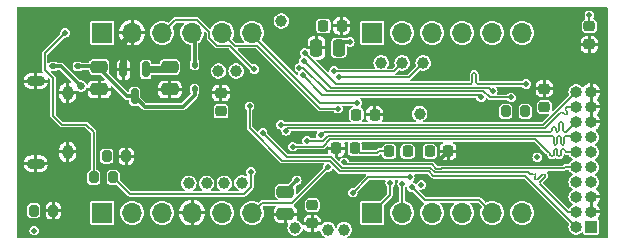
<source format=gbr>
%TF.GenerationSoftware,KiCad,Pcbnew,7.0.2*%
%TF.CreationDate,2023-05-12T00:45:21-04:00*%
%TF.ProjectId,H503-0.2,48353033-2d30-42e3-922e-6b696361645f,rev?*%
%TF.SameCoordinates,Original*%
%TF.FileFunction,Copper,L4,Bot*%
%TF.FilePolarity,Positive*%
%FSLAX46Y46*%
G04 Gerber Fmt 4.6, Leading zero omitted, Abs format (unit mm)*
G04 Created by KiCad (PCBNEW 7.0.2) date 2023-05-12 00:45:21*
%MOMM*%
%LPD*%
G01*
G04 APERTURE LIST*
G04 Aperture macros list*
%AMRoundRect*
0 Rectangle with rounded corners*
0 $1 Rounding radius*
0 $2 $3 $4 $5 $6 $7 $8 $9 X,Y pos of 4 corners*
0 Add a 4 corners polygon primitive as box body*
4,1,4,$2,$3,$4,$5,$6,$7,$8,$9,$2,$3,0*
0 Add four circle primitives for the rounded corners*
1,1,$1+$1,$2,$3*
1,1,$1+$1,$4,$5*
1,1,$1+$1,$6,$7*
1,1,$1+$1,$8,$9*
0 Add four rect primitives between the rounded corners*
20,1,$1+$1,$2,$3,$4,$5,0*
20,1,$1+$1,$4,$5,$6,$7,0*
20,1,$1+$1,$6,$7,$8,$9,0*
20,1,$1+$1,$8,$9,$2,$3,0*%
G04 Aperture macros list end*
%TA.AperFunction,ComponentPad*%
%ADD10C,1.000000*%
%TD*%
%TA.AperFunction,ComponentPad*%
%ADD11R,1.000000X1.000000*%
%TD*%
%TA.AperFunction,ComponentPad*%
%ADD12O,1.000000X1.000000*%
%TD*%
%TA.AperFunction,ComponentPad*%
%ADD13O,1.550000X0.890000*%
%TD*%
%TA.AperFunction,ComponentPad*%
%ADD14O,0.950000X1.250000*%
%TD*%
%TA.AperFunction,SMDPad,CuDef*%
%ADD15RoundRect,0.225000X-0.225000X-0.250000X0.225000X-0.250000X0.225000X0.250000X-0.225000X0.250000X0*%
%TD*%
%TA.AperFunction,SMDPad,CuDef*%
%ADD16RoundRect,0.150000X-0.150000X0.512500X-0.150000X-0.512500X0.150000X-0.512500X0.150000X0.512500X0*%
%TD*%
%TA.AperFunction,SMDPad,CuDef*%
%ADD17RoundRect,0.225000X0.250000X-0.225000X0.250000X0.225000X-0.250000X0.225000X-0.250000X-0.225000X0*%
%TD*%
%TA.AperFunction,SMDPad,CuDef*%
%ADD18RoundRect,0.200000X-0.200000X-0.275000X0.200000X-0.275000X0.200000X0.275000X-0.200000X0.275000X0*%
%TD*%
%TA.AperFunction,SMDPad,CuDef*%
%ADD19RoundRect,0.225000X-0.250000X0.225000X-0.250000X-0.225000X0.250000X-0.225000X0.250000X0.225000X0*%
%TD*%
%TA.AperFunction,SMDPad,CuDef*%
%ADD20RoundRect,0.200000X0.200000X0.275000X-0.200000X0.275000X-0.200000X-0.275000X0.200000X-0.275000X0*%
%TD*%
%TA.AperFunction,ComponentPad*%
%ADD21R,1.700000X1.700000*%
%TD*%
%TA.AperFunction,ComponentPad*%
%ADD22O,1.700000X1.700000*%
%TD*%
%TA.AperFunction,SMDPad,CuDef*%
%ADD23RoundRect,0.225000X0.225000X0.250000X-0.225000X0.250000X-0.225000X-0.250000X0.225000X-0.250000X0*%
%TD*%
%TA.AperFunction,SMDPad,CuDef*%
%ADD24RoundRect,0.112500X0.112500X-0.187500X0.112500X0.187500X-0.112500X0.187500X-0.112500X-0.187500X0*%
%TD*%
%TA.AperFunction,SMDPad,CuDef*%
%ADD25RoundRect,0.250000X0.250000X0.475000X-0.250000X0.475000X-0.250000X-0.475000X0.250000X-0.475000X0*%
%TD*%
%TA.AperFunction,SMDPad,CuDef*%
%ADD26RoundRect,0.250000X-0.475000X0.250000X-0.475000X-0.250000X0.475000X-0.250000X0.475000X0.250000X0*%
%TD*%
%TA.AperFunction,SMDPad,CuDef*%
%ADD27RoundRect,0.112500X0.187500X0.112500X-0.187500X0.112500X-0.187500X-0.112500X0.187500X-0.112500X0*%
%TD*%
%TA.AperFunction,ViaPad*%
%ADD28C,0.508000*%
%TD*%
%TA.AperFunction,ViaPad*%
%ADD29C,0.711200*%
%TD*%
%TA.AperFunction,ViaPad*%
%ADD30C,0.660400*%
%TD*%
%TA.AperFunction,Conductor*%
%ADD31C,0.152451*%
%TD*%
%TA.AperFunction,Conductor*%
%ADD32C,0.304800*%
%TD*%
%TA.AperFunction,Conductor*%
%ADD33C,0.609600*%
%TD*%
%TA.AperFunction,Conductor*%
%ADD34C,0.203200*%
%TD*%
%TA.AperFunction,Conductor*%
%ADD35C,0.153670*%
%TD*%
G04 APERTURE END LIST*
D10*
%TO.P,TP1,1,1*%
%TO.N,/PH1*%
X100540000Y-55110000D03*
%TD*%
%TO.P,TP3,1,1*%
%TO.N,/I2C2_SCL*%
X83500000Y-51500000D03*
%TD*%
D11*
%TO.P,J3,1,Pin_1*%
%TO.N,+3.3V*%
X115062000Y-64693800D03*
D12*
%TO.P,J3,2,Pin_2*%
%TO.N,/SWDIO*%
X113792000Y-64693800D03*
%TO.P,J3,3,Pin_3*%
%TO.N,GND*%
X115062000Y-63423800D03*
%TO.P,J3,4,Pin_4*%
%TO.N,/SWCLK*%
X113792000Y-63423800D03*
%TO.P,J3,5,Pin_5*%
%TO.N,GND*%
X115062000Y-62153800D03*
%TO.P,J3,6,Pin_6*%
%TO.N,unconnected-(J3-Pin_6-Pad6)*%
X113792000Y-62153800D03*
%TO.P,J3,7,Pin_7*%
%TO.N,unconnected-(J3-Pin_7-Pad7)*%
X115062000Y-60883800D03*
%TO.P,J3,8,Pin_8*%
%TO.N,unconnected-(J3-Pin_8-Pad8)*%
X113792000Y-60883800D03*
%TO.P,J3,9,Pin_9*%
%TO.N,unconnected-(J3-Pin_9-Pad9)*%
X115062000Y-59613800D03*
%TO.P,J3,10,Pin_10*%
%TO.N,/nRESET*%
X113792000Y-59613800D03*
%TO.P,J3,11,Pin_11*%
%TO.N,unconnected-(J3-Pin_11-Pad11)*%
X115062000Y-58343800D03*
%TO.P,J3,12,Pin_12*%
%TO.N,/TRACECK*%
X113792000Y-58343800D03*
%TO.P,J3,13,Pin_13*%
%TO.N,unconnected-(J3-Pin_13-Pad13)*%
X115062000Y-57073800D03*
%TO.P,J3,14,Pin_14*%
%TO.N,/TRACED0*%
X113792000Y-57073800D03*
%TO.P,J3,15,Pin_15*%
%TO.N,GND*%
X115062000Y-55803800D03*
%TO.P,J3,16,Pin_16*%
%TO.N,/TRACED1*%
X113792000Y-55803800D03*
%TO.P,J3,17,Pin_17*%
%TO.N,GND*%
X115062000Y-54533800D03*
%TO.P,J3,18,Pin_18*%
%TO.N,/TRACED2*%
X113792000Y-54533800D03*
%TO.P,J3,19,Pin_19*%
%TO.N,GND*%
X115062000Y-53263800D03*
%TO.P,J3,20,Pin_20*%
%TO.N,/TRACED3*%
X113792000Y-53263800D03*
%TD*%
D10*
%TO.P,TP7,1,1*%
%TO.N,/PC13*%
X89992200Y-64770000D03*
%TD*%
%TO.P,TP14,1,1*%
%TO.N,/I3C2_SCL*%
X88830000Y-47260000D03*
%TD*%
%TO.P,TP9,1,1*%
%TO.N,/PC15*%
X94157800Y-64922400D03*
%TD*%
D13*
%TO.P,J4,6,Shield*%
%TO.N,GND*%
X68042000Y-59340000D03*
D14*
X70742000Y-58340000D03*
X70742000Y-53340000D03*
D13*
X68042000Y-52340000D03*
%TD*%
D10*
%TO.P,TP6,1,1*%
%TO.N,/I3C2_SDA*%
X84000000Y-61000000D03*
%TD*%
%TO.P,TP11,1,1*%
%TO.N,/ADC_INP5*%
X100838000Y-50800000D03*
%TD*%
%TO.P,TP5,1,1*%
%TO.N,/PC10*%
X82500000Y-61000000D03*
%TD*%
%TO.P,TP8,1,1*%
%TO.N,/PC14*%
X92760800Y-64922400D03*
%TD*%
%TO.P,TP12,1,1*%
%TO.N,/PB2*%
X99060000Y-50800000D03*
%TD*%
%TO.P,TP4,1,1*%
%TO.N,/I2C2_SDA*%
X85000000Y-51500000D03*
%TD*%
%TO.P,TP13,1,1*%
%TO.N,/PB4_TXD2*%
X85500000Y-60960000D03*
%TD*%
%TO.P,TP2,1,1*%
%TO.N,/ADC_INP4*%
X97282000Y-50800000D03*
%TD*%
%TO.P,TP10,1,1*%
%TO.N,/PA15_RXD2*%
X81000000Y-61000000D03*
%TD*%
D15*
%TO.P,C10,1*%
%TO.N,+3.3V*%
X92392200Y-47675000D03*
%TO.P,C10,2*%
%TO.N,GND*%
X93942200Y-47675000D03*
%TD*%
D16*
%TO.P,U1,3,VI*%
%TO.N,Net-(D2-K)*%
X76400000Y-53637500D03*
%TO.P,U1,2,VO*%
%TO.N,+3.3V*%
X77350000Y-51362500D03*
%TO.P,U1,1,GND*%
%TO.N,GND*%
X75450000Y-51362500D03*
%TD*%
D17*
%TO.P,C14,1*%
%TO.N,+3.3V*%
X83718400Y-54902400D03*
%TO.P,C14,2*%
%TO.N,GND*%
X83718400Y-53352400D03*
%TD*%
D18*
%TO.P,R1,1*%
%TO.N,/SW1*%
X67875000Y-63320000D03*
%TO.P,R1,2*%
%TO.N,GND*%
X69525000Y-63320000D03*
%TD*%
D19*
%TO.P,C1,1*%
%TO.N,/nRESET*%
X114909600Y-47688200D03*
%TO.P,C1,2*%
%TO.N,GND*%
X114909600Y-49238200D03*
%TD*%
D15*
%TO.P,C9,1*%
%TO.N,+3.3V*%
X95185000Y-55180000D03*
%TO.P,C9,2*%
%TO.N,GND*%
X96735000Y-55180000D03*
%TD*%
D20*
%TO.P,R2,1*%
%TO.N,GND*%
X75700000Y-58700000D03*
%TO.P,R2,2*%
%TO.N,Net-(J4-ID)*%
X74050000Y-58700000D03*
%TD*%
D21*
%TO.P,J1,1,Pin_1*%
%TO.N,/PA9_TXD*%
X73660000Y-63500000D03*
D22*
%TO.P,J1,2,Pin_2*%
%TO.N,/PA10_RXD*%
X76200000Y-63500000D03*
%TO.P,J1,3,Pin_3*%
%TO.N,/I2C1_SDA*%
X78740000Y-63500000D03*
%TO.P,J1,4,Pin_4*%
%TO.N,GND*%
X81280000Y-63500000D03*
%TO.P,J1,5,Pin_5*%
%TO.N,/I2C1_SCL*%
X83820000Y-63500000D03*
%TO.P,J1,6,Pin_6*%
%TO.N,/PA2*%
X86360000Y-63500000D03*
%TD*%
D23*
%TO.P,FB1,1*%
%TO.N,+3.3V*%
X99515000Y-58300000D03*
%TO.P,FB1,2*%
%TO.N,/VDDA*%
X97965000Y-58300000D03*
%TD*%
D21*
%TO.P,J2,1,Pin_1*%
%TO.N,/PA0*%
X96520000Y-63500000D03*
D22*
%TO.P,J2,2,Pin_2*%
%TO.N,/PA1*%
X99060000Y-63500000D03*
%TO.P,J2,3,Pin_3*%
%TO.N,/SPI1_SCK*%
X101600000Y-63500000D03*
%TO.P,J2,4,Pin_4*%
%TO.N,/SPI1_NSS*%
X104140000Y-63500000D03*
%TO.P,J2,5,Pin_5*%
%TO.N,/SPI1_MOSI*%
X106680000Y-63500000D03*
%TO.P,J2,6,Pin_6*%
%TO.N,/SPI1_MISO*%
X109220000Y-63500000D03*
%TD*%
D24*
%TO.P,D2,2,A*%
%TO.N,/5VIN*%
X81500000Y-50950000D03*
%TO.P,D2,1,K*%
%TO.N,Net-(D2-K)*%
X81500000Y-53050000D03*
%TD*%
D21*
%TO.P,J6,1,Pin_1*%
%TO.N,/OPAMP_VINM*%
X96520000Y-48260000D03*
D22*
%TO.P,J6,2,Pin_2*%
%TO.N,/OPAMP_VOUT*%
X99060000Y-48260000D03*
%TO.P,J6,3,Pin_3*%
%TO.N,/OPAMP_VINP*%
X101600000Y-48260000D03*
%TO.P,J6,4,Pin_4*%
%TO.N,/DAC_OUT1*%
X104140000Y-48260000D03*
%TO.P,J6,5,Pin_5*%
%TO.N,+3.3V*%
X106680000Y-48260000D03*
%TO.P,J6,6,Pin_6*%
%TO.N,/PA3*%
X109220000Y-48260000D03*
%TD*%
D21*
%TO.P,J5,1,Pin_1*%
%TO.N,/VINunused*%
X73660000Y-48260000D03*
D22*
%TO.P,J5,2,Pin_2*%
%TO.N,GND*%
X76200000Y-48260000D03*
%TO.P,J5,3,Pin_3*%
%TO.N,/PA8*%
X78740000Y-48260000D03*
%TO.P,J5,4,Pin_4*%
%TO.N,/5VIN*%
X81280000Y-48260000D03*
%TO.P,J5,5,Pin_5*%
%TO.N,/ADC_INP3*%
X83820000Y-48260000D03*
%TO.P,J5,6,Pin_6*%
%TO.N,/DAC_OUT2*%
X86360000Y-48260000D03*
%TD*%
D25*
%TO.P,C11,1*%
%TO.N,Net-(C11-Pad1)*%
X93700000Y-49540000D03*
%TO.P,C11,2*%
%TO.N,GND*%
X91800000Y-49540000D03*
%TD*%
D18*
%TO.P,R9,1*%
%TO.N,Net-(D1-A)*%
X72950000Y-60500000D03*
%TO.P,R9,2*%
%TO.N,/LED*%
X74600000Y-60500000D03*
%TD*%
D19*
%TO.P,C8,1*%
%TO.N,+3.3V*%
X91440000Y-62852000D03*
%TO.P,C8,2*%
%TO.N,GND*%
X91440000Y-64402000D03*
%TD*%
D23*
%TO.P,C7,1*%
%TO.N,/VDDA*%
X95045000Y-58030000D03*
%TO.P,C7,2*%
%TO.N,GND*%
X93495000Y-58030000D03*
%TD*%
D26*
%TO.P,C12,1*%
%TO.N,Net-(C12-Pad1)*%
X89180000Y-61700000D03*
%TO.P,C12,2*%
%TO.N,GND*%
X89180000Y-63600000D03*
%TD*%
%TO.P,C3,2*%
%TO.N,GND*%
X73400000Y-53050000D03*
%TO.P,C3,1*%
%TO.N,Net-(D2-K)*%
X73400000Y-51150000D03*
%TD*%
D20*
%TO.P,R3,1*%
%TO.N,+3.3V*%
X109485000Y-54920000D03*
%TO.P,R3,2*%
%TO.N,/NHOLD*%
X107835000Y-54920000D03*
%TD*%
D26*
%TO.P,C4,1*%
%TO.N,+3.3V*%
X79400000Y-51150000D03*
%TO.P,C4,2*%
%TO.N,GND*%
X79400000Y-53050000D03*
%TD*%
D27*
%TO.P,D3,2,A*%
%TO.N,/VBUS*%
X69507500Y-51110000D03*
%TO.P,D3,1,K*%
%TO.N,Net-(D2-K)*%
X71607500Y-51110000D03*
%TD*%
D15*
%TO.P,C2,1*%
%TO.N,+3.3V*%
X101395000Y-58300000D03*
%TO.P,C2,2*%
%TO.N,GND*%
X102945000Y-58300000D03*
%TD*%
D17*
%TO.P,C13,1*%
%TO.N,+3.3V*%
X111090000Y-54535000D03*
%TO.P,C13,2*%
%TO.N,GND*%
X111090000Y-52985000D03*
%TD*%
D28*
%TO.N,GND*%
X104050000Y-54800000D03*
X85225000Y-59825000D03*
X105350000Y-46925000D03*
X70600000Y-64900000D03*
X100325000Y-64750000D03*
X105400000Y-64650000D03*
X92150000Y-61275000D03*
X90925000Y-59975000D03*
%TO.N,+3.3V*%
X101395000Y-58300000D03*
%TO.N,/CLK_8*%
X99710000Y-60479601D03*
X94869492Y-61784365D03*
%TO.N,GND*%
X95890000Y-61830000D03*
X102145000Y-59275000D03*
X103320000Y-61170000D03*
%TO.N,+3.3V*%
X100695000Y-61125000D03*
%TO.N,GND*%
X83075000Y-58575000D03*
X89200000Y-52940000D03*
D29*
X75450000Y-51362500D03*
D28*
X93942200Y-47675000D03*
X102945000Y-58300000D03*
X112380000Y-61010000D03*
X102210000Y-51490000D03*
D30*
X71932800Y-57150000D03*
D28*
X67537200Y-48260000D03*
X105740000Y-51250000D03*
X69525000Y-63320000D03*
X111090000Y-52985000D03*
X91340000Y-55350000D03*
X96500000Y-49850000D03*
D30*
X69529800Y-57140000D03*
D28*
X75700000Y-58700000D03*
X83718400Y-53352400D03*
X91787656Y-49536800D03*
X96735000Y-55180000D03*
X95970000Y-57950000D03*
X93495000Y-58030000D03*
X100050000Y-49560000D03*
X91440000Y-64402000D03*
X114909600Y-50163200D03*
D29*
X79400000Y-53050000D03*
D28*
X89180000Y-63600000D03*
D30*
X73400000Y-53050000D03*
D28*
X73562500Y-56100000D03*
%TO.N,/VDDA*%
X95045000Y-58030000D03*
%TO.N,+3.3V*%
X92392200Y-47675000D03*
X83718400Y-54902400D03*
X111090000Y-54535000D03*
D29*
X77350000Y-51362500D03*
D28*
X109485000Y-54920000D03*
D29*
X79400000Y-51150000D03*
D28*
X110500000Y-58800000D03*
X95185000Y-55180000D03*
X67900000Y-65000000D03*
X91440000Y-62852000D03*
X99515000Y-58300000D03*
%TO.N,/nRESET*%
X94160000Y-59210000D03*
X114909600Y-46763200D03*
%TO.N,Net-(D1-A)*%
X70537200Y-48260000D03*
%TO.N,Net-(C11-Pad1)*%
X94620000Y-49040000D03*
%TO.N,Net-(C12-Pad1)*%
X90130000Y-60750000D03*
%TO.N,/SWDIO*%
X86136723Y-54465810D03*
%TO.N,/SWCLK*%
X87250000Y-56720000D03*
%TO.N,/TRACECK*%
X89781777Y-57891777D03*
%TO.N,/TRACED0*%
X91002969Y-57402969D03*
%TO.N,/TRACED1*%
X92180000Y-56919379D03*
%TO.N,/TRACED2*%
X89240432Y-56550199D03*
%TO.N,/TRACED3*%
X88810000Y-56050000D03*
%TO.N,Net-(J4-ID)*%
X74050000Y-58700000D03*
%TO.N,/SPI1_MOSI*%
X99889100Y-61329548D03*
%TO.N,/DAC_OUT2*%
X95275400Y-54190478D03*
%TO.N,/ADC_INP3*%
X93630000Y-54672603D03*
%TO.N,/ADC_INP5*%
X93690000Y-52040000D03*
%TO.N,/PB2*%
X93299418Y-51473700D03*
%TO.N,/SPI2_NSS*%
X90797910Y-49947219D03*
X109550000Y-52590000D03*
%TO.N,/SPI2_SCK*%
X90731438Y-50603763D03*
X106720000Y-53210000D03*
%TO.N,/SPI2_MISO*%
X90358939Y-51203149D03*
X108280000Y-53730000D03*
%TO.N,/SPI2_MOSI*%
X90630703Y-51863444D03*
X105740000Y-53695227D03*
%TO.N,/SW1*%
X67875000Y-63320000D03*
%TO.N,/NHOLD*%
X107835000Y-54920000D03*
%TO.N,/PA0*%
X98045149Y-60961726D03*
%TO.N,/PA1*%
X99060000Y-61024697D03*
%TO.N,/PA2*%
X92773488Y-59618976D03*
%TO.N,/PA8*%
X86533283Y-51326836D03*
%TO.N,/LED*%
X86242740Y-60016600D03*
D30*
%TO.N,/VBUS*%
X71875000Y-52775000D03*
%TD*%
D31*
%TO.N,/nRESET*%
X112720000Y-59740000D02*
X112846200Y-59613800D01*
X102362535Y-59740000D02*
X112720000Y-59740000D01*
X102344910Y-59757625D02*
X102362535Y-59740000D01*
X94337774Y-59387774D02*
X101575240Y-59387775D01*
X94160000Y-59210000D02*
X94337774Y-59387774D01*
X101575240Y-59387775D02*
X101945090Y-59757625D01*
X101945090Y-59757625D02*
X102344910Y-59757625D01*
X112846200Y-59613800D02*
X113792000Y-59613800D01*
%TO.N,/ADC_INP3*%
X84910000Y-49350000D02*
X83820000Y-48260000D01*
X86801650Y-49350000D02*
X84910000Y-49350000D01*
X92124253Y-54672603D02*
X86801650Y-49350000D01*
X93630000Y-54672603D02*
X92124253Y-54672603D01*
%TO.N,/PA8*%
X82741375Y-48195968D02*
X81726782Y-47181375D01*
X82741375Y-48706782D02*
X82741375Y-48195968D01*
X83373218Y-49338625D02*
X82741375Y-48706782D01*
X79818625Y-47181375D02*
X78740000Y-48260000D01*
X84467501Y-49338625D02*
X83373218Y-49338625D01*
X86455712Y-51326836D02*
X84467501Y-49338625D01*
X86533283Y-51326836D02*
X86455712Y-51326836D01*
X81726782Y-47181375D02*
X79818625Y-47181375D01*
D32*
%TO.N,GND*%
X102145000Y-59100000D02*
X102945000Y-58300000D01*
X102145000Y-59275000D02*
X102145000Y-59100000D01*
D31*
%TO.N,/CLK_8*%
X94869492Y-61784365D02*
X96174256Y-60479601D01*
X96174256Y-60479601D02*
X99710000Y-60479601D01*
D33*
%TO.N,GND*%
X75450000Y-51362500D02*
X75450000Y-49010000D01*
X75450000Y-49010000D02*
X76200000Y-48260000D01*
D31*
X114909600Y-49238200D02*
X114909600Y-50163200D01*
D34*
%TO.N,/VDDA*%
X95473000Y-58458000D02*
X96922000Y-58458000D01*
X95045000Y-58030000D02*
X95473000Y-58458000D01*
X96922000Y-58458000D02*
X97090000Y-58290000D01*
X97090000Y-58290000D02*
X97955000Y-58290000D01*
D33*
%TO.N,+3.3V*%
X77350000Y-51362500D02*
X79187500Y-51362500D01*
X79187500Y-51362500D02*
X79400000Y-51150000D01*
D31*
%TO.N,/nRESET*%
X114909600Y-46763200D02*
X114909600Y-47688200D01*
%TO.N,Net-(D1-A)*%
X68800000Y-49997200D02*
X70537200Y-48260000D01*
X72300000Y-56025000D02*
X70250000Y-56025000D01*
X69500000Y-55275000D02*
X69500000Y-52115000D01*
X70250000Y-56025000D02*
X69500000Y-55275000D01*
X72950000Y-60500000D02*
X72950000Y-56675000D01*
X69500000Y-52115000D02*
X68800000Y-51415000D01*
X72950000Y-56675000D02*
X72300000Y-56025000D01*
X68800000Y-51415000D02*
X68800000Y-49997200D01*
D32*
%TO.N,Net-(C11-Pad1)*%
X93700000Y-49540000D02*
X94200000Y-49040000D01*
X94200000Y-49040000D02*
X94620000Y-49040000D01*
%TO.N,Net-(C12-Pad1)*%
X89180000Y-61700000D02*
X90130000Y-60750000D01*
D31*
%TO.N,/SWDIO*%
X93833817Y-59997476D02*
X92911192Y-59074851D01*
X113792000Y-64693800D02*
X109465527Y-60367327D01*
X101322693Y-59997476D02*
X93833817Y-59997476D01*
X109465527Y-60367327D02*
X101692544Y-60367327D01*
X92911192Y-59074851D02*
X88874851Y-59074851D01*
X86136723Y-56336723D02*
X86136723Y-54465810D01*
X101692544Y-60367327D02*
X101322693Y-59997476D01*
X88874851Y-59074851D02*
X86136723Y-56336723D01*
D35*
%TO.N,/SWCLK*%
X110101424Y-60225000D02*
X110122651Y-60203774D01*
X110101425Y-60224999D02*
X110101424Y-60225000D01*
D31*
X93037465Y-58770000D02*
X93960090Y-59692625D01*
D35*
X109722476Y-60062476D02*
X109885000Y-60225000D01*
D31*
X93960090Y-59692625D02*
X101448966Y-59692625D01*
X89300000Y-58770000D02*
X93037465Y-58770000D01*
D35*
X110534272Y-60657848D02*
X110944441Y-60247680D01*
X110750696Y-61090696D02*
X113083800Y-63423800D01*
D31*
X87250000Y-56720000D02*
X89300000Y-58770000D01*
D35*
X110339074Y-60420199D02*
X110339075Y-60420198D01*
D31*
X101818817Y-60062476D02*
X109722476Y-60062476D01*
D35*
X110534273Y-60657847D02*
X110534272Y-60657848D01*
X111160865Y-60464104D02*
X110750695Y-60874271D01*
D31*
X113083800Y-63423800D02*
X113792000Y-63423800D01*
D35*
X110339075Y-60420198D02*
X110317847Y-60441423D01*
X110750695Y-61090695D02*
X110750696Y-61090696D01*
D31*
X101448966Y-59692625D02*
X101818817Y-60062476D01*
D35*
X110317847Y-60657847D02*
X110317848Y-60657848D01*
X111160864Y-60464105D02*
X111160865Y-60464104D01*
X110339088Y-60420213D02*
G75*
G03*
X110339075Y-60203774I-108188J108213D01*
G01*
X110750713Y-60874289D02*
G75*
G03*
X110750696Y-61090694I108187J-108211D01*
G01*
X111160872Y-60464113D02*
G75*
G03*
X111160865Y-60247680I-108172J108213D01*
G01*
X110317888Y-60657808D02*
G75*
G03*
X110534273Y-60657847I108212J108208D01*
G01*
X109884989Y-60225011D02*
G75*
G03*
X110101424Y-60224998I108211J108211D01*
G01*
X111160865Y-60247680D02*
G75*
G03*
X110944441Y-60247680I-108212J-108208D01*
G01*
X110317812Y-60441388D02*
G75*
G03*
X110317847Y-60657847I108288J-108212D01*
G01*
X110339075Y-60203774D02*
G75*
G03*
X110122651Y-60203774I-108212J-108208D01*
G01*
D31*
%TO.N,/TRACECK*%
X112352723Y-58728780D02*
X112352724Y-58728780D01*
X92321261Y-57891777D02*
X92943634Y-57269404D01*
X112505149Y-58576355D02*
X112505149Y-58204850D01*
X111413800Y-58343800D02*
X111438171Y-58343800D01*
X111743021Y-58728780D02*
X111743022Y-58728780D01*
X112821051Y-58204850D02*
X112821051Y-58204851D01*
X111590596Y-58496225D02*
X111590596Y-58576355D01*
X92943634Y-57269404D02*
X110339404Y-57269404D01*
X112200298Y-58203351D02*
X112200298Y-58576355D01*
X89781777Y-57891777D02*
X92321261Y-57891777D01*
X112035896Y-58062902D02*
X112059849Y-58062902D01*
X112644098Y-58065901D02*
X112682102Y-58065901D01*
X111895447Y-58576355D02*
X111895447Y-58203351D01*
X110339404Y-57269404D02*
X111413800Y-58343800D01*
X112960000Y-58343800D02*
X113792000Y-58343800D01*
X112200320Y-58576355D02*
G75*
G03*
X112352723Y-58728780I152380J-45D01*
G01*
X112821100Y-58204851D02*
G75*
G03*
X112960000Y-58343800I138900J-49D01*
G01*
X111743022Y-58728847D02*
G75*
G03*
X111895447Y-58576355I-22J152447D01*
G01*
X111590620Y-58576355D02*
G75*
G03*
X111743021Y-58728780I152380J-45D01*
G01*
X112200298Y-58203351D02*
G75*
G03*
X112059849Y-58062902I-140498J-49D01*
G01*
X112820999Y-58204850D02*
G75*
G03*
X112682102Y-58065901I-138899J50D01*
G01*
X112035896Y-58062947D02*
G75*
G03*
X111895447Y-58203351I4J-140453D01*
G01*
X112352724Y-58728849D02*
G75*
G03*
X112505149Y-58576355I-24J152449D01*
G01*
X111590600Y-58496225D02*
G75*
G03*
X111438171Y-58343800I-152400J25D01*
G01*
X112644098Y-58065849D02*
G75*
G03*
X112505149Y-58204850I2J-138951D01*
G01*
%TO.N,/TRACED0*%
X112645150Y-57732780D02*
X112645149Y-57732780D01*
X112187873Y-57116978D02*
X112187873Y-57580349D01*
X92817361Y-56964553D02*
X92378945Y-57402969D01*
X92378945Y-57402969D02*
X91002969Y-57402969D01*
X111730596Y-56964553D02*
X92817361Y-56964553D01*
X112797575Y-57116978D02*
X112797575Y-57580355D01*
X111730597Y-56964553D02*
X111730596Y-56964553D01*
X112340299Y-56964553D02*
X112340298Y-56964553D01*
X112492724Y-57580355D02*
X112492724Y-57116978D01*
X111883022Y-57580349D02*
X111883022Y-57116978D01*
X113682753Y-56964553D02*
X112950000Y-56964553D01*
X112035448Y-57732774D02*
X112035447Y-57732774D01*
X112492747Y-57116978D02*
G75*
G03*
X112340299Y-56964553I-152447J-22D01*
G01*
X112492720Y-57580355D02*
G75*
G03*
X112645149Y-57732780I152380J-45D01*
G01*
X112035448Y-57732773D02*
G75*
G03*
X112187873Y-57580349I-48J152473D01*
G01*
X112950000Y-56964575D02*
G75*
G03*
X112797575Y-57116978I0J-152425D01*
G01*
X112340298Y-56964573D02*
G75*
G03*
X112187873Y-57116978I2J-152427D01*
G01*
X111883047Y-57116978D02*
G75*
G03*
X111730597Y-56964553I-152447J-22D01*
G01*
X112645150Y-57732775D02*
G75*
G03*
X112797575Y-57580355I50J152375D01*
G01*
X111882926Y-57580349D02*
G75*
G03*
X112035447Y-57732774I152474J49D01*
G01*
%TO.N,/TRACED1*%
X112936098Y-56659702D02*
X113792000Y-55803800D01*
X112209701Y-56659702D02*
X112209702Y-56659702D01*
X112666978Y-55885521D02*
X112666978Y-56507277D01*
X112819403Y-56659702D02*
X112819404Y-56659702D01*
X112819404Y-56659702D02*
X112936098Y-56659702D01*
X112362127Y-56507277D02*
X112362127Y-55885521D01*
X112057276Y-56335504D02*
X112057276Y-56507277D01*
X111752425Y-56507277D02*
X111752425Y-56335504D01*
X112514552Y-55733096D02*
X112514553Y-55733096D01*
X92180000Y-56919379D02*
X92439677Y-56659702D01*
X92439677Y-56659702D02*
X111600000Y-56659702D01*
X111904850Y-56183079D02*
X111904851Y-56183079D01*
X111600000Y-56659725D02*
G75*
G03*
X111752425Y-56507277I0J152425D01*
G01*
X112209702Y-56659727D02*
G75*
G03*
X112362127Y-56507277I-2J152427D01*
G01*
X112666998Y-56507277D02*
G75*
G03*
X112819403Y-56659702I152402J-23D01*
G01*
X112057298Y-56507277D02*
G75*
G03*
X112209701Y-56659702I152402J-23D01*
G01*
X111904850Y-56183125D02*
G75*
G03*
X111752425Y-56335504I-50J-152375D01*
G01*
X112667004Y-55885521D02*
G75*
G03*
X112514553Y-55733096I-152404J21D01*
G01*
X112057321Y-56335504D02*
G75*
G03*
X111904851Y-56183079I-152421J4D01*
G01*
X112514552Y-55733027D02*
G75*
G03*
X112362127Y-55885521I48J-152473D01*
G01*
%TO.N,/TRACED2*%
X112679023Y-55023462D02*
X112811124Y-55155563D01*
X112953124Y-54533800D02*
X113792000Y-54533800D01*
X113026686Y-55155563D02*
X113026686Y-55155562D01*
X89435780Y-56354851D02*
X111132073Y-56354851D01*
X111132073Y-56354851D02*
X112463462Y-55023462D01*
X113026686Y-54940000D02*
X112894584Y-54807898D01*
X112894584Y-54592336D02*
X112894586Y-54592337D01*
X112679022Y-55023462D02*
X112679023Y-55023462D01*
X112894586Y-54592337D02*
X112953124Y-54533800D01*
X89240432Y-56550199D02*
X89435780Y-56354851D01*
X112679021Y-55023463D02*
G75*
G03*
X112463463Y-55023463I-107779J-107779D01*
G01*
X113026705Y-55155581D02*
G75*
G03*
X113026686Y-54940000I-107805J107781D01*
G01*
X112811124Y-55155563D02*
G75*
G03*
X113026686Y-55155563I107781J107782D01*
G01*
X112894567Y-54592319D02*
G75*
G03*
X112894584Y-54807898I107833J-107781D01*
G01*
%TO.N,/TRACED3*%
X111005800Y-56050000D02*
X113792000Y-53263800D01*
X88810000Y-56050000D02*
X111005800Y-56050000D01*
%TO.N,/SPI1_MOSI*%
X105601375Y-62421375D02*
X106680000Y-63500000D01*
X100980927Y-62421375D02*
X105601375Y-62421375D01*
X99889100Y-61329548D02*
X100980927Y-62421375D01*
%TO.N,/DAC_OUT2*%
X95275400Y-54190478D02*
X92140568Y-54190478D01*
X92140568Y-54190478D02*
X86360000Y-48409910D01*
%TO.N,/ADC_INP5*%
X99598000Y-52040000D02*
X100838000Y-50800000D01*
X93690000Y-52040000D02*
X99598000Y-52040000D01*
%TO.N,/PB2*%
X93354343Y-51528625D02*
X98331375Y-51528625D01*
X98331375Y-51528625D02*
X99060000Y-50800000D01*
X93299418Y-51473700D02*
X93354343Y-51528625D01*
%TO.N,/SPI2_NSS*%
X93454091Y-52603400D02*
X90797910Y-49947219D01*
X105154851Y-51636026D02*
X105154850Y-51636026D01*
X109536600Y-52603400D02*
X105459701Y-52603400D01*
X104850000Y-52603400D02*
X93454091Y-52603400D01*
X109550000Y-52590000D02*
X109536600Y-52603400D01*
X105002425Y-51788451D02*
X105002425Y-52450975D01*
X105307276Y-52450975D02*
X105307276Y-51788451D01*
X104850000Y-52603425D02*
G75*
G03*
X105002425Y-52450975I0J152425D01*
G01*
X105307300Y-52450975D02*
G75*
G03*
X105459701Y-52603400I152400J-25D01*
G01*
X105154850Y-51636125D02*
G75*
G03*
X105002425Y-51788451I-50J-152375D01*
G01*
X105307374Y-51788451D02*
G75*
G03*
X105154851Y-51636026I-152474J-49D01*
G01*
%TO.N,/SPI2_SCK*%
X90759957Y-50603763D02*
X90731438Y-50603763D01*
X93064445Y-52908251D02*
X90759957Y-50603763D01*
X106418251Y-52908251D02*
X93064445Y-52908251D01*
X106720000Y-53210000D02*
X106418251Y-52908251D01*
%TO.N,/SPI2_MISO*%
X105940410Y-53213102D02*
X92662190Y-53213102D01*
X108280000Y-53730000D02*
X106457308Y-53730000D01*
X92662190Y-53213102D02*
X90652237Y-51203149D01*
X106457308Y-53730000D02*
X105940410Y-53213102D01*
X90652237Y-51203149D02*
X90358939Y-51203149D01*
%TO.N,/SPI2_MOSI*%
X92285212Y-53517953D02*
X90630703Y-51863444D01*
X105740000Y-53695227D02*
X105562726Y-53517953D01*
X105562726Y-53517953D02*
X92285212Y-53517953D01*
%TO.N,/PA0*%
X98045149Y-61974851D02*
X96520000Y-63500000D01*
X98045149Y-60961726D02*
X98045149Y-61974851D01*
%TO.N,/PA1*%
X99060000Y-61024697D02*
X99060000Y-63500000D01*
%TO.N,/PA2*%
X92773488Y-59618976D02*
X89732464Y-62660000D01*
X87200000Y-62660000D02*
X86360000Y-63500000D01*
X89732464Y-62660000D02*
X87200000Y-62660000D01*
%TO.N,/LED*%
X85700000Y-61900000D02*
X76000000Y-61900000D01*
X86250000Y-61350000D02*
X85700000Y-61900000D01*
X86242740Y-60016600D02*
X86250000Y-60023860D01*
X86250000Y-60023860D02*
X86250000Y-61350000D01*
X76000000Y-61900000D02*
X74600000Y-60500000D01*
D32*
%TO.N,/VBUS*%
X70210000Y-51110000D02*
X69507500Y-51110000D01*
X71875000Y-52775000D02*
X70210000Y-51110000D01*
%TO.N,/5VIN*%
X81500000Y-50950000D02*
X81500000Y-48480000D01*
%TO.N,Net-(D2-K)*%
X71607500Y-51110000D02*
X73360000Y-51110000D01*
X73400000Y-51250000D02*
X75787500Y-53637500D01*
X80500000Y-54500000D02*
X77262500Y-54500000D01*
X77262500Y-54500000D02*
X76400000Y-53637500D01*
X81500000Y-53500000D02*
X80500000Y-54500000D01*
X81500000Y-53050000D02*
X81500000Y-53500000D01*
X75787500Y-53637500D02*
X76400000Y-53637500D01*
%TD*%
%TA.AperFunction,Conductor*%
%TO.N,GND*%
G36*
X113177043Y-59860548D02*
G01*
X113199056Y-59891540D01*
X113209457Y-59918964D01*
X113209640Y-59919446D01*
X113299708Y-60049932D01*
X113299709Y-60049933D01*
X113418387Y-60155072D01*
X113469887Y-60182102D01*
X113504570Y-60220208D01*
X113506644Y-60271693D01*
X113475139Y-60312466D01*
X113469887Y-60315498D01*
X113418387Y-60342527D01*
X113299709Y-60447666D01*
X113209638Y-60578155D01*
X113153416Y-60726401D01*
X113142914Y-60812893D01*
X113134305Y-60883800D01*
X113138406Y-60917576D01*
X113153416Y-61041198D01*
X113209638Y-61189444D01*
X113223984Y-61210227D01*
X113295785Y-61314249D01*
X113299709Y-61319933D01*
X113418387Y-61425072D01*
X113469887Y-61452102D01*
X113504570Y-61490208D01*
X113506644Y-61541693D01*
X113475139Y-61582466D01*
X113469887Y-61585498D01*
X113418387Y-61612527D01*
X113299709Y-61717666D01*
X113209638Y-61848155D01*
X113153416Y-61996401D01*
X113134305Y-62153800D01*
X113153416Y-62311198D01*
X113209638Y-62459444D01*
X113265081Y-62539766D01*
X113293271Y-62580607D01*
X113299709Y-62589933D01*
X113418387Y-62695072D01*
X113469887Y-62722102D01*
X113504570Y-62760208D01*
X113506644Y-62811693D01*
X113475139Y-62852466D01*
X113469887Y-62855498D01*
X113418387Y-62882527D01*
X113299709Y-62987667D01*
X113299708Y-62987668D01*
X113296662Y-62992081D01*
X113217455Y-63106831D01*
X113175446Y-63136668D01*
X113124086Y-63132521D01*
X113102198Y-63117304D01*
X111020641Y-61035747D01*
X110998865Y-60989048D01*
X111012201Y-60939277D01*
X111020641Y-60929219D01*
X111025215Y-60924645D01*
X111301209Y-60648653D01*
X111301224Y-60648646D01*
X111323286Y-60626589D01*
X111323288Y-60626591D01*
X111358934Y-60590956D01*
X111409347Y-60503661D01*
X111435442Y-60406291D01*
X111435439Y-60305484D01*
X111430979Y-60288848D01*
X111420244Y-60248800D01*
X111409338Y-60208116D01*
X111358919Y-60120824D01*
X111335811Y-60097726D01*
X111314026Y-60051033D01*
X111327351Y-60001260D01*
X111369553Y-59971696D01*
X111389065Y-59969125D01*
X112712022Y-59969125D01*
X112715964Y-59969228D01*
X112756644Y-59971360D01*
X112779737Y-59962494D01*
X112791060Y-59959139D01*
X112815276Y-59953993D01*
X112822252Y-59948923D01*
X112839533Y-59939540D01*
X112847578Y-59936453D01*
X112865072Y-59918958D01*
X112874047Y-59911292D01*
X112894077Y-59896740D01*
X112898386Y-59889275D01*
X112910358Y-59873674D01*
X112919044Y-59864988D01*
X112965743Y-59843212D01*
X112972308Y-59842925D01*
X113128624Y-59842925D01*
X113177043Y-59860548D01*
G37*
%TD.AperFunction*%
%TA.AperFunction,Conductor*%
G36*
X115188999Y-63121844D02*
G01*
X115174871Y-63113688D01*
X115090436Y-63098800D01*
X115033564Y-63098800D01*
X114949129Y-63113688D01*
X114935000Y-63121845D01*
X114935000Y-62455754D01*
X114949129Y-62463912D01*
X115033564Y-62478800D01*
X115090436Y-62478800D01*
X115174871Y-62463912D01*
X115188999Y-62455754D01*
X115188999Y-63121844D01*
G37*
%TD.AperFunction*%
%TA.AperFunction,Conductor*%
G36*
X115188999Y-55501844D02*
G01*
X115174871Y-55493688D01*
X115090436Y-55478800D01*
X115033564Y-55478800D01*
X114949129Y-55493688D01*
X114934999Y-55501845D01*
X114934999Y-54835754D01*
X114949129Y-54843912D01*
X115033564Y-54858800D01*
X115090436Y-54858800D01*
X115174871Y-54843912D01*
X115188999Y-54835754D01*
X115188999Y-55501844D01*
G37*
%TD.AperFunction*%
%TA.AperFunction,Conductor*%
G36*
X115188999Y-54231844D02*
G01*
X115174871Y-54223688D01*
X115090436Y-54208800D01*
X115033564Y-54208800D01*
X114949129Y-54223688D01*
X114934999Y-54231845D01*
X114934999Y-53565754D01*
X114949129Y-53573912D01*
X115033564Y-53588800D01*
X115090436Y-53588800D01*
X115174871Y-53573912D01*
X115188999Y-53565754D01*
X115188999Y-54231844D01*
G37*
%TD.AperFunction*%
%TA.AperFunction,Conductor*%
G36*
X116431592Y-46119123D02*
G01*
X116457356Y-46163747D01*
X116458500Y-46176827D01*
X116458500Y-65583173D01*
X116440877Y-65631592D01*
X116396253Y-65657356D01*
X116383173Y-65658500D01*
X94465814Y-65658500D01*
X94417395Y-65640877D01*
X94391631Y-65596253D01*
X94400579Y-65545510D01*
X94430804Y-65516475D01*
X94531413Y-65463672D01*
X94650092Y-65358532D01*
X94740160Y-65228046D01*
X94796384Y-65079797D01*
X94815495Y-64922400D01*
X94796384Y-64765003D01*
X94759106Y-64666709D01*
X94740161Y-64616755D01*
X94693767Y-64549542D01*
X94650092Y-64486268D01*
X94650090Y-64486266D01*
X94531415Y-64381129D01*
X94513301Y-64371622D01*
X94391022Y-64307444D01*
X94391019Y-64307443D01*
X94237076Y-64269500D01*
X94078524Y-64269500D01*
X93924580Y-64307443D01*
X93784184Y-64381129D01*
X93665509Y-64486266D01*
X93575438Y-64616755D01*
X93529732Y-64737275D01*
X93496084Y-64776299D01*
X93445225Y-64784564D01*
X93400951Y-64758204D01*
X93388868Y-64737275D01*
X93343161Y-64616755D01*
X93296767Y-64549542D01*
X93253092Y-64486268D01*
X93253090Y-64486266D01*
X93134415Y-64381129D01*
X93116301Y-64371622D01*
X92994022Y-64307444D01*
X92994019Y-64307443D01*
X92840076Y-64269500D01*
X92681524Y-64269500D01*
X92527580Y-64307443D01*
X92387184Y-64381129D01*
X92268507Y-64486268D01*
X92261471Y-64496463D01*
X92219463Y-64526301D01*
X92199478Y-64529000D01*
X91567000Y-64529000D01*
X91567000Y-65106000D01*
X91733797Y-65106000D01*
X91737835Y-65105783D01*
X91792863Y-65099867D01*
X91921922Y-65051731D01*
X91998177Y-64994647D01*
X92047499Y-64979738D01*
X92094866Y-65000021D01*
X92118096Y-65045867D01*
X92119841Y-65060235D01*
X92122216Y-65079798D01*
X92178438Y-65228044D01*
X92268509Y-65358533D01*
X92387184Y-65463670D01*
X92387185Y-65463670D01*
X92387187Y-65463672D01*
X92487794Y-65516475D01*
X92522476Y-65554581D01*
X92524550Y-65606066D01*
X92493045Y-65646839D01*
X92452786Y-65658500D01*
X66496827Y-65658500D01*
X66448408Y-65640877D01*
X66422644Y-65596253D01*
X66421500Y-65583173D01*
X66421500Y-65000000D01*
X67488028Y-65000000D01*
X67508191Y-65127306D01*
X67566708Y-65242151D01*
X67657849Y-65333292D01*
X67772694Y-65391809D01*
X67900000Y-65411972D01*
X68027306Y-65391809D01*
X68142151Y-65333292D01*
X68233292Y-65242151D01*
X68291809Y-65127306D01*
X68311972Y-65000000D01*
X68291809Y-64872694D01*
X68233292Y-64757849D01*
X68142151Y-64666708D01*
X68027306Y-64608191D01*
X67900000Y-64588028D01*
X67772693Y-64608191D01*
X67657847Y-64666709D01*
X67566709Y-64757847D01*
X67508191Y-64872693D01*
X67508190Y-64872694D01*
X67508191Y-64872694D01*
X67488028Y-65000000D01*
X66421500Y-65000000D01*
X66421500Y-64365055D01*
X72657100Y-64365055D01*
X72665971Y-64409658D01*
X72699766Y-64460235D01*
X72748046Y-64492494D01*
X72750342Y-64494028D01*
X72794943Y-64502900D01*
X74525056Y-64502899D01*
X74569658Y-64494028D01*
X74620234Y-64460234D01*
X74623039Y-64456037D01*
X74639738Y-64431044D01*
X74654028Y-64409658D01*
X74662900Y-64365057D01*
X74662899Y-63499999D01*
X75192247Y-63499999D01*
X75211610Y-63696604D01*
X75268955Y-63885645D01*
X75321408Y-63983778D01*
X75362084Y-64059878D01*
X75487411Y-64212589D01*
X75640122Y-64337916D01*
X75798294Y-64422460D01*
X75814354Y-64431044D01*
X76003395Y-64488389D01*
X76035749Y-64491575D01*
X76200000Y-64507753D01*
X76378976Y-64490125D01*
X76396604Y-64488389D01*
X76585645Y-64431044D01*
X76585647Y-64431042D01*
X76585650Y-64431042D01*
X76759878Y-64337916D01*
X76912589Y-64212589D01*
X77037916Y-64059878D01*
X77131042Y-63885650D01*
X77138844Y-63859932D01*
X77188389Y-63696604D01*
X77192691Y-63652925D01*
X77207753Y-63500000D01*
X77732247Y-63500000D01*
X77751610Y-63696604D01*
X77808955Y-63885645D01*
X77861408Y-63983778D01*
X77902084Y-64059878D01*
X78027411Y-64212589D01*
X78180122Y-64337916D01*
X78338294Y-64422460D01*
X78354354Y-64431044D01*
X78543395Y-64488389D01*
X78578650Y-64491861D01*
X78740000Y-64507753D01*
X78920426Y-64489982D01*
X78936604Y-64488389D01*
X79125645Y-64431044D01*
X79125647Y-64431042D01*
X79125650Y-64431042D01*
X79299878Y-64337916D01*
X79452589Y-64212589D01*
X79577916Y-64059878D01*
X79671042Y-63885650D01*
X79678844Y-63859932D01*
X79728389Y-63696604D01*
X79732691Y-63652925D01*
X79747753Y-63500000D01*
X79735244Y-63372999D01*
X80183037Y-63372999D01*
X80183038Y-63373000D01*
X80796182Y-63373000D01*
X80780000Y-63428111D01*
X80780000Y-63571889D01*
X80796182Y-63627000D01*
X80183038Y-63627000D01*
X80190148Y-63703731D01*
X80246139Y-63900518D01*
X80337338Y-64083670D01*
X80460640Y-64246949D01*
X80611840Y-64384786D01*
X80785795Y-64492494D01*
X80976582Y-64566405D01*
X81152999Y-64599382D01*
X81153000Y-64599382D01*
X81153000Y-63986881D01*
X81244237Y-64000000D01*
X81315763Y-64000000D01*
X81407000Y-63986881D01*
X81407000Y-64599382D01*
X81583417Y-64566405D01*
X81774204Y-64492494D01*
X81948159Y-64384786D01*
X82099359Y-64246949D01*
X82222661Y-64083670D01*
X82313860Y-63900518D01*
X82369851Y-63703731D01*
X82376962Y-63627000D01*
X81763818Y-63627000D01*
X81780000Y-63571889D01*
X81780000Y-63499999D01*
X82812247Y-63499999D01*
X82831610Y-63696604D01*
X82888955Y-63885645D01*
X82941408Y-63983778D01*
X82982084Y-64059878D01*
X83107411Y-64212589D01*
X83260122Y-64337916D01*
X83418294Y-64422460D01*
X83434354Y-64431044D01*
X83623395Y-64488389D01*
X83655749Y-64491575D01*
X83820000Y-64507753D01*
X83998976Y-64490125D01*
X84016604Y-64488389D01*
X84205645Y-64431044D01*
X84205647Y-64431042D01*
X84205650Y-64431042D01*
X84379878Y-64337916D01*
X84532589Y-64212589D01*
X84657916Y-64059878D01*
X84751042Y-63885650D01*
X84758844Y-63859932D01*
X84808389Y-63696604D01*
X84812691Y-63652925D01*
X84827753Y-63500000D01*
X84808389Y-63303397D01*
X84808389Y-63303395D01*
X84751044Y-63114354D01*
X84698404Y-63015871D01*
X84657916Y-62940122D01*
X84532589Y-62787411D01*
X84379878Y-62662084D01*
X84344103Y-62642962D01*
X84205645Y-62568955D01*
X84016604Y-62511610D01*
X83836176Y-62493840D01*
X83820000Y-62492247D01*
X83819999Y-62492247D01*
X83623395Y-62511610D01*
X83434354Y-62568955D01*
X83260121Y-62662084D01*
X83107411Y-62787411D01*
X82982084Y-62940121D01*
X82888955Y-63114354D01*
X82831610Y-63303395D01*
X82812247Y-63499999D01*
X81780000Y-63499999D01*
X81780000Y-63428111D01*
X81763818Y-63373000D01*
X82376962Y-63373000D01*
X82376962Y-63372999D01*
X82369851Y-63296268D01*
X82313860Y-63099481D01*
X82222661Y-62916329D01*
X82099359Y-62753050D01*
X81948159Y-62615213D01*
X81774204Y-62507505D01*
X81583418Y-62433594D01*
X81407000Y-62400616D01*
X81407000Y-63013118D01*
X81315763Y-63000000D01*
X81244237Y-63000000D01*
X81153000Y-63013118D01*
X81153000Y-62400616D01*
X81152999Y-62400616D01*
X80976581Y-62433594D01*
X80785795Y-62507505D01*
X80611840Y-62615213D01*
X80460640Y-62753050D01*
X80337338Y-62916329D01*
X80246139Y-63099481D01*
X80190148Y-63296268D01*
X80183037Y-63372999D01*
X79735244Y-63372999D01*
X79728389Y-63303397D01*
X79728389Y-63303395D01*
X79671044Y-63114354D01*
X79618404Y-63015871D01*
X79577916Y-62940122D01*
X79452589Y-62787411D01*
X79299878Y-62662084D01*
X79264103Y-62642962D01*
X79125645Y-62568955D01*
X78936604Y-62511610D01*
X78740000Y-62492247D01*
X78543395Y-62511610D01*
X78354354Y-62568955D01*
X78180121Y-62662084D01*
X78027411Y-62787411D01*
X77902084Y-62940121D01*
X77808955Y-63114354D01*
X77751610Y-63303395D01*
X77732247Y-63500000D01*
X77207753Y-63500000D01*
X77188389Y-63303397D01*
X77188389Y-63303395D01*
X77131044Y-63114354D01*
X77078404Y-63015871D01*
X77037916Y-62940122D01*
X76912589Y-62787411D01*
X76759878Y-62662084D01*
X76724103Y-62642962D01*
X76585645Y-62568955D01*
X76396604Y-62511610D01*
X76200000Y-62492247D01*
X76003395Y-62511610D01*
X75814354Y-62568955D01*
X75640121Y-62662084D01*
X75487411Y-62787411D01*
X75362084Y-62940121D01*
X75268955Y-63114354D01*
X75211610Y-63303395D01*
X75192247Y-63499999D01*
X74662899Y-63499999D01*
X74662899Y-62634944D01*
X74658113Y-62610882D01*
X74654028Y-62590341D01*
X74620233Y-62539764D01*
X74569657Y-62505971D01*
X74525059Y-62497100D01*
X72794944Y-62497100D01*
X72750341Y-62505971D01*
X72699764Y-62539766D01*
X72665971Y-62590342D01*
X72657100Y-62634940D01*
X72657100Y-64365055D01*
X66421500Y-64365055D01*
X66421500Y-63628494D01*
X67322100Y-63628494D01*
X67332093Y-63697088D01*
X67383820Y-63802898D01*
X67467101Y-63886179D01*
X67572911Y-63937906D01*
X67641505Y-63947900D01*
X67641506Y-63947900D01*
X68108495Y-63947900D01*
X68177088Y-63937906D01*
X68282898Y-63886179D01*
X68366179Y-63802898D01*
X68417906Y-63697088D01*
X68427900Y-63628494D01*
X68427900Y-63447000D01*
X68871000Y-63447000D01*
X68871000Y-63647918D01*
X68871165Y-63651447D01*
X68873875Y-63680356D01*
X68919078Y-63809537D01*
X69000346Y-63919653D01*
X69110462Y-64000921D01*
X69239643Y-64046124D01*
X69268552Y-64048834D01*
X69272081Y-64049000D01*
X69398000Y-64049000D01*
X69398000Y-63447000D01*
X69652000Y-63447000D01*
X69652000Y-64049000D01*
X69777919Y-64049000D01*
X69781447Y-64048834D01*
X69810356Y-64046124D01*
X69939537Y-64000921D01*
X70049653Y-63919653D01*
X70130921Y-63809537D01*
X70176124Y-63680356D01*
X70178834Y-63651447D01*
X70179000Y-63647918D01*
X70179000Y-63447000D01*
X69652000Y-63447000D01*
X69398000Y-63447000D01*
X68871000Y-63447000D01*
X68427900Y-63447000D01*
X68427900Y-63193000D01*
X68871000Y-63193000D01*
X69398000Y-63193000D01*
X69398000Y-62591000D01*
X69652000Y-62591000D01*
X69652000Y-63193000D01*
X70179000Y-63193000D01*
X70179000Y-62992081D01*
X70178834Y-62988552D01*
X70176124Y-62959643D01*
X70130921Y-62830462D01*
X70049653Y-62720346D01*
X69939537Y-62639078D01*
X69810356Y-62593875D01*
X69781447Y-62591165D01*
X69777919Y-62591000D01*
X69652000Y-62591000D01*
X69398000Y-62591000D01*
X69272081Y-62591000D01*
X69268552Y-62591165D01*
X69239643Y-62593875D01*
X69110462Y-62639078D01*
X69000346Y-62720346D01*
X68919078Y-62830462D01*
X68873875Y-62959643D01*
X68871165Y-62988552D01*
X68871000Y-62992081D01*
X68871000Y-63193000D01*
X68427900Y-63193000D01*
X68427900Y-63011505D01*
X68417906Y-62942911D01*
X68366179Y-62837101D01*
X68282898Y-62753820D01*
X68177088Y-62702093D01*
X68108495Y-62692100D01*
X68108494Y-62692100D01*
X67641506Y-62692100D01*
X67641505Y-62692100D01*
X67572911Y-62702093D01*
X67467101Y-62753820D01*
X67383820Y-62837101D01*
X67332093Y-62942911D01*
X67322100Y-63011505D01*
X67322100Y-63628494D01*
X66421500Y-63628494D01*
X66421500Y-59467000D01*
X67023383Y-59467000D01*
X67053622Y-59589687D01*
X67132509Y-59739994D01*
X67245071Y-59867050D01*
X67384774Y-59963480D01*
X67543488Y-60023672D01*
X67667456Y-60038725D01*
X67671998Y-60039000D01*
X67915000Y-60039000D01*
X67915000Y-59590000D01*
X68169000Y-59590000D01*
X68169000Y-60039000D01*
X68412002Y-60039000D01*
X68416543Y-60038725D01*
X68540511Y-60023672D01*
X68699225Y-59963480D01*
X68838928Y-59867050D01*
X68951490Y-59739994D01*
X69030377Y-59589687D01*
X69060616Y-59467000D01*
X68582814Y-59467000D01*
X68602495Y-59437545D01*
X68621898Y-59340000D01*
X68602495Y-59242455D01*
X68582814Y-59213000D01*
X69060616Y-59213000D01*
X69060616Y-59212999D01*
X69030377Y-59090312D01*
X68951490Y-58940005D01*
X68838928Y-58812949D01*
X68699225Y-58716519D01*
X68540511Y-58656327D01*
X68416543Y-58641274D01*
X68412002Y-58641000D01*
X68169000Y-58641000D01*
X68169000Y-59090000D01*
X67915000Y-59090000D01*
X67915000Y-58641000D01*
X67671998Y-58641000D01*
X67667456Y-58641274D01*
X67543488Y-58656327D01*
X67384774Y-58716519D01*
X67245071Y-58812949D01*
X67132509Y-58940005D01*
X67053622Y-59090312D01*
X67023383Y-59212999D01*
X67023384Y-59213000D01*
X67501186Y-59213000D01*
X67481505Y-59242455D01*
X67462102Y-59340000D01*
X67481505Y-59437545D01*
X67501186Y-59467000D01*
X67023383Y-59467000D01*
X66421500Y-59467000D01*
X66421500Y-58530265D01*
X70013000Y-58530265D01*
X70013254Y-58534638D01*
X70027821Y-58659265D01*
X70086106Y-58819401D01*
X70179751Y-58961781D01*
X70303710Y-59078730D01*
X70451289Y-59163935D01*
X70614551Y-59212812D01*
X70615000Y-59212837D01*
X70615000Y-58735881D01*
X70634700Y-58749045D01*
X70742000Y-58770388D01*
X70849300Y-58749045D01*
X70869000Y-58735881D01*
X70869000Y-59207851D01*
X70952505Y-59193128D01*
X71108982Y-59125630D01*
X71245674Y-59023866D01*
X71355215Y-58893320D01*
X71431699Y-58741029D01*
X71471000Y-58575206D01*
X71471000Y-58467000D01*
X71017000Y-58467000D01*
X71017000Y-58213000D01*
X71471000Y-58213000D01*
X71471000Y-58149734D01*
X71470745Y-58145361D01*
X71456178Y-58020734D01*
X71397893Y-57860598D01*
X71304248Y-57718218D01*
X71180289Y-57601269D01*
X71032710Y-57516064D01*
X70869446Y-57467187D01*
X70869000Y-57467160D01*
X70869000Y-57944118D01*
X70849300Y-57930955D01*
X70742000Y-57909612D01*
X70634700Y-57930955D01*
X70615000Y-57944118D01*
X70615000Y-57472147D01*
X70531494Y-57486871D01*
X70375017Y-57554369D01*
X70238325Y-57656133D01*
X70128784Y-57786679D01*
X70052300Y-57938970D01*
X70013000Y-58104793D01*
X70013000Y-58213000D01*
X70467000Y-58213000D01*
X70467000Y-58467000D01*
X70013000Y-58467000D01*
X70013000Y-58530265D01*
X66421500Y-58530265D01*
X66421500Y-52467000D01*
X67023383Y-52467000D01*
X67053622Y-52589687D01*
X67132509Y-52739994D01*
X67245071Y-52867050D01*
X67384774Y-52963480D01*
X67543488Y-53023672D01*
X67667456Y-53038725D01*
X67671998Y-53039000D01*
X67915000Y-53039000D01*
X67915000Y-52590000D01*
X68169000Y-52590000D01*
X68169000Y-53039000D01*
X68412002Y-53039000D01*
X68416543Y-53038725D01*
X68540511Y-53023672D01*
X68699225Y-52963480D01*
X68838928Y-52867050D01*
X68951490Y-52739994D01*
X69030377Y-52589687D01*
X69060616Y-52467000D01*
X68582814Y-52467000D01*
X68602495Y-52437545D01*
X68621898Y-52340000D01*
X68602495Y-52242455D01*
X68582814Y-52213000D01*
X69060616Y-52213000D01*
X69060616Y-52212999D01*
X69055494Y-52192218D01*
X69061017Y-52140989D01*
X69098178Y-52105295D01*
X69149589Y-52101838D01*
X69181893Y-52120924D01*
X69248813Y-52187844D01*
X69270588Y-52234540D01*
X69270875Y-52241106D01*
X69270875Y-55267022D01*
X69270772Y-55270964D01*
X69268639Y-55311644D01*
X69277504Y-55334737D01*
X69280860Y-55346067D01*
X69286006Y-55370275D01*
X69291075Y-55377251D01*
X69300459Y-55394534D01*
X69303546Y-55402578D01*
X69321035Y-55420066D01*
X69328712Y-55429054D01*
X69336086Y-55439204D01*
X69343260Y-55449077D01*
X69350727Y-55453388D01*
X69366327Y-55465358D01*
X69726397Y-55825429D01*
X70082341Y-56181373D01*
X70085055Y-56184233D01*
X70112256Y-56214442D01*
X70112315Y-56214507D01*
X70134921Y-56224572D01*
X70145287Y-56230200D01*
X70166054Y-56243686D01*
X70174573Y-56245035D01*
X70193422Y-56250618D01*
X70201298Y-56254125D01*
X70226035Y-56254125D01*
X70237817Y-56255052D01*
X70241581Y-56255648D01*
X70262259Y-56258923D01*
X70270586Y-56256691D01*
X70290081Y-56254125D01*
X72173893Y-56254125D01*
X72222312Y-56271748D01*
X72227157Y-56276188D01*
X72698812Y-56747843D01*
X72720588Y-56794541D01*
X72720875Y-56801106D01*
X72720875Y-59806316D01*
X72703252Y-59854735D01*
X72658628Y-59880499D01*
X72656409Y-59880856D01*
X72647911Y-59882094D01*
X72542101Y-59933820D01*
X72458820Y-60017101D01*
X72407093Y-60122911D01*
X72397100Y-60191505D01*
X72397100Y-60808494D01*
X72407093Y-60877088D01*
X72458820Y-60982898D01*
X72542101Y-61066179D01*
X72647911Y-61117906D01*
X72716505Y-61127900D01*
X72716506Y-61127900D01*
X73183495Y-61127900D01*
X73252088Y-61117906D01*
X73357898Y-61066179D01*
X73441179Y-60982898D01*
X73492906Y-60877088D01*
X73502900Y-60808494D01*
X74047100Y-60808494D01*
X74057093Y-60877088D01*
X74108820Y-60982898D01*
X74192101Y-61066179D01*
X74297911Y-61117906D01*
X74366505Y-61127900D01*
X74366506Y-61127900D01*
X74833492Y-61127900D01*
X74833494Y-61127900D01*
X74857519Y-61124399D01*
X74907973Y-61134856D01*
X74921644Y-61145675D01*
X75832341Y-62056373D01*
X75835055Y-62059233D01*
X75857827Y-62084523D01*
X75862315Y-62089507D01*
X75884921Y-62099572D01*
X75895287Y-62105200D01*
X75916054Y-62118686D01*
X75924573Y-62120035D01*
X75943422Y-62125618D01*
X75951298Y-62129125D01*
X75976035Y-62129125D01*
X75987817Y-62130052D01*
X75991581Y-62130648D01*
X76012259Y-62133923D01*
X76020586Y-62131691D01*
X76040081Y-62129125D01*
X85692022Y-62129125D01*
X85695964Y-62129228D01*
X85736644Y-62131360D01*
X85759737Y-62122494D01*
X85771060Y-62119139D01*
X85795276Y-62113993D01*
X85802252Y-62108923D01*
X85819536Y-62099539D01*
X85827578Y-62096453D01*
X85845070Y-62078960D01*
X85854055Y-62071286D01*
X85874077Y-62056740D01*
X85878389Y-62049269D01*
X85890357Y-62033672D01*
X86406380Y-61517649D01*
X86409223Y-61514952D01*
X86439507Y-61487685D01*
X86449571Y-61465079D01*
X86455205Y-61454703D01*
X86468686Y-61433946D01*
X86470035Y-61425427D01*
X86475621Y-61406571D01*
X86479125Y-61398701D01*
X86479125Y-61373965D01*
X86480052Y-61362183D01*
X86481380Y-61353797D01*
X86483923Y-61337741D01*
X86481692Y-61329414D01*
X86479125Y-61309918D01*
X86479125Y-60386859D01*
X86496748Y-60338440D01*
X86501188Y-60333595D01*
X86529953Y-60304830D01*
X86576032Y-60258751D01*
X86634549Y-60143906D01*
X86654712Y-60016600D01*
X86634549Y-59889294D01*
X86576032Y-59774449D01*
X86484891Y-59683308D01*
X86370046Y-59624791D01*
X86242740Y-59604628D01*
X86115433Y-59624791D01*
X86000587Y-59683309D01*
X85909449Y-59774447D01*
X85850931Y-59889293D01*
X85843879Y-59933820D01*
X85830768Y-60016600D01*
X85850931Y-60143906D01*
X85907673Y-60255268D01*
X85909449Y-60258752D01*
X85935742Y-60285046D01*
X85957517Y-60331745D01*
X85944181Y-60381516D01*
X85901972Y-60411070D01*
X85850641Y-60406578D01*
X85847470Y-60405007D01*
X85812892Y-60386859D01*
X85733222Y-60345044D01*
X85579276Y-60307100D01*
X85420724Y-60307100D01*
X85266780Y-60345043D01*
X85126384Y-60418729D01*
X85007709Y-60523866D01*
X84917638Y-60654355D01*
X84861416Y-60802601D01*
X84842305Y-60960000D01*
X84861416Y-61117398D01*
X84917638Y-61265644D01*
X85007709Y-61396133D01*
X85126387Y-61501272D01*
X85178931Y-61528850D01*
X85213614Y-61566956D01*
X85215688Y-61618441D01*
X85184183Y-61659214D01*
X85143924Y-61670875D01*
X84425942Y-61670875D01*
X84377523Y-61653252D01*
X84351759Y-61608628D01*
X84360707Y-61557885D01*
X84375991Y-61539165D01*
X84492292Y-61436132D01*
X84582360Y-61305646D01*
X84589819Y-61285980D01*
X84620956Y-61203877D01*
X84638584Y-61157397D01*
X84657695Y-61000000D01*
X84638584Y-60842603D01*
X84597089Y-60733191D01*
X84582361Y-60694355D01*
X84537072Y-60628743D01*
X84492292Y-60563868D01*
X84492290Y-60563866D01*
X84373615Y-60458729D01*
X84297402Y-60418729D01*
X84233222Y-60385044D01*
X84233219Y-60385043D01*
X84079276Y-60347100D01*
X83920724Y-60347100D01*
X83766780Y-60385043D01*
X83626384Y-60458729D01*
X83507709Y-60563866D01*
X83417638Y-60694355D01*
X83361416Y-60842601D01*
X83342305Y-61000000D01*
X83361416Y-61157398D01*
X83417638Y-61305644D01*
X83472011Y-61384416D01*
X83507708Y-61436132D01*
X83623646Y-61538844D01*
X83624009Y-61539165D01*
X83648565Y-61584464D01*
X83638259Y-61634949D01*
X83597912Y-61666998D01*
X83574058Y-61670875D01*
X82925942Y-61670875D01*
X82877523Y-61653252D01*
X82851759Y-61608628D01*
X82860707Y-61557885D01*
X82875991Y-61539165D01*
X82992292Y-61436132D01*
X83082360Y-61305646D01*
X83089819Y-61285980D01*
X83120956Y-61203877D01*
X83138584Y-61157397D01*
X83157695Y-61000000D01*
X83138584Y-60842603D01*
X83097089Y-60733191D01*
X83082361Y-60694355D01*
X83037072Y-60628743D01*
X82992292Y-60563868D01*
X82992290Y-60563866D01*
X82873615Y-60458729D01*
X82797402Y-60418729D01*
X82733222Y-60385044D01*
X82733219Y-60385043D01*
X82579276Y-60347100D01*
X82420724Y-60347100D01*
X82266780Y-60385043D01*
X82126384Y-60458729D01*
X82007709Y-60563866D01*
X81917638Y-60694355D01*
X81861416Y-60842601D01*
X81842305Y-60999999D01*
X81861416Y-61157398D01*
X81917638Y-61305644D01*
X81972011Y-61384416D01*
X82007708Y-61436132D01*
X82123646Y-61538844D01*
X82124009Y-61539165D01*
X82148565Y-61584464D01*
X82138259Y-61634949D01*
X82097912Y-61666998D01*
X82074058Y-61670875D01*
X81425942Y-61670875D01*
X81377523Y-61653252D01*
X81351759Y-61608628D01*
X81360707Y-61557885D01*
X81375991Y-61539165D01*
X81492292Y-61436132D01*
X81582360Y-61305646D01*
X81589819Y-61285980D01*
X81620956Y-61203877D01*
X81638584Y-61157397D01*
X81657695Y-61000000D01*
X81638584Y-60842603D01*
X81597089Y-60733191D01*
X81582361Y-60694355D01*
X81537072Y-60628743D01*
X81492292Y-60563868D01*
X81492290Y-60563866D01*
X81373615Y-60458729D01*
X81297402Y-60418729D01*
X81233222Y-60385044D01*
X81233219Y-60385043D01*
X81079276Y-60347100D01*
X80920724Y-60347100D01*
X80766780Y-60385043D01*
X80626384Y-60458729D01*
X80507709Y-60563866D01*
X80417638Y-60694355D01*
X80361416Y-60842601D01*
X80342305Y-60999999D01*
X80361416Y-61157398D01*
X80417638Y-61305644D01*
X80472011Y-61384416D01*
X80507708Y-61436132D01*
X80623646Y-61538844D01*
X80624009Y-61539165D01*
X80648565Y-61584464D01*
X80638259Y-61634949D01*
X80597912Y-61666998D01*
X80574058Y-61670875D01*
X76126107Y-61670875D01*
X76077688Y-61653252D01*
X76072843Y-61648812D01*
X75174963Y-60750931D01*
X75153187Y-60704232D01*
X75152900Y-60697667D01*
X75152900Y-60191505D01*
X75142906Y-60122911D01*
X75091179Y-60017101D01*
X75007898Y-59933820D01*
X74902088Y-59882093D01*
X74833495Y-59872100D01*
X74833494Y-59872100D01*
X74366506Y-59872100D01*
X74366505Y-59872100D01*
X74297911Y-59882093D01*
X74192101Y-59933820D01*
X74108820Y-60017101D01*
X74057093Y-60122911D01*
X74047100Y-60191505D01*
X74047100Y-60808494D01*
X73502900Y-60808494D01*
X73502900Y-60191505D01*
X73492906Y-60122911D01*
X73441179Y-60017101D01*
X73357898Y-59933820D01*
X73252088Y-59882094D01*
X73243591Y-59880856D01*
X73198219Y-59856436D01*
X73179159Y-59808564D01*
X73179125Y-59806316D01*
X73179125Y-59008494D01*
X73497100Y-59008494D01*
X73507093Y-59077088D01*
X73558820Y-59182898D01*
X73642101Y-59266179D01*
X73747911Y-59317906D01*
X73816505Y-59327900D01*
X73816506Y-59327900D01*
X74283495Y-59327900D01*
X74352088Y-59317906D01*
X74457898Y-59266179D01*
X74541179Y-59182898D01*
X74592906Y-59077088D01*
X74602900Y-59008494D01*
X74602900Y-58827000D01*
X75046000Y-58827000D01*
X75046000Y-59027918D01*
X75046165Y-59031447D01*
X75048875Y-59060356D01*
X75094078Y-59189537D01*
X75175346Y-59299653D01*
X75285462Y-59380921D01*
X75414643Y-59426124D01*
X75443552Y-59428834D01*
X75447081Y-59429000D01*
X75573000Y-59429000D01*
X75573000Y-58827000D01*
X75827000Y-58827000D01*
X75827000Y-59429000D01*
X75952919Y-59429000D01*
X75956447Y-59428834D01*
X75985356Y-59426124D01*
X76114537Y-59380921D01*
X76224653Y-59299653D01*
X76305921Y-59189537D01*
X76351124Y-59060356D01*
X76353834Y-59031447D01*
X76354000Y-59027918D01*
X76354000Y-58827000D01*
X75827000Y-58827000D01*
X75573000Y-58827000D01*
X75046000Y-58827000D01*
X74602900Y-58827000D01*
X74602900Y-58573000D01*
X75046000Y-58573000D01*
X75573000Y-58573000D01*
X75573000Y-57971000D01*
X75827000Y-57971000D01*
X75827000Y-58573000D01*
X76354000Y-58573000D01*
X76354000Y-58372081D01*
X76353834Y-58368552D01*
X76351124Y-58339643D01*
X76305921Y-58210462D01*
X76224653Y-58100346D01*
X76114537Y-58019078D01*
X75985356Y-57973875D01*
X75956447Y-57971165D01*
X75952919Y-57971000D01*
X75827000Y-57971000D01*
X75573000Y-57971000D01*
X75447081Y-57971000D01*
X75443552Y-57971165D01*
X75414643Y-57973875D01*
X75285462Y-58019078D01*
X75175346Y-58100346D01*
X75094078Y-58210462D01*
X75048875Y-58339643D01*
X75046165Y-58368552D01*
X75046000Y-58372081D01*
X75046000Y-58573000D01*
X74602900Y-58573000D01*
X74602900Y-58391505D01*
X74592906Y-58322911D01*
X74541179Y-58217101D01*
X74457898Y-58133820D01*
X74352088Y-58082093D01*
X74283495Y-58072100D01*
X74283494Y-58072100D01*
X73816506Y-58072100D01*
X73816505Y-58072100D01*
X73747911Y-58082093D01*
X73642101Y-58133820D01*
X73558820Y-58217101D01*
X73507093Y-58322911D01*
X73497100Y-58391505D01*
X73497100Y-59008494D01*
X73179125Y-59008494D01*
X73179125Y-56682977D01*
X73179228Y-56679034D01*
X73181360Y-56638354D01*
X73172494Y-56615259D01*
X73169136Y-56603922D01*
X73166750Y-56592694D01*
X73163993Y-56579724D01*
X73158924Y-56572748D01*
X73149540Y-56555465D01*
X73146452Y-56547420D01*
X73128964Y-56529933D01*
X73121286Y-56520944D01*
X73120650Y-56520069D01*
X73106740Y-56500923D01*
X73106739Y-56500922D01*
X73099269Y-56496609D01*
X73083670Y-56484639D01*
X72776337Y-56177306D01*
X72467658Y-55868626D01*
X72464943Y-55865766D01*
X72437684Y-55835492D01*
X72415083Y-55825429D01*
X72404700Y-55819791D01*
X72383945Y-55806313D01*
X72375426Y-55804964D01*
X72356580Y-55799381D01*
X72348704Y-55795875D01*
X72348702Y-55795875D01*
X72323965Y-55795875D01*
X72312183Y-55794948D01*
X72287741Y-55791077D01*
X72279413Y-55793308D01*
X72259919Y-55795875D01*
X70376107Y-55795875D01*
X70327688Y-55778252D01*
X70322843Y-55773812D01*
X69751188Y-55202156D01*
X69733052Y-55163263D01*
X83090500Y-55163263D01*
X83101201Y-55236717D01*
X83101202Y-55236719D01*
X83156594Y-55350025D01*
X83245775Y-55439206D01*
X83359081Y-55494598D01*
X83432537Y-55505300D01*
X84004262Y-55505299D01*
X84004263Y-55505299D01*
X84028747Y-55501732D01*
X84077719Y-55494598D01*
X84191025Y-55439206D01*
X84280206Y-55350025D01*
X84335598Y-55236719D01*
X84346300Y-55163263D01*
X84346299Y-54641538D01*
X84335598Y-54568081D01*
X84280206Y-54454775D01*
X84191025Y-54365594D01*
X84077719Y-54310202D01*
X84077717Y-54310201D01*
X84016788Y-54301324D01*
X84004263Y-54299500D01*
X84004262Y-54299500D01*
X83432536Y-54299500D01*
X83359082Y-54310201D01*
X83245773Y-54365595D01*
X83156595Y-54454773D01*
X83101201Y-54568082D01*
X83090500Y-54641537D01*
X83090500Y-55163263D01*
X69733052Y-55163263D01*
X69729412Y-55155457D01*
X69729125Y-55148892D01*
X69729125Y-52122965D01*
X69729228Y-52119023D01*
X69731359Y-52078356D01*
X69722494Y-52055264D01*
X69719138Y-52043935D01*
X69713993Y-52019724D01*
X69708925Y-52012748D01*
X69699541Y-51995465D01*
X69696453Y-51987420D01*
X69678961Y-51969929D01*
X69671283Y-51960940D01*
X69670515Y-51959883D01*
X69656740Y-51940923D01*
X69656739Y-51940922D01*
X69649271Y-51936610D01*
X69633672Y-51924640D01*
X69325522Y-51616490D01*
X69303746Y-51569791D01*
X69317082Y-51520020D01*
X69359290Y-51490466D01*
X69378779Y-51487899D01*
X69721136Y-51487899D01*
X69798554Y-51472501D01*
X69865160Y-51427995D01*
X69907011Y-51415300D01*
X70052340Y-51415300D01*
X70100759Y-51432923D01*
X70105604Y-51437363D01*
X71038069Y-52369828D01*
X71059845Y-52416527D01*
X71046509Y-52466298D01*
X71004301Y-52495852D01*
X70963201Y-52495255D01*
X70869447Y-52467187D01*
X70869000Y-52467160D01*
X70869000Y-52944118D01*
X70849300Y-52930955D01*
X70742000Y-52909612D01*
X70634700Y-52930955D01*
X70615000Y-52944118D01*
X70615000Y-52472147D01*
X70531494Y-52486871D01*
X70375017Y-52554369D01*
X70238325Y-52656133D01*
X70128784Y-52786679D01*
X70052300Y-52938970D01*
X70013000Y-53104793D01*
X70013000Y-53213000D01*
X70467000Y-53213000D01*
X70467000Y-53467000D01*
X70013000Y-53467000D01*
X70013000Y-53530265D01*
X70013254Y-53534638D01*
X70027821Y-53659265D01*
X70086106Y-53819401D01*
X70179751Y-53961781D01*
X70303710Y-54078730D01*
X70451289Y-54163935D01*
X70614551Y-54212812D01*
X70615000Y-54212837D01*
X70615000Y-53735881D01*
X70634700Y-53749045D01*
X70742000Y-53770388D01*
X70849300Y-53749045D01*
X70869000Y-53735881D01*
X70869000Y-54207851D01*
X70952505Y-54193128D01*
X71108982Y-54125630D01*
X71245674Y-54023866D01*
X71355215Y-53893320D01*
X71431699Y-53741029D01*
X71471000Y-53575206D01*
X71471000Y-53467000D01*
X71017000Y-53467000D01*
X71017000Y-53213000D01*
X71471000Y-53213000D01*
X71479342Y-53204657D01*
X71488623Y-53179159D01*
X71533247Y-53153395D01*
X71583991Y-53162343D01*
X71587040Y-53164202D01*
X71672249Y-53218962D01*
X71805541Y-53258100D01*
X71805542Y-53258100D01*
X71944458Y-53258100D01*
X71944459Y-53258100D01*
X72077751Y-53218962D01*
X72143045Y-53177000D01*
X72421001Y-53177000D01*
X72421001Y-53346200D01*
X72421215Y-53350202D01*
X72427453Y-53408235D01*
X72478101Y-53544026D01*
X72564952Y-53660047D01*
X72680973Y-53746898D01*
X72816768Y-53797547D01*
X72874771Y-53803783D01*
X72878811Y-53803999D01*
X73272999Y-53803999D01*
X73273000Y-53803998D01*
X73273000Y-53177000D01*
X73527000Y-53177000D01*
X73527000Y-53803999D01*
X73921200Y-53803999D01*
X73925202Y-53803784D01*
X73983235Y-53797546D01*
X74119026Y-53746898D01*
X74235047Y-53660047D01*
X74321898Y-53544026D01*
X74372547Y-53408231D01*
X74378783Y-53350228D01*
X74379000Y-53346188D01*
X74379000Y-53177000D01*
X73527000Y-53177000D01*
X73273000Y-53177000D01*
X72421001Y-53177000D01*
X72143045Y-53177000D01*
X72194617Y-53143857D01*
X72285589Y-53038869D01*
X72319299Y-52965053D01*
X72355442Y-52928332D01*
X72389799Y-52925050D01*
X72389799Y-52923000D01*
X73273000Y-52923000D01*
X73273000Y-52296000D01*
X72878799Y-52296000D01*
X72874797Y-52296215D01*
X72816764Y-52302453D01*
X72680973Y-52353101D01*
X72564952Y-52439952D01*
X72478100Y-52555975D01*
X72464314Y-52592936D01*
X72430881Y-52632143D01*
X72380068Y-52640687D01*
X72335650Y-52614570D01*
X72325217Y-52597903D01*
X72293328Y-52528077D01*
X72285589Y-52511131D01*
X72264568Y-52486871D01*
X72194617Y-52406142D01*
X72077752Y-52331038D01*
X71980399Y-52302453D01*
X71944459Y-52291900D01*
X71944458Y-52291900D01*
X71854861Y-52291900D01*
X71806442Y-52274277D01*
X71801597Y-52269837D01*
X70780395Y-51248636D01*
X71154600Y-51248636D01*
X71169998Y-51326053D01*
X71228658Y-51413843D01*
X71263859Y-51437363D01*
X71316446Y-51472501D01*
X71393863Y-51487900D01*
X71821136Y-51487899D01*
X71898554Y-51472501D01*
X71965160Y-51427995D01*
X72007011Y-51415300D01*
X72455166Y-51415300D01*
X72503585Y-51432923D01*
X72529349Y-51477547D01*
X72529554Y-51478776D01*
X72537043Y-51526055D01*
X72594984Y-51639771D01*
X72685229Y-51730016D01*
X72798945Y-51787957D01*
X72893292Y-51802900D01*
X73489940Y-51802900D01*
X73538359Y-51820523D01*
X73543204Y-51824963D01*
X73885650Y-52167409D01*
X73907426Y-52214108D01*
X73894090Y-52263879D01*
X73851882Y-52293433D01*
X73832386Y-52296000D01*
X73527000Y-52296000D01*
X73527000Y-52923000D01*
X74378999Y-52923000D01*
X74378999Y-52842612D01*
X74396622Y-52794193D01*
X74441246Y-52768429D01*
X74491990Y-52777377D01*
X74507585Y-52789344D01*
X75031104Y-53312863D01*
X75527716Y-53809475D01*
X75536754Y-53822035D01*
X75539644Y-53824669D01*
X75539645Y-53824671D01*
X75575343Y-53857214D01*
X75577837Y-53859596D01*
X75591624Y-53873383D01*
X75593171Y-53874442D01*
X75601339Y-53880913D01*
X75623996Y-53901567D01*
X75636036Y-53906231D01*
X75651394Y-53914326D01*
X75662047Y-53921624D01*
X75691888Y-53928642D01*
X75701838Y-53931722D01*
X75730430Y-53942800D01*
X75743342Y-53942800D01*
X75760586Y-53944800D01*
X75773156Y-53947757D01*
X75803514Y-53943521D01*
X75813921Y-53942800D01*
X75871773Y-53942800D01*
X75920192Y-53960423D01*
X75945956Y-54005047D01*
X75947100Y-54018126D01*
X75947100Y-54195226D01*
X75947349Y-54197377D01*
X75947350Y-54197384D01*
X75950037Y-54220548D01*
X75973699Y-54274136D01*
X75995780Y-54324145D01*
X76075855Y-54404220D01*
X76179450Y-54449962D01*
X76204774Y-54452900D01*
X76206944Y-54452900D01*
X76593056Y-54452900D01*
X76595226Y-54452900D01*
X76620550Y-54449962D01*
X76684446Y-54421748D01*
X76735856Y-54418313D01*
X76768135Y-54437394D01*
X77002716Y-54671975D01*
X77011754Y-54684535D01*
X77014644Y-54687169D01*
X77014645Y-54687171D01*
X77050343Y-54719714D01*
X77052837Y-54722096D01*
X77066623Y-54735882D01*
X77068163Y-54736937D01*
X77076340Y-54743413D01*
X77090403Y-54756233D01*
X77098996Y-54764067D01*
X77111031Y-54768729D01*
X77126393Y-54776826D01*
X77137046Y-54784124D01*
X77166878Y-54791140D01*
X77176844Y-54794226D01*
X77205429Y-54805300D01*
X77205430Y-54805300D01*
X77218346Y-54805300D01*
X77235591Y-54807300D01*
X77248156Y-54810256D01*
X77275389Y-54806457D01*
X77278510Y-54806022D01*
X77288916Y-54805300D01*
X80437910Y-54805300D01*
X80453177Y-54807790D01*
X80457087Y-54807609D01*
X80457090Y-54807610D01*
X80505318Y-54805380D01*
X80508798Y-54805300D01*
X80528287Y-54805300D01*
X80528289Y-54805300D01*
X80530127Y-54804956D01*
X80540481Y-54803754D01*
X80571109Y-54802338D01*
X80582922Y-54797121D01*
X80599500Y-54791987D01*
X80612197Y-54789615D01*
X80638263Y-54773473D01*
X80647477Y-54768617D01*
X80675525Y-54756234D01*
X80684656Y-54747101D01*
X80698260Y-54736326D01*
X80709242Y-54729527D01*
X80727723Y-54705052D01*
X80734553Y-54697204D01*
X81671975Y-53759782D01*
X81684532Y-53750749D01*
X81687169Y-53747855D01*
X81687171Y-53747855D01*
X81719726Y-53712142D01*
X81722066Y-53709692D01*
X81735883Y-53695876D01*
X81736936Y-53694337D01*
X81743410Y-53686162D01*
X81764067Y-53663504D01*
X81768733Y-53651457D01*
X81776829Y-53636101D01*
X81784124Y-53625453D01*
X81791144Y-53595602D01*
X81794226Y-53585654D01*
X81805300Y-53557071D01*
X81805300Y-53544157D01*
X81807301Y-53526910D01*
X81809611Y-53517088D01*
X81810257Y-53514343D01*
X81806022Y-53483982D01*
X81805704Y-53479400D01*
X82989400Y-53479400D01*
X82989400Y-53621197D01*
X82989616Y-53625235D01*
X82995532Y-53680263D01*
X83043668Y-53809322D01*
X83126212Y-53919587D01*
X83236477Y-54002131D01*
X83365536Y-54050267D01*
X83420564Y-54056183D01*
X83424603Y-54056400D01*
X83591400Y-54056400D01*
X83591400Y-53479400D01*
X83845400Y-53479400D01*
X83845400Y-54056400D01*
X84012197Y-54056400D01*
X84016235Y-54056183D01*
X84071263Y-54050267D01*
X84200322Y-54002131D01*
X84310587Y-53919587D01*
X84393131Y-53809322D01*
X84441267Y-53680263D01*
X84447183Y-53625235D01*
X84447400Y-53621197D01*
X84447400Y-53479400D01*
X83845400Y-53479400D01*
X83591400Y-53479400D01*
X82989400Y-53479400D01*
X81805704Y-53479400D01*
X81805300Y-53473576D01*
X81805300Y-53449509D01*
X81817996Y-53407659D01*
X81830451Y-53389017D01*
X81862501Y-53341054D01*
X81877900Y-53263637D01*
X81877900Y-53225400D01*
X82989400Y-53225400D01*
X83591400Y-53225400D01*
X83591400Y-52648400D01*
X83845400Y-52648400D01*
X83845400Y-53225400D01*
X84447400Y-53225400D01*
X84447400Y-53083603D01*
X84447183Y-53079564D01*
X84441267Y-53024536D01*
X84393131Y-52895477D01*
X84310587Y-52785212D01*
X84200322Y-52702668D01*
X84071263Y-52654532D01*
X84016235Y-52648616D01*
X84012197Y-52648400D01*
X83845400Y-52648400D01*
X83591400Y-52648400D01*
X83424603Y-52648400D01*
X83420564Y-52648616D01*
X83365536Y-52654532D01*
X83236477Y-52702668D01*
X83126212Y-52785212D01*
X83043668Y-52895477D01*
X82995532Y-53024536D01*
X82989616Y-53079564D01*
X82989400Y-53083603D01*
X82989400Y-53225400D01*
X81877900Y-53225400D01*
X81877899Y-52836364D01*
X81862501Y-52758946D01*
X81856370Y-52749771D01*
X81803841Y-52671156D01*
X81716055Y-52612500D01*
X81716054Y-52612499D01*
X81638637Y-52597100D01*
X81638634Y-52597100D01*
X81361363Y-52597100D01*
X81283946Y-52612498D01*
X81196156Y-52671158D01*
X81143612Y-52749797D01*
X81137499Y-52758946D01*
X81122353Y-52835092D01*
X81122100Y-52836365D01*
X81122100Y-53263635D01*
X81137499Y-53341054D01*
X81139077Y-53343416D01*
X81151324Y-53393466D01*
X81129709Y-53438529D01*
X80395604Y-54172637D01*
X80348905Y-54194413D01*
X80342340Y-54194700D01*
X77420160Y-54194700D01*
X77371741Y-54177077D01*
X77366896Y-54172637D01*
X76874963Y-53680703D01*
X76853187Y-53634004D01*
X76852900Y-53627439D01*
X76852900Y-53177000D01*
X78421001Y-53177000D01*
X78421001Y-53346200D01*
X78421215Y-53350202D01*
X78427453Y-53408235D01*
X78478101Y-53544026D01*
X78564952Y-53660047D01*
X78680973Y-53746898D01*
X78816768Y-53797547D01*
X78874771Y-53803783D01*
X78878811Y-53803999D01*
X79272999Y-53803999D01*
X79273000Y-53803998D01*
X79273000Y-53177000D01*
X79527000Y-53177000D01*
X79527000Y-53803999D01*
X79921200Y-53803999D01*
X79925202Y-53803784D01*
X79983235Y-53797546D01*
X80119026Y-53746898D01*
X80235047Y-53660047D01*
X80321898Y-53544026D01*
X80372547Y-53408231D01*
X80378783Y-53350228D01*
X80379000Y-53346188D01*
X80379000Y-53177000D01*
X79527000Y-53177000D01*
X79273000Y-53177000D01*
X78421001Y-53177000D01*
X76852900Y-53177000D01*
X76852900Y-53081944D01*
X76852900Y-53081943D01*
X76852900Y-53079774D01*
X76849962Y-53054450D01*
X76804220Y-52950855D01*
X76776365Y-52923000D01*
X78421000Y-52923000D01*
X79273000Y-52923000D01*
X79273000Y-52296000D01*
X79527000Y-52296000D01*
X79527000Y-52923000D01*
X80378999Y-52923000D01*
X80378999Y-52753799D01*
X80378784Y-52749797D01*
X80372546Y-52691764D01*
X80321898Y-52555973D01*
X80235047Y-52439952D01*
X80119026Y-52353101D01*
X79983231Y-52302452D01*
X79925228Y-52296216D01*
X79921188Y-52296000D01*
X79527000Y-52296000D01*
X79273000Y-52296000D01*
X78878799Y-52296000D01*
X78874797Y-52296215D01*
X78816764Y-52302453D01*
X78680973Y-52353101D01*
X78564952Y-52439952D01*
X78478101Y-52555973D01*
X78427452Y-52691768D01*
X78421216Y-52749771D01*
X78421000Y-52753812D01*
X78421000Y-52923000D01*
X76776365Y-52923000D01*
X76724145Y-52870780D01*
X76646201Y-52836364D01*
X76620548Y-52825037D01*
X76597384Y-52822350D01*
X76597377Y-52822349D01*
X76595226Y-52822100D01*
X76204774Y-52822100D01*
X76202623Y-52822349D01*
X76202615Y-52822350D01*
X76179451Y-52825037D01*
X76075854Y-52870780D01*
X75995780Y-52950854D01*
X75950037Y-53054451D01*
X75947350Y-53077615D01*
X75947100Y-53079774D01*
X75947100Y-53081944D01*
X75947100Y-53183486D01*
X75929477Y-53231905D01*
X75884853Y-53257669D01*
X75834110Y-53248721D01*
X75818509Y-53236750D01*
X74249288Y-51667529D01*
X74227512Y-51620830D01*
X74235434Y-51580071D01*
X74262957Y-51526055D01*
X74268747Y-51489500D01*
X74896001Y-51489500D01*
X74896001Y-51906792D01*
X74910984Y-52001398D01*
X74969084Y-52115426D01*
X75059573Y-52205915D01*
X75173600Y-52264015D01*
X75268207Y-52278999D01*
X75323000Y-52278998D01*
X75323000Y-51489500D01*
X75577000Y-51489500D01*
X75577000Y-52278999D01*
X75631792Y-52278999D01*
X75726398Y-52264015D01*
X75840426Y-52205915D01*
X75930915Y-52115426D01*
X75989015Y-52001399D01*
X76004000Y-51906791D01*
X76004000Y-51489500D01*
X75577000Y-51489500D01*
X75323000Y-51489500D01*
X74896001Y-51489500D01*
X74268747Y-51489500D01*
X74277900Y-51431708D01*
X74277900Y-51362500D01*
X76836270Y-51362500D01*
X76857080Y-51507231D01*
X76857080Y-51507232D01*
X76857081Y-51507234D01*
X76889996Y-51579308D01*
X76890293Y-51579957D01*
X76897100Y-51611249D01*
X76897100Y-51920226D01*
X76897349Y-51922377D01*
X76897350Y-51922384D01*
X76900037Y-51945548D01*
X76918526Y-51987421D01*
X76945780Y-52049145D01*
X77025855Y-52129220D01*
X77129450Y-52174962D01*
X77154774Y-52177900D01*
X77156944Y-52177900D01*
X77543056Y-52177900D01*
X77545226Y-52177900D01*
X77570550Y-52174962D01*
X77674145Y-52129220D01*
X77754220Y-52049145D01*
X77799962Y-51945550D01*
X77802900Y-51920226D01*
X77802900Y-51895527D01*
X77820523Y-51847108D01*
X77865147Y-51821344D01*
X77878227Y-51820200D01*
X79157563Y-51820200D01*
X79165998Y-51820674D01*
X79204804Y-51825047D01*
X79204805Y-51825046D01*
X79204807Y-51825047D01*
X79262830Y-51814067D01*
X79265568Y-51813602D01*
X79318373Y-51805644D01*
X79331000Y-51803741D01*
X79342226Y-51802900D01*
X79906705Y-51802900D01*
X79906708Y-51802900D01*
X80001055Y-51787957D01*
X80114771Y-51730016D01*
X80205016Y-51639771D01*
X80262957Y-51526055D01*
X80267084Y-51500000D01*
X82842305Y-51500000D01*
X82861416Y-51657398D01*
X82917638Y-51805644D01*
X82957535Y-51863444D01*
X82998218Y-51922384D01*
X83007709Y-51936133D01*
X83126384Y-52041270D01*
X83126385Y-52041270D01*
X83126387Y-52041272D01*
X83266778Y-52114956D01*
X83420724Y-52152900D01*
X83579276Y-52152900D01*
X83733222Y-52114956D01*
X83873613Y-52041272D01*
X83992292Y-51936132D01*
X84082360Y-51805646D01*
X84083083Y-51803741D01*
X84103984Y-51748628D01*
X84138584Y-51657397D01*
X84157695Y-51500000D01*
X84342305Y-51500000D01*
X84361416Y-51657398D01*
X84417638Y-51805644D01*
X84457535Y-51863444D01*
X84498218Y-51922384D01*
X84507709Y-51936133D01*
X84626384Y-52041270D01*
X84626385Y-52041270D01*
X84626387Y-52041272D01*
X84766778Y-52114956D01*
X84920724Y-52152900D01*
X85079276Y-52152900D01*
X85233222Y-52114956D01*
X85373613Y-52041272D01*
X85492292Y-51936132D01*
X85582360Y-51805646D01*
X85583083Y-51803741D01*
X85603984Y-51748628D01*
X85638584Y-51657397D01*
X85657695Y-51500000D01*
X85638584Y-51342603D01*
X85621368Y-51297209D01*
X85582361Y-51194355D01*
X85545124Y-51140408D01*
X85492292Y-51063868D01*
X85492290Y-51063866D01*
X85373615Y-50958729D01*
X85362437Y-50952862D01*
X85233222Y-50885044D01*
X85233219Y-50885043D01*
X85079276Y-50847100D01*
X84920724Y-50847100D01*
X84766780Y-50885043D01*
X84626384Y-50958729D01*
X84507709Y-51063866D01*
X84417638Y-51194355D01*
X84361416Y-51342601D01*
X84342305Y-51500000D01*
X84157695Y-51500000D01*
X84138584Y-51342603D01*
X84121368Y-51297209D01*
X84082361Y-51194355D01*
X84045124Y-51140408D01*
X83992292Y-51063868D01*
X83992290Y-51063866D01*
X83873615Y-50958729D01*
X83862437Y-50952862D01*
X83733222Y-50885044D01*
X83733219Y-50885043D01*
X83579276Y-50847100D01*
X83420724Y-50847100D01*
X83266780Y-50885043D01*
X83126384Y-50958729D01*
X83007709Y-51063866D01*
X82917638Y-51194355D01*
X82861416Y-51342601D01*
X82842305Y-51500000D01*
X80267084Y-51500000D01*
X80277900Y-51431708D01*
X80277900Y-50868292D01*
X80262957Y-50773945D01*
X80205016Y-50660229D01*
X80114771Y-50569984D01*
X80001055Y-50512043D01*
X79906708Y-50497100D01*
X78893292Y-50497100D01*
X78798945Y-50512043D01*
X78685227Y-50569985D01*
X78594985Y-50660227D01*
X78594983Y-50660229D01*
X78594984Y-50660229D01*
X78537043Y-50773945D01*
X78530033Y-50818208D01*
X78526382Y-50841257D01*
X78501401Y-50886323D01*
X78453296Y-50904789D01*
X78451982Y-50904800D01*
X77878227Y-50904800D01*
X77829808Y-50887177D01*
X77804044Y-50842553D01*
X77802900Y-50829473D01*
X77802900Y-50806944D01*
X77802900Y-50804774D01*
X77799962Y-50779450D01*
X77754220Y-50675855D01*
X77674145Y-50595780D01*
X77615723Y-50569984D01*
X77570548Y-50550037D01*
X77547384Y-50547350D01*
X77547377Y-50547349D01*
X77545226Y-50547100D01*
X77154774Y-50547100D01*
X77152623Y-50547349D01*
X77152615Y-50547350D01*
X77129451Y-50550037D01*
X77025854Y-50595780D01*
X76945780Y-50675854D01*
X76900037Y-50779451D01*
X76897350Y-50802615D01*
X76897100Y-50804774D01*
X76897100Y-50806944D01*
X76897100Y-51113749D01*
X76890293Y-51145041D01*
X76857080Y-51217767D01*
X76836270Y-51362500D01*
X74277900Y-51362500D01*
X74277900Y-51235500D01*
X74896000Y-51235500D01*
X75323000Y-51235500D01*
X75323000Y-50446000D01*
X75577000Y-50446000D01*
X75577000Y-51235500D01*
X76003999Y-51235500D01*
X76003999Y-50818207D01*
X75989015Y-50723601D01*
X75930915Y-50609573D01*
X75840426Y-50519084D01*
X75726399Y-50460984D01*
X75631792Y-50446000D01*
X75577000Y-50446000D01*
X75323000Y-50446000D01*
X75322999Y-50445999D01*
X75268207Y-50446000D01*
X75173601Y-50460984D01*
X75059573Y-50519084D01*
X74969084Y-50609573D01*
X74910984Y-50723600D01*
X74896000Y-50818208D01*
X74896000Y-51235500D01*
X74277900Y-51235500D01*
X74277900Y-50868292D01*
X74262957Y-50773945D01*
X74205016Y-50660229D01*
X74114771Y-50569984D01*
X74001055Y-50512043D01*
X73906708Y-50497100D01*
X72893292Y-50497100D01*
X72798945Y-50512043D01*
X72685227Y-50569985D01*
X72594984Y-50660228D01*
X72587022Y-50675855D01*
X72542328Y-50763571D01*
X72504646Y-50798712D01*
X72475213Y-50804700D01*
X72007011Y-50804700D01*
X71965162Y-50792005D01*
X71898555Y-50747500D01*
X71898554Y-50747499D01*
X71821137Y-50732100D01*
X71821134Y-50732100D01*
X71393864Y-50732100D01*
X71316446Y-50747498D01*
X71228656Y-50806158D01*
X71170000Y-50893944D01*
X71169999Y-50893946D01*
X71156662Y-50960998D01*
X71154600Y-50971365D01*
X71154600Y-51248636D01*
X70780395Y-51248636D01*
X70469784Y-50938025D01*
X70460748Y-50925466D01*
X70449118Y-50914864D01*
X70422157Y-50890286D01*
X70419662Y-50887903D01*
X70405877Y-50874118D01*
X70405876Y-50874117D01*
X70404326Y-50873055D01*
X70396159Y-50866585D01*
X70373503Y-50845932D01*
X70361461Y-50841267D01*
X70346106Y-50833173D01*
X70335453Y-50825876D01*
X70305612Y-50818857D01*
X70295647Y-50815771D01*
X70284209Y-50811340D01*
X70267070Y-50804700D01*
X70254158Y-50804700D01*
X70236913Y-50802699D01*
X70224344Y-50799743D01*
X70213212Y-50801296D01*
X70193986Y-50803978D01*
X70183579Y-50804700D01*
X69907011Y-50804700D01*
X69865162Y-50792005D01*
X69798555Y-50747500D01*
X69798554Y-50747499D01*
X69721137Y-50732100D01*
X69721134Y-50732100D01*
X69293864Y-50732100D01*
X69216446Y-50747498D01*
X69146302Y-50794368D01*
X69096252Y-50806615D01*
X69050039Y-50783826D01*
X69029286Y-50736663D01*
X69029125Y-50731736D01*
X69029125Y-50123307D01*
X69046748Y-50074888D01*
X69051188Y-50070043D01*
X69711912Y-49409319D01*
X69996176Y-49125055D01*
X72657100Y-49125055D01*
X72665971Y-49169658D01*
X72699766Y-49220235D01*
X72748046Y-49252494D01*
X72750342Y-49254028D01*
X72794943Y-49262900D01*
X74525056Y-49262899D01*
X74569658Y-49254028D01*
X74620234Y-49220234D01*
X74654028Y-49169658D01*
X74662900Y-49125057D01*
X74662899Y-48132999D01*
X75103037Y-48132999D01*
X75103038Y-48133000D01*
X75716182Y-48133000D01*
X75700000Y-48188111D01*
X75700000Y-48331889D01*
X75716182Y-48387000D01*
X75103038Y-48387000D01*
X75110148Y-48463731D01*
X75166139Y-48660518D01*
X75257338Y-48843670D01*
X75380640Y-49006949D01*
X75531840Y-49144786D01*
X75705795Y-49252494D01*
X75896582Y-49326405D01*
X76072999Y-49359382D01*
X76073000Y-49359382D01*
X76073000Y-48746881D01*
X76164237Y-48760000D01*
X76235763Y-48760000D01*
X76327000Y-48746881D01*
X76327000Y-49359382D01*
X76503417Y-49326405D01*
X76694204Y-49252494D01*
X76868159Y-49144786D01*
X77019359Y-49006949D01*
X77142661Y-48843670D01*
X77233860Y-48660518D01*
X77289851Y-48463731D01*
X77296962Y-48387000D01*
X76683818Y-48387000D01*
X76700000Y-48331889D01*
X76700000Y-48259999D01*
X77732247Y-48259999D01*
X77751610Y-48456604D01*
X77808955Y-48645645D01*
X77882216Y-48782708D01*
X77902084Y-48819878D01*
X78027411Y-48972589D01*
X78180122Y-49097916D01*
X78314343Y-49169658D01*
X78354354Y-49191044D01*
X78543395Y-49248389D01*
X78575749Y-49251575D01*
X78740000Y-49267753D01*
X78918976Y-49250125D01*
X78936604Y-49248389D01*
X79125645Y-49191044D01*
X79125647Y-49191042D01*
X79125650Y-49191042D01*
X79299878Y-49097916D01*
X79452589Y-48972589D01*
X79577916Y-48819878D01*
X79671042Y-48645650D01*
X79686926Y-48593290D01*
X79728389Y-48456604D01*
X79735244Y-48387000D01*
X79747753Y-48260000D01*
X79728389Y-48063397D01*
X79728389Y-48063395D01*
X79671042Y-47874350D01*
X79620271Y-47779363D01*
X79612988Y-47728353D01*
X79633436Y-47690593D01*
X79891470Y-47432561D01*
X79938168Y-47410787D01*
X79944733Y-47410500D01*
X80523713Y-47410500D01*
X80572132Y-47428123D01*
X80597896Y-47472747D01*
X80588948Y-47523491D01*
X80571501Y-47544053D01*
X80567411Y-47547411D01*
X80567410Y-47547412D01*
X80442084Y-47700121D01*
X80348955Y-47874354D01*
X80291610Y-48063395D01*
X80272247Y-48259999D01*
X80291610Y-48456604D01*
X80348955Y-48645645D01*
X80422216Y-48782708D01*
X80442084Y-48819878D01*
X80567411Y-48972589D01*
X80720122Y-49097916D01*
X80854343Y-49169658D01*
X80894354Y-49191044D01*
X81083395Y-49248389D01*
X81102991Y-49250318D01*
X81126755Y-49252659D01*
X81173214Y-49274942D01*
X81194480Y-49321876D01*
X81194700Y-49327623D01*
X81194700Y-50550489D01*
X81182005Y-50592338D01*
X81148419Y-50642603D01*
X81137499Y-50658946D01*
X81122948Y-50732100D01*
X81122100Y-50736365D01*
X81122100Y-51163635D01*
X81137498Y-51241053D01*
X81196158Y-51328843D01*
X81246530Y-51362500D01*
X81283946Y-51387501D01*
X81361363Y-51402900D01*
X81638636Y-51402899D01*
X81716054Y-51387501D01*
X81803842Y-51328842D01*
X81805183Y-51326836D01*
X81824979Y-51297209D01*
X81862501Y-51241054D01*
X81877900Y-51163637D01*
X81877899Y-50736364D01*
X81862501Y-50658946D01*
X81833119Y-50614974D01*
X81817995Y-50592339D01*
X81805300Y-50550489D01*
X81805300Y-49161547D01*
X81822923Y-49113128D01*
X81834834Y-49103464D01*
X81834143Y-49102622D01*
X81839875Y-49097917D01*
X81839878Y-49097916D01*
X81992589Y-48972589D01*
X82117916Y-48819878D01*
X82211042Y-48645650D01*
X82226926Y-48593290D01*
X82268389Y-48456604D01*
X82275244Y-48387000D01*
X82287753Y-48260000D01*
X82287234Y-48254733D01*
X82300026Y-48204820D01*
X82341909Y-48174807D01*
X82393286Y-48178737D01*
X82415462Y-48194086D01*
X82490187Y-48268811D01*
X82511963Y-48315510D01*
X82512250Y-48322075D01*
X82512250Y-48698804D01*
X82512147Y-48702746D01*
X82510014Y-48743426D01*
X82518879Y-48766519D01*
X82522235Y-48777849D01*
X82527381Y-48802057D01*
X82532450Y-48809033D01*
X82541834Y-48826316D01*
X82544921Y-48834360D01*
X82562410Y-48851848D01*
X82570087Y-48860836D01*
X82584635Y-48880859D01*
X82592102Y-48885170D01*
X82607703Y-48897141D01*
X83205559Y-49494998D01*
X83208273Y-49497858D01*
X83235531Y-49528130D01*
X83235533Y-49528132D01*
X83258139Y-49538197D01*
X83268505Y-49543825D01*
X83289272Y-49557311D01*
X83297791Y-49558660D01*
X83316640Y-49564243D01*
X83324516Y-49567750D01*
X83349252Y-49567750D01*
X83361034Y-49568677D01*
X83366841Y-49569596D01*
X83385477Y-49572548D01*
X83393803Y-49570316D01*
X83413299Y-49567750D01*
X84341394Y-49567750D01*
X84389813Y-49585373D01*
X84394658Y-49589813D01*
X86102053Y-51297209D01*
X86123187Y-51338687D01*
X86141474Y-51454142D01*
X86199991Y-51568987D01*
X86291132Y-51660128D01*
X86405977Y-51718645D01*
X86533283Y-51738808D01*
X86660589Y-51718645D01*
X86775434Y-51660128D01*
X86866575Y-51568987D01*
X86925092Y-51454142D01*
X86945255Y-51326836D01*
X86925092Y-51199530D01*
X86866575Y-51084685D01*
X86775434Y-50993544D01*
X86660589Y-50935027D01*
X86533283Y-50914864D01*
X86533282Y-50914864D01*
X86428308Y-50931490D01*
X86377728Y-50921658D01*
X86363261Y-50910354D01*
X85160624Y-49707716D01*
X85138848Y-49661017D01*
X85152184Y-49611246D01*
X85194392Y-49581692D01*
X85213888Y-49579125D01*
X86675543Y-49579125D01*
X86723962Y-49596748D01*
X86728806Y-49601187D01*
X89346585Y-52218967D01*
X91956594Y-54828976D01*
X91959308Y-54831836D01*
X91986566Y-54862108D01*
X91986568Y-54862110D01*
X92009174Y-54872175D01*
X92019540Y-54877803D01*
X92040307Y-54891289D01*
X92048826Y-54892638D01*
X92067675Y-54898221D01*
X92075551Y-54901728D01*
X92100288Y-54901728D01*
X92112070Y-54902655D01*
X92115834Y-54903251D01*
X92136512Y-54906526D01*
X92144839Y-54904294D01*
X92164334Y-54901728D01*
X93252480Y-54901728D01*
X93300899Y-54919351D01*
X93305744Y-54923790D01*
X93387849Y-55005895D01*
X93502694Y-55064412D01*
X93630000Y-55084575D01*
X93757306Y-55064412D01*
X93872151Y-55005895D01*
X93963292Y-54914754D01*
X94021809Y-54799909D01*
X94041972Y-54672603D01*
X94021809Y-54545297D01*
X94013569Y-54529126D01*
X94007291Y-54477986D01*
X94035354Y-54434771D01*
X94080687Y-54419603D01*
X94818005Y-54419603D01*
X94866424Y-54437226D01*
X94892188Y-54481850D01*
X94883240Y-54532594D01*
X94851088Y-54562603D01*
X94737374Y-54618194D01*
X94648195Y-54707373D01*
X94592801Y-54820682D01*
X94582100Y-54894137D01*
X94582100Y-55465863D01*
X94592801Y-55539317D01*
X94592802Y-55539319D01*
X94648194Y-55652625D01*
X94648195Y-55652626D01*
X94687853Y-55692284D01*
X94709629Y-55738983D01*
X94696293Y-55788754D01*
X94654085Y-55818308D01*
X94634589Y-55820875D01*
X89187520Y-55820875D01*
X89139101Y-55803252D01*
X89134256Y-55798813D01*
X89094071Y-55758628D01*
X89052151Y-55716708D01*
X88937306Y-55658191D01*
X88810000Y-55638028D01*
X88682693Y-55658191D01*
X88567847Y-55716709D01*
X88476709Y-55807847D01*
X88418191Y-55922693D01*
X88410281Y-55972639D01*
X88398028Y-56050000D01*
X88418191Y-56177306D01*
X88476708Y-56292151D01*
X88567849Y-56383292D01*
X88682694Y-56441809D01*
X88767241Y-56455199D01*
X88812306Y-56480180D01*
X88830772Y-56528284D01*
X88829856Y-56541380D01*
X88828459Y-56550196D01*
X88848579Y-56677228D01*
X88848623Y-56677505D01*
X88907140Y-56792350D01*
X88998281Y-56883491D01*
X89113126Y-56942008D01*
X89240432Y-56962171D01*
X89367738Y-56942008D01*
X89482583Y-56883491D01*
X89573724Y-56792350D01*
X89632241Y-56677505D01*
X89634164Y-56665362D01*
X89636991Y-56647518D01*
X89661972Y-56602452D01*
X89710076Y-56583987D01*
X89711390Y-56583976D01*
X91771300Y-56583976D01*
X91819719Y-56601599D01*
X91845483Y-56646223D01*
X91838417Y-56693499D01*
X91811560Y-56746207D01*
X91788191Y-56792072D01*
X91785090Y-56811651D01*
X91768028Y-56919379D01*
X91788191Y-57046685D01*
X91788191Y-57046686D01*
X91788192Y-57046687D01*
X91797176Y-57064320D01*
X91803455Y-57115462D01*
X91775392Y-57158676D01*
X91730059Y-57173844D01*
X91380489Y-57173844D01*
X91332070Y-57156221D01*
X91327225Y-57151782D01*
X91290905Y-57115462D01*
X91245120Y-57069677D01*
X91130275Y-57011160D01*
X91002969Y-56990997D01*
X90875662Y-57011160D01*
X90760816Y-57069678D01*
X90669678Y-57160816D01*
X90611160Y-57275662D01*
X90611159Y-57275663D01*
X90611160Y-57275663D01*
X90590997Y-57402969D01*
X90611160Y-57530275D01*
X90616049Y-57539871D01*
X90622804Y-57553127D01*
X90629083Y-57604270D01*
X90601020Y-57647484D01*
X90555687Y-57662652D01*
X90159297Y-57662652D01*
X90110878Y-57645029D01*
X90106033Y-57640590D01*
X90065623Y-57600180D01*
X90023928Y-57558485D01*
X89909083Y-57499968D01*
X89781777Y-57479805D01*
X89654470Y-57499968D01*
X89539624Y-57558486D01*
X89448486Y-57649624D01*
X89389968Y-57764470D01*
X89383940Y-57802528D01*
X89369805Y-57891777D01*
X89389968Y-58019083D01*
X89448485Y-58133928D01*
X89539626Y-58225069D01*
X89654471Y-58283586D01*
X89781777Y-58303749D01*
X89909083Y-58283586D01*
X90023928Y-58225069D01*
X90106033Y-58142964D01*
X90152732Y-58121189D01*
X90159297Y-58120902D01*
X92313283Y-58120902D01*
X92317225Y-58121005D01*
X92357905Y-58123137D01*
X92380998Y-58114271D01*
X92392321Y-58110916D01*
X92416537Y-58105770D01*
X92423513Y-58100700D01*
X92440797Y-58091316D01*
X92448839Y-58088230D01*
X92466331Y-58070737D01*
X92475316Y-58063063D01*
X92495338Y-58048517D01*
X92499650Y-58041046D01*
X92511618Y-58025449D01*
X92662410Y-57874658D01*
X92709108Y-57852883D01*
X92758879Y-57866219D01*
X92769762Y-57881762D01*
X92791000Y-57903000D01*
X94199000Y-57903000D01*
X94199000Y-57736203D01*
X94198783Y-57732164D01*
X94192867Y-57677136D01*
X94164164Y-57600180D01*
X94163756Y-57548655D01*
X94196562Y-57508922D01*
X94234742Y-57498529D01*
X94416291Y-57498529D01*
X94464710Y-57516152D01*
X94490474Y-57560776D01*
X94483964Y-57606937D01*
X94465343Y-57645029D01*
X94452801Y-57670682D01*
X94442100Y-57744137D01*
X94442100Y-58315863D01*
X94452801Y-58389317D01*
X94452802Y-58389319D01*
X94508194Y-58502625D01*
X94597375Y-58591806D01*
X94710681Y-58647198D01*
X94784137Y-58657900D01*
X95291233Y-58657899D01*
X95333081Y-58670593D01*
X95373699Y-58697734D01*
X95447933Y-58712500D01*
X95447937Y-58712500D01*
X95455211Y-58713946D01*
X95455212Y-58713947D01*
X95473000Y-58717485D01*
X95490788Y-58713947D01*
X95505483Y-58712500D01*
X96889513Y-58712500D01*
X96904207Y-58713946D01*
X96922000Y-58717486D01*
X96962788Y-58709373D01*
X97021301Y-58697734D01*
X97030168Y-58691809D01*
X97084234Y-58655684D01*
X97084235Y-58655682D01*
X97094926Y-58648539D01*
X97094930Y-58648535D01*
X97105484Y-58641484D01*
X97115558Y-58626406D01*
X97124926Y-58614991D01*
X97173357Y-58566562D01*
X97220056Y-58544787D01*
X97226620Y-58544500D01*
X97290927Y-58544500D01*
X97339346Y-58562123D01*
X97365110Y-58606747D01*
X97365467Y-58608968D01*
X97372801Y-58659318D01*
X97384173Y-58682579D01*
X97428194Y-58772625D01*
X97517375Y-58861806D01*
X97630681Y-58917198D01*
X97704137Y-58927900D01*
X98225862Y-58927899D01*
X98225863Y-58927899D01*
X98250347Y-58924332D01*
X98299319Y-58917198D01*
X98412625Y-58861806D01*
X98501806Y-58772625D01*
X98557198Y-58659319D01*
X98567900Y-58585863D01*
X98912100Y-58585863D01*
X98922801Y-58659317D01*
X98922802Y-58659319D01*
X98978194Y-58772625D01*
X99067375Y-58861806D01*
X99180681Y-58917198D01*
X99254137Y-58927900D01*
X99775862Y-58927899D01*
X99775863Y-58927899D01*
X99800347Y-58924332D01*
X99849319Y-58917198D01*
X99962625Y-58861806D01*
X100051806Y-58772625D01*
X100107198Y-58659319D01*
X100117900Y-58585863D01*
X100792100Y-58585863D01*
X100802801Y-58659317D01*
X100802802Y-58659319D01*
X100858194Y-58772625D01*
X100947375Y-58861806D01*
X101060681Y-58917198D01*
X101134137Y-58927900D01*
X101655862Y-58927899D01*
X101655863Y-58927899D01*
X101680347Y-58924332D01*
X101729319Y-58917198D01*
X101842625Y-58861806D01*
X101931806Y-58772625D01*
X101987198Y-58659319D01*
X101997900Y-58585863D01*
X101997900Y-58427000D01*
X102241000Y-58427000D01*
X102241000Y-58593796D01*
X102241216Y-58597835D01*
X102247132Y-58652863D01*
X102295268Y-58781922D01*
X102377812Y-58892187D01*
X102488077Y-58974731D01*
X102617136Y-59022867D01*
X102672164Y-59028783D01*
X102676203Y-59029000D01*
X102818000Y-59029000D01*
X102818000Y-58427000D01*
X103072000Y-58427000D01*
X103072000Y-59029000D01*
X103213797Y-59029000D01*
X103217835Y-59028783D01*
X103272863Y-59022867D01*
X103401922Y-58974731D01*
X103512187Y-58892187D01*
X103581198Y-58800000D01*
X110088028Y-58800000D01*
X110108191Y-58927306D01*
X110166708Y-59042151D01*
X110257849Y-59133292D01*
X110372694Y-59191809D01*
X110500000Y-59211972D01*
X110627306Y-59191809D01*
X110742151Y-59133292D01*
X110833292Y-59042151D01*
X110891809Y-58927306D01*
X110911972Y-58800000D01*
X110891809Y-58672694D01*
X110833292Y-58557849D01*
X110742151Y-58466708D01*
X110627306Y-58408191D01*
X110500000Y-58388028D01*
X110372693Y-58408191D01*
X110257847Y-58466709D01*
X110166709Y-58557847D01*
X110108191Y-58672693D01*
X110104225Y-58697733D01*
X110088028Y-58800000D01*
X103581198Y-58800000D01*
X103594731Y-58781922D01*
X103642867Y-58652863D01*
X103648783Y-58597835D01*
X103649000Y-58593796D01*
X103649000Y-58427000D01*
X103072000Y-58427000D01*
X102818000Y-58427000D01*
X102241000Y-58427000D01*
X101997900Y-58427000D01*
X101997899Y-58014138D01*
X101987198Y-57940681D01*
X101931806Y-57827375D01*
X101842625Y-57738194D01*
X101729319Y-57682802D01*
X101729317Y-57682801D01*
X101668388Y-57673924D01*
X101655863Y-57672100D01*
X101655862Y-57672100D01*
X101134136Y-57672100D01*
X101060682Y-57682801D01*
X100947373Y-57738195D01*
X100858195Y-57827373D01*
X100802801Y-57940682D01*
X100792100Y-58014137D01*
X100792100Y-58585863D01*
X100117900Y-58585863D01*
X100117899Y-58014138D01*
X100107198Y-57940681D01*
X100051806Y-57827375D01*
X99962625Y-57738194D01*
X99849319Y-57682802D01*
X99849317Y-57682801D01*
X99788388Y-57673924D01*
X99775863Y-57672100D01*
X99775862Y-57672100D01*
X99254136Y-57672100D01*
X99180682Y-57682801D01*
X99067373Y-57738195D01*
X98978195Y-57827373D01*
X98922801Y-57940682D01*
X98912100Y-58014137D01*
X98912100Y-58585863D01*
X98567900Y-58585863D01*
X98567899Y-58014138D01*
X98557198Y-57940681D01*
X98501806Y-57827375D01*
X98412625Y-57738194D01*
X98299319Y-57682802D01*
X98299317Y-57682801D01*
X98238388Y-57673924D01*
X98225863Y-57672100D01*
X98225862Y-57672100D01*
X97704136Y-57672100D01*
X97630682Y-57682801D01*
X97517373Y-57738195D01*
X97428195Y-57827373D01*
X97372801Y-57940681D01*
X97368380Y-57971033D01*
X97343960Y-58016406D01*
X97296089Y-58035466D01*
X97293840Y-58035500D01*
X97122487Y-58035500D01*
X97107792Y-58034053D01*
X97089999Y-58030513D01*
X97064933Y-58035500D01*
X97035191Y-58041416D01*
X96990699Y-58050265D01*
X96960051Y-58070744D01*
X96927766Y-58092316D01*
X96927762Y-58092319D01*
X96927695Y-58092364D01*
X96906515Y-58106516D01*
X96896439Y-58121595D01*
X96887075Y-58133004D01*
X96838645Y-58181436D01*
X96791947Y-58203213D01*
X96785380Y-58203500D01*
X95723227Y-58203500D01*
X95674808Y-58185877D01*
X95649044Y-58141253D01*
X95647900Y-58128173D01*
X95647899Y-57744136D01*
X95637198Y-57670682D01*
X95637198Y-57670681D01*
X95606035Y-57606937D01*
X95600603Y-57555700D01*
X95629377Y-57512956D01*
X95673709Y-57498529D01*
X102431061Y-57498529D01*
X102479480Y-57516152D01*
X102505244Y-57560776D01*
X102496296Y-57611520D01*
X102476203Y-57634158D01*
X102377812Y-57707812D01*
X102295268Y-57818077D01*
X102247132Y-57947136D01*
X102241216Y-58002164D01*
X102241000Y-58006203D01*
X102241000Y-58173000D01*
X103649000Y-58173000D01*
X103649000Y-58006203D01*
X103648783Y-58002164D01*
X103642867Y-57947136D01*
X103594731Y-57818077D01*
X103512187Y-57707812D01*
X103413797Y-57634158D01*
X103385597Y-57591033D01*
X103391714Y-57539871D01*
X103429287Y-57504611D01*
X103458939Y-57498529D01*
X110213297Y-57498529D01*
X110261716Y-57516152D01*
X110266560Y-57520591D01*
X110760104Y-58014136D01*
X111246141Y-58500173D01*
X111248855Y-58503033D01*
X111267061Y-58523252D01*
X111276115Y-58533307D01*
X111298721Y-58543372D01*
X111309092Y-58549003D01*
X111327180Y-58560750D01*
X111358190Y-58601900D01*
X111361482Y-58623936D01*
X111361481Y-58626523D01*
X111361482Y-58626526D01*
X111361482Y-58626527D01*
X111387466Y-58723589D01*
X111437693Y-58810615D01*
X111508737Y-58881670D01*
X111595755Y-58931910D01*
X111692813Y-58957910D01*
X111692815Y-58957909D01*
X111692823Y-58957912D01*
X111702652Y-58957910D01*
X111702654Y-58957911D01*
X111711781Y-58957909D01*
X111711964Y-58957975D01*
X111743055Y-58957971D01*
X111743055Y-58957972D01*
X111793295Y-58957965D01*
X111890346Y-58931942D01*
X111977354Y-58881685D01*
X111994624Y-58864406D01*
X112041317Y-58842619D01*
X112091092Y-58855943D01*
X112101160Y-58864389D01*
X112118440Y-58881672D01*
X112205459Y-58931912D01*
X112302517Y-58957911D01*
X112303570Y-58957910D01*
X112303591Y-58957913D01*
X112312358Y-58957911D01*
X112312359Y-58957912D01*
X112321482Y-58957910D01*
X112321670Y-58957978D01*
X112352760Y-58957973D01*
X112352760Y-58957974D01*
X112403000Y-58957966D01*
X112500050Y-58931942D01*
X112587058Y-58881685D01*
X112658091Y-58810620D01*
X112708309Y-58723590D01*
X112734289Y-58626527D01*
X112734288Y-58623614D01*
X112751896Y-58575191D01*
X112796511Y-58549413D01*
X112829114Y-58550832D01*
X112855285Y-58557847D01*
X112905145Y-58571210D01*
X112909976Y-58572925D01*
X112911298Y-58572925D01*
X112960000Y-58572925D01*
X113000401Y-58572925D01*
X113128624Y-58572925D01*
X113177043Y-58590548D01*
X113199056Y-58621540D01*
X113209296Y-58648539D01*
X113209640Y-58649446D01*
X113299708Y-58779932D01*
X113299709Y-58779933D01*
X113418385Y-58885071D01*
X113418387Y-58885072D01*
X113469888Y-58912102D01*
X113504569Y-58950206D01*
X113506644Y-59001691D01*
X113475140Y-59042464D01*
X113469888Y-59045497D01*
X113418386Y-59072528D01*
X113299709Y-59177666D01*
X113209639Y-59308155D01*
X113199056Y-59336060D01*
X113165407Y-59375083D01*
X113128624Y-59384675D01*
X112854178Y-59384675D01*
X112850235Y-59384572D01*
X112809555Y-59382439D01*
X112786460Y-59391305D01*
X112775129Y-59394662D01*
X112750924Y-59399807D01*
X112743947Y-59404876D01*
X112726672Y-59414255D01*
X112718621Y-59417345D01*
X112701128Y-59434838D01*
X112692145Y-59442511D01*
X112672123Y-59457058D01*
X112667812Y-59464526D01*
X112655842Y-59480124D01*
X112647154Y-59488812D01*
X112600455Y-59510588D01*
X112593890Y-59510875D01*
X102370514Y-59510875D01*
X102366571Y-59510772D01*
X102325889Y-59508639D01*
X102302792Y-59517505D01*
X102291467Y-59520860D01*
X102263280Y-59526853D01*
X102247614Y-59528500D01*
X102071197Y-59528500D01*
X102022778Y-59510877D01*
X102017933Y-59506437D01*
X101888321Y-59376825D01*
X101742898Y-59231401D01*
X101740183Y-59228541D01*
X101726043Y-59212837D01*
X101712925Y-59198268D01*
X101712924Y-59198267D01*
X101690323Y-59188204D01*
X101679940Y-59182566D01*
X101672394Y-59177666D01*
X101659186Y-59169089D01*
X101653903Y-59168252D01*
X101650665Y-59167739D01*
X101631819Y-59162157D01*
X101623942Y-59158650D01*
X101623936Y-59158649D01*
X101599199Y-59158649D01*
X101587422Y-59157722D01*
X101562981Y-59153851D01*
X101556069Y-59155703D01*
X101554652Y-59156083D01*
X101535160Y-59158649D01*
X94628174Y-59158649D01*
X94579755Y-59141026D01*
X94553991Y-59096402D01*
X94553783Y-59095164D01*
X94551809Y-59082694D01*
X94493292Y-58967849D01*
X94402151Y-58876708D01*
X94287306Y-58818191D01*
X94160000Y-58798028D01*
X94159999Y-58798028D01*
X94038438Y-58817281D01*
X93987858Y-58807449D01*
X93955432Y-58767405D01*
X93956331Y-58715886D01*
X93981513Y-58682579D01*
X94062187Y-58622186D01*
X94144731Y-58511922D01*
X94192867Y-58382863D01*
X94198783Y-58327835D01*
X94199000Y-58323796D01*
X94199000Y-58157000D01*
X93622000Y-58157000D01*
X93622000Y-58759000D01*
X93763797Y-58759000D01*
X93767835Y-58758783D01*
X93822863Y-58752867D01*
X93850004Y-58742744D01*
X93901530Y-58742334D01*
X93941263Y-58775140D01*
X93950614Y-58825811D01*
X93925207Y-58870638D01*
X93921329Y-58873227D01*
X93826708Y-58967848D01*
X93783530Y-59052588D01*
X93745846Y-59087728D01*
X93694390Y-59090424D01*
X93663150Y-59071653D01*
X93390063Y-58798565D01*
X93368287Y-58751866D01*
X93368000Y-58745301D01*
X93368000Y-58157000D01*
X92791000Y-58157000D01*
X92791000Y-58323796D01*
X92791216Y-58327835D01*
X92797132Y-58382863D01*
X92818154Y-58439224D01*
X92818562Y-58490749D01*
X92785756Y-58530482D01*
X92747576Y-58540875D01*
X89426107Y-58540875D01*
X89377688Y-58523252D01*
X89372843Y-58518812D01*
X87677087Y-56823055D01*
X87655311Y-56776356D01*
X87655952Y-56758006D01*
X87661972Y-56720000D01*
X87655795Y-56681000D01*
X87641809Y-56592694D01*
X87583292Y-56477849D01*
X87492151Y-56386708D01*
X87377306Y-56328191D01*
X87250000Y-56308028D01*
X87122693Y-56328191D01*
X87007847Y-56386709D01*
X86916709Y-56477847D01*
X86916707Y-56477849D01*
X86916708Y-56477849D01*
X86861558Y-56586087D01*
X86857510Y-56594031D01*
X86819825Y-56629172D01*
X86768369Y-56631868D01*
X86737129Y-56613097D01*
X86387911Y-56263878D01*
X86366135Y-56217179D01*
X86365848Y-56210614D01*
X86365848Y-54843329D01*
X86383471Y-54794910D01*
X86387911Y-54790065D01*
X86421743Y-54756233D01*
X86470015Y-54707961D01*
X86528532Y-54593116D01*
X86548695Y-54465810D01*
X86528532Y-54338504D01*
X86470015Y-54223659D01*
X86378874Y-54132518D01*
X86264029Y-54074001D01*
X86136723Y-54053838D01*
X86009416Y-54074001D01*
X85894570Y-54132519D01*
X85803432Y-54223657D01*
X85744914Y-54338503D01*
X85726125Y-54457132D01*
X85724751Y-54465810D01*
X85744914Y-54593116D01*
X85803132Y-54707375D01*
X85803432Y-54707962D01*
X85885535Y-54790065D01*
X85907311Y-54836764D01*
X85907598Y-54843329D01*
X85907598Y-56328745D01*
X85907495Y-56332687D01*
X85905362Y-56373367D01*
X85914227Y-56396460D01*
X85917583Y-56407790D01*
X85922729Y-56431998D01*
X85922730Y-56431999D01*
X85927671Y-56438800D01*
X85927798Y-56438974D01*
X85937182Y-56456257D01*
X85940269Y-56464301D01*
X85957758Y-56481789D01*
X85965435Y-56490777D01*
X85976131Y-56505499D01*
X85979983Y-56510800D01*
X85987450Y-56515111D01*
X86003051Y-56527082D01*
X88707192Y-59231224D01*
X88709906Y-59234084D01*
X88717444Y-59242455D01*
X88737166Y-59264358D01*
X88759774Y-59274424D01*
X88770140Y-59280052D01*
X88790906Y-59293537D01*
X88799425Y-59294886D01*
X88818275Y-59300470D01*
X88826149Y-59303976D01*
X88850885Y-59303976D01*
X88862667Y-59304903D01*
X88868474Y-59305822D01*
X88887110Y-59308774D01*
X88895436Y-59306542D01*
X88914932Y-59303976D01*
X92354392Y-59303976D01*
X92402811Y-59321599D01*
X92428575Y-59366223D01*
X92421509Y-59413499D01*
X92408500Y-59439032D01*
X92381679Y-59491669D01*
X92361516Y-59618976D01*
X92367535Y-59656985D01*
X92357702Y-59707565D01*
X92346399Y-59722031D01*
X90186491Y-61881939D01*
X90139792Y-61903715D01*
X90090021Y-61890379D01*
X90060467Y-61848171D01*
X90057900Y-61828675D01*
X90057900Y-61418295D01*
X90057479Y-61415634D01*
X90042957Y-61323945D01*
X90042955Y-61323941D01*
X90041420Y-61314249D01*
X90051252Y-61263669D01*
X90062552Y-61249205D01*
X90136204Y-61175553D01*
X90177681Y-61154419D01*
X90257306Y-61141809D01*
X90372151Y-61083292D01*
X90463292Y-60992151D01*
X90521809Y-60877306D01*
X90541972Y-60750000D01*
X90521809Y-60622694D01*
X90463292Y-60507849D01*
X90372151Y-60416708D01*
X90257306Y-60358191D01*
X90130000Y-60338028D01*
X90129999Y-60338028D01*
X90002693Y-60358191D01*
X89887847Y-60416709D01*
X89796709Y-60507847D01*
X89738190Y-60622696D01*
X89725578Y-60702317D01*
X89704443Y-60743796D01*
X89423204Y-61025037D01*
X89376505Y-61046813D01*
X89369940Y-61047100D01*
X88673292Y-61047100D01*
X88581660Y-61061613D01*
X88578945Y-61062043D01*
X88465227Y-61119985D01*
X88374985Y-61210227D01*
X88374983Y-61210229D01*
X88374984Y-61210229D01*
X88317043Y-61323945D01*
X88302100Y-61418292D01*
X88302100Y-61981708D01*
X88317043Y-62076055D01*
X88374984Y-62189771D01*
X88465229Y-62280016D01*
X88481747Y-62288432D01*
X88516887Y-62326115D01*
X88519584Y-62377571D01*
X88488574Y-62418722D01*
X88447548Y-62430875D01*
X87207965Y-62430875D01*
X87204023Y-62430772D01*
X87163353Y-62428640D01*
X87140263Y-62437504D01*
X87128933Y-62440861D01*
X87104723Y-62446007D01*
X87097742Y-62451079D01*
X87080470Y-62460456D01*
X87072421Y-62463547D01*
X87072420Y-62463547D01*
X87072419Y-62463548D01*
X87054928Y-62481038D01*
X87045945Y-62488711D01*
X87025921Y-62503260D01*
X87021608Y-62510730D01*
X87009640Y-62526326D01*
X86929407Y-62606559D01*
X86882708Y-62628335D01*
X86840634Y-62619728D01*
X86824084Y-62610882D01*
X86764722Y-62579152D01*
X86745645Y-62568955D01*
X86556604Y-62511610D01*
X86360000Y-62492247D01*
X86163395Y-62511610D01*
X85974354Y-62568955D01*
X85800121Y-62662084D01*
X85647411Y-62787411D01*
X85522084Y-62940121D01*
X85428955Y-63114354D01*
X85371610Y-63303395D01*
X85352247Y-63499999D01*
X85371610Y-63696604D01*
X85428955Y-63885645D01*
X85481408Y-63983778D01*
X85522084Y-64059878D01*
X85647411Y-64212589D01*
X85800122Y-64337916D01*
X85958294Y-64422460D01*
X85974354Y-64431044D01*
X86163395Y-64488389D01*
X86195749Y-64491575D01*
X86360000Y-64507753D01*
X86538976Y-64490125D01*
X86556604Y-64488389D01*
X86745645Y-64431044D01*
X86745647Y-64431042D01*
X86745650Y-64431042D01*
X86919878Y-64337916D01*
X87072589Y-64212589D01*
X87197916Y-64059878D01*
X87291042Y-63885650D01*
X87298844Y-63859932D01*
X87339168Y-63727000D01*
X88201001Y-63727000D01*
X88201001Y-63896200D01*
X88201215Y-63900202D01*
X88207453Y-63958235D01*
X88258101Y-64094026D01*
X88344952Y-64210047D01*
X88460973Y-64296898D01*
X88596768Y-64347547D01*
X88654771Y-64353783D01*
X88658811Y-64353999D01*
X89052999Y-64353999D01*
X89053000Y-64353998D01*
X89053000Y-63727000D01*
X89307000Y-63727000D01*
X89307000Y-64353999D01*
X89342562Y-64353999D01*
X89390981Y-64371622D01*
X89416745Y-64416246D01*
X89412994Y-64456037D01*
X89353616Y-64612601D01*
X89334505Y-64770000D01*
X89353616Y-64927398D01*
X89409838Y-65075644D01*
X89499909Y-65206133D01*
X89618584Y-65311270D01*
X89618585Y-65311270D01*
X89618587Y-65311272D01*
X89758978Y-65384956D01*
X89912924Y-65422900D01*
X90071476Y-65422900D01*
X90225422Y-65384956D01*
X90365813Y-65311272D01*
X90484492Y-65206132D01*
X90574560Y-65075646D01*
X90630784Y-64927397D01*
X90634087Y-64900190D01*
X90657416Y-64854250D01*
X90704819Y-64834053D01*
X90754115Y-64849050D01*
X90769166Y-64864129D01*
X90847812Y-64969187D01*
X90958077Y-65051731D01*
X91087136Y-65099867D01*
X91142164Y-65105783D01*
X91146203Y-65106000D01*
X91313000Y-65106000D01*
X91313000Y-64529000D01*
X90709589Y-64529000D01*
X90665533Y-64549542D01*
X90615763Y-64536204D01*
X90588538Y-64501211D01*
X90574561Y-64464356D01*
X90574560Y-64464354D01*
X90484492Y-64333868D01*
X90484490Y-64333866D01*
X90418044Y-64275000D01*
X90711000Y-64275000D01*
X91313000Y-64275000D01*
X91313000Y-63698000D01*
X91567000Y-63698000D01*
X91567000Y-64275000D01*
X92169000Y-64275000D01*
X92169000Y-64133203D01*
X92168783Y-64129164D01*
X92162867Y-64074136D01*
X92114731Y-63945077D01*
X92032187Y-63834812D01*
X91921922Y-63752268D01*
X91792863Y-63704132D01*
X91737835Y-63698216D01*
X91733797Y-63698000D01*
X91567000Y-63698000D01*
X91313000Y-63698000D01*
X91146203Y-63698000D01*
X91142164Y-63698216D01*
X91087136Y-63704132D01*
X90958077Y-63752268D01*
X90847812Y-63834812D01*
X90765268Y-63945077D01*
X90717132Y-64074136D01*
X90711216Y-64129164D01*
X90711000Y-64133203D01*
X90711000Y-64275000D01*
X90418044Y-64275000D01*
X90365815Y-64228729D01*
X90330220Y-64210047D01*
X90225422Y-64155044D01*
X90225419Y-64155043D01*
X90173556Y-64142260D01*
X90130761Y-64113561D01*
X90116426Y-64064069D01*
X90121006Y-64042797D01*
X90152547Y-63958233D01*
X90158783Y-63900228D01*
X90159000Y-63896188D01*
X90159000Y-63727000D01*
X89307000Y-63727000D01*
X89053000Y-63727000D01*
X88201001Y-63727000D01*
X87339168Y-63727000D01*
X87348389Y-63696604D01*
X87352691Y-63652925D01*
X87367753Y-63500000D01*
X87348389Y-63303397D01*
X87348389Y-63303395D01*
X87291042Y-63114350D01*
X87280474Y-63094579D01*
X87240270Y-63019363D01*
X87232988Y-62968356D01*
X87253442Y-62930589D01*
X87272848Y-62911185D01*
X87319548Y-62889411D01*
X87326109Y-62889125D01*
X88269948Y-62889125D01*
X88318367Y-62906748D01*
X88344131Y-62951372D01*
X88335183Y-63002116D01*
X88330250Y-63009594D01*
X88258101Y-63105973D01*
X88207452Y-63241768D01*
X88201216Y-63299771D01*
X88201000Y-63303812D01*
X88201000Y-63473000D01*
X90158999Y-63473000D01*
X90158999Y-63303799D01*
X90158784Y-63299797D01*
X90152546Y-63241764D01*
X90104468Y-63112863D01*
X90812100Y-63112863D01*
X90822801Y-63186317D01*
X90822802Y-63186319D01*
X90878194Y-63299625D01*
X90967375Y-63388806D01*
X91080681Y-63444198D01*
X91154137Y-63454900D01*
X91725862Y-63454899D01*
X91725863Y-63454899D01*
X91750347Y-63451332D01*
X91799319Y-63444198D01*
X91912625Y-63388806D01*
X92001806Y-63299625D01*
X92057198Y-63186319D01*
X92067900Y-63112863D01*
X92067899Y-62591138D01*
X92067723Y-62589933D01*
X92057198Y-62517682D01*
X92055412Y-62514028D01*
X92001806Y-62404375D01*
X91912625Y-62315194D01*
X91799319Y-62259802D01*
X91799317Y-62259801D01*
X91738388Y-62250924D01*
X91725863Y-62249100D01*
X91725862Y-62249100D01*
X91154136Y-62249100D01*
X91080682Y-62259801D01*
X90967373Y-62315195D01*
X90878195Y-62404373D01*
X90822801Y-62517682D01*
X90812100Y-62591137D01*
X90812100Y-63112863D01*
X90104468Y-63112863D01*
X90101898Y-63105973D01*
X90015047Y-62989952D01*
X89922981Y-62921033D01*
X89894781Y-62877909D01*
X89900898Y-62826746D01*
X89902886Y-62823071D01*
X89906541Y-62816740D01*
X89910852Y-62809270D01*
X89922821Y-62793672D01*
X92670432Y-60046062D01*
X92717130Y-60024287D01*
X92735478Y-60024927D01*
X92773488Y-60030948D01*
X92900794Y-60010785D01*
X93015639Y-59952268D01*
X93106780Y-59861127D01*
X93149720Y-59776853D01*
X93187401Y-59741714D01*
X93238857Y-59739017D01*
X93270098Y-59757789D01*
X93666158Y-60153849D01*
X93668872Y-60156709D01*
X93691736Y-60182101D01*
X93696132Y-60186983D01*
X93718740Y-60197049D01*
X93729106Y-60202677D01*
X93749872Y-60216162D01*
X93758391Y-60217511D01*
X93777241Y-60223095D01*
X93785115Y-60226601D01*
X93809851Y-60226601D01*
X93821633Y-60227528D01*
X93827440Y-60228447D01*
X93846076Y-60231399D01*
X93854402Y-60229167D01*
X93873898Y-60226601D01*
X95921369Y-60226601D01*
X95969788Y-60244224D01*
X95995552Y-60288848D01*
X95986604Y-60339592D01*
X95974633Y-60355192D01*
X94972547Y-61357276D01*
X94925848Y-61379052D01*
X94907501Y-61378412D01*
X94869493Y-61372393D01*
X94869492Y-61372393D01*
X94859567Y-61373965D01*
X94742185Y-61392556D01*
X94627339Y-61451074D01*
X94536201Y-61542212D01*
X94477683Y-61657058D01*
X94467499Y-61721357D01*
X94457520Y-61784365D01*
X94477683Y-61911671D01*
X94536200Y-62026516D01*
X94627341Y-62117657D01*
X94742186Y-62176174D01*
X94869492Y-62196337D01*
X94996798Y-62176174D01*
X95111643Y-62117657D01*
X95202784Y-62026516D01*
X95261301Y-61911671D01*
X95281464Y-61784365D01*
X95275444Y-61746356D01*
X95285275Y-61695776D01*
X95296575Y-61681312D01*
X96247099Y-60730789D01*
X96293799Y-60709013D01*
X96300364Y-60708726D01*
X97594462Y-60708726D01*
X97642881Y-60726349D01*
X97668645Y-60770973D01*
X97661579Y-60818251D01*
X97653340Y-60834419D01*
X97633450Y-60960000D01*
X97633177Y-60961726D01*
X97653340Y-61089032D01*
X97711857Y-61203877D01*
X97757181Y-61249201D01*
X97793961Y-61285981D01*
X97815736Y-61332680D01*
X97816023Y-61339245D01*
X97816023Y-61848742D01*
X97798400Y-61897161D01*
X97793960Y-61902006D01*
X97220929Y-62475037D01*
X97174230Y-62496813D01*
X97167665Y-62497100D01*
X95654944Y-62497100D01*
X95610341Y-62505971D01*
X95559764Y-62539766D01*
X95525971Y-62590342D01*
X95517100Y-62634940D01*
X95517100Y-64365055D01*
X95525971Y-64409658D01*
X95559766Y-64460235D01*
X95608046Y-64492494D01*
X95610342Y-64494028D01*
X95654943Y-64502900D01*
X97385056Y-64502899D01*
X97429658Y-64494028D01*
X97480234Y-64460234D01*
X97483039Y-64456037D01*
X97499738Y-64431044D01*
X97514028Y-64409658D01*
X97522900Y-64365057D01*
X97522899Y-62852331D01*
X97540522Y-62803913D01*
X97544951Y-62799079D01*
X98201539Y-62142491D01*
X98204382Y-62139794D01*
X98234656Y-62112536D01*
X98244719Y-62089932D01*
X98250353Y-62079556D01*
X98263835Y-62058797D01*
X98265184Y-62050278D01*
X98270770Y-62031422D01*
X98274274Y-62023553D01*
X98274274Y-61998816D01*
X98275201Y-61987032D01*
X98276045Y-61981704D01*
X98279072Y-61962592D01*
X98276840Y-61954266D01*
X98274273Y-61934767D01*
X98274273Y-61634949D01*
X98274273Y-61339242D01*
X98291896Y-61290826D01*
X98296314Y-61286003D01*
X98378441Y-61203877D01*
X98436958Y-61089032D01*
X98457121Y-60961726D01*
X98436958Y-60834420D01*
X98428718Y-60818249D01*
X98422440Y-60767109D01*
X98450503Y-60723894D01*
X98495836Y-60708726D01*
X98641399Y-60708726D01*
X98689818Y-60726349D01*
X98715582Y-60770973D01*
X98708516Y-60818248D01*
X98686263Y-60861923D01*
X98668191Y-60897390D01*
X98651940Y-61000000D01*
X98648028Y-61024697D01*
X98668191Y-61152003D01*
X98725088Y-61263669D01*
X98726709Y-61266849D01*
X98808812Y-61348952D01*
X98830588Y-61395651D01*
X98830875Y-61402216D01*
X98830874Y-62465609D01*
X98813251Y-62514028D01*
X98777414Y-62537692D01*
X98674353Y-62568956D01*
X98500121Y-62662084D01*
X98347411Y-62787411D01*
X98222084Y-62940121D01*
X98128955Y-63114354D01*
X98071610Y-63303395D01*
X98052247Y-63500000D01*
X98071610Y-63696604D01*
X98128955Y-63885645D01*
X98181408Y-63983778D01*
X98222084Y-64059878D01*
X98347411Y-64212589D01*
X98500122Y-64337916D01*
X98658294Y-64422460D01*
X98674354Y-64431044D01*
X98863395Y-64488389D01*
X98898650Y-64491861D01*
X99060000Y-64507753D01*
X99240426Y-64489982D01*
X99256604Y-64488389D01*
X99445645Y-64431044D01*
X99445647Y-64431042D01*
X99445650Y-64431042D01*
X99619878Y-64337916D01*
X99772589Y-64212589D01*
X99897916Y-64059878D01*
X99991042Y-63885650D01*
X99998844Y-63859932D01*
X100048389Y-63696604D01*
X100052691Y-63652925D01*
X100067753Y-63500000D01*
X100048389Y-63303397D01*
X100048389Y-63303395D01*
X99991044Y-63114354D01*
X99938404Y-63015871D01*
X99897916Y-62940122D01*
X99772589Y-62787411D01*
X99619878Y-62662084D01*
X99445650Y-62568958D01*
X99445649Y-62568957D01*
X99445646Y-62568956D01*
X99342585Y-62537692D01*
X99301367Y-62506772D01*
X99289125Y-62465609D01*
X99289125Y-61402216D01*
X99306748Y-61353797D01*
X99311176Y-61348963D01*
X99352557Y-61307582D01*
X99399253Y-61285808D01*
X99449024Y-61299143D01*
X99478579Y-61341351D01*
X99480218Y-61349063D01*
X99497291Y-61456854D01*
X99555808Y-61571699D01*
X99646949Y-61662840D01*
X99761794Y-61721357D01*
X99889100Y-61741520D01*
X99927107Y-61735500D01*
X99977686Y-61745330D01*
X99992155Y-61756635D01*
X100813267Y-62577747D01*
X100815982Y-62580607D01*
X100843242Y-62610882D01*
X100865837Y-62620942D01*
X100876225Y-62626582D01*
X100896982Y-62640062D01*
X100896983Y-62640062D01*
X100905513Y-62645601D01*
X100936523Y-62686751D01*
X100933827Y-62738207D01*
X100912276Y-62767004D01*
X100887412Y-62787410D01*
X100762084Y-62940121D01*
X100668955Y-63114354D01*
X100611610Y-63303395D01*
X100592247Y-63500000D01*
X100611610Y-63696604D01*
X100668955Y-63885645D01*
X100721408Y-63983778D01*
X100762084Y-64059878D01*
X100887411Y-64212589D01*
X101040122Y-64337916D01*
X101198294Y-64422460D01*
X101214354Y-64431044D01*
X101403395Y-64488389D01*
X101435749Y-64491575D01*
X101600000Y-64507753D01*
X101778976Y-64490125D01*
X101796604Y-64488389D01*
X101985645Y-64431044D01*
X101985647Y-64431042D01*
X101985650Y-64431042D01*
X102159878Y-64337916D01*
X102312589Y-64212589D01*
X102437916Y-64059878D01*
X102531042Y-63885650D01*
X102538844Y-63859932D01*
X102588389Y-63696604D01*
X102592691Y-63652925D01*
X102607753Y-63500000D01*
X102588389Y-63303397D01*
X102588389Y-63303395D01*
X102531044Y-63114354D01*
X102478404Y-63015871D01*
X102437916Y-62940122D01*
X102312589Y-62787411D01*
X102308499Y-62784055D01*
X102282252Y-62739717D01*
X102290644Y-62688879D01*
X102329752Y-62655329D01*
X102356287Y-62650500D01*
X103383713Y-62650500D01*
X103432132Y-62668123D01*
X103457896Y-62712747D01*
X103448948Y-62763491D01*
X103431501Y-62784053D01*
X103427412Y-62787410D01*
X103427410Y-62787412D01*
X103302084Y-62940121D01*
X103208955Y-63114354D01*
X103151610Y-63303395D01*
X103132247Y-63500000D01*
X103151610Y-63696604D01*
X103208955Y-63885645D01*
X103261408Y-63983778D01*
X103302084Y-64059878D01*
X103427411Y-64212589D01*
X103580122Y-64337916D01*
X103738294Y-64422460D01*
X103754354Y-64431044D01*
X103943395Y-64488389D01*
X103975749Y-64491575D01*
X104140000Y-64507753D01*
X104318976Y-64490125D01*
X104336604Y-64488389D01*
X104525645Y-64431044D01*
X104525647Y-64431042D01*
X104525650Y-64431042D01*
X104699878Y-64337916D01*
X104852589Y-64212589D01*
X104977916Y-64059878D01*
X105071042Y-63885650D01*
X105078844Y-63859932D01*
X105128389Y-63696604D01*
X105132691Y-63652925D01*
X105147753Y-63500000D01*
X105128389Y-63303397D01*
X105128389Y-63303395D01*
X105071044Y-63114354D01*
X105018404Y-63015871D01*
X104977916Y-62940122D01*
X104852589Y-62787411D01*
X104848499Y-62784055D01*
X104822252Y-62739717D01*
X104830644Y-62688879D01*
X104869752Y-62655329D01*
X104896287Y-62650500D01*
X105475268Y-62650500D01*
X105523687Y-62668123D01*
X105528532Y-62672563D01*
X105786559Y-62930590D01*
X105808335Y-62977289D01*
X105799728Y-63019362D01*
X105748956Y-63114351D01*
X105691610Y-63303395D01*
X105672247Y-63500000D01*
X105691610Y-63696604D01*
X105748955Y-63885645D01*
X105801408Y-63983778D01*
X105842084Y-64059878D01*
X105967411Y-64212589D01*
X106120122Y-64337916D01*
X106278294Y-64422460D01*
X106294354Y-64431044D01*
X106483395Y-64488389D01*
X106515749Y-64491575D01*
X106680000Y-64507753D01*
X106858976Y-64490125D01*
X106876604Y-64488389D01*
X107065645Y-64431044D01*
X107065647Y-64431042D01*
X107065650Y-64431042D01*
X107239878Y-64337916D01*
X107392589Y-64212589D01*
X107517916Y-64059878D01*
X107611042Y-63885650D01*
X107618844Y-63859932D01*
X107668389Y-63696604D01*
X107672691Y-63652925D01*
X107687753Y-63500000D01*
X107687753Y-63499999D01*
X108212247Y-63499999D01*
X108231610Y-63696604D01*
X108288955Y-63885645D01*
X108341408Y-63983778D01*
X108382084Y-64059878D01*
X108507411Y-64212589D01*
X108660122Y-64337916D01*
X108818294Y-64422460D01*
X108834354Y-64431044D01*
X109023395Y-64488389D01*
X109058650Y-64491861D01*
X109220000Y-64507753D01*
X109400426Y-64489982D01*
X109416604Y-64488389D01*
X109605645Y-64431044D01*
X109605647Y-64431042D01*
X109605650Y-64431042D01*
X109779878Y-64337916D01*
X109932589Y-64212589D01*
X110057916Y-64059878D01*
X110151042Y-63885650D01*
X110158844Y-63859932D01*
X110208389Y-63696604D01*
X110212691Y-63652925D01*
X110227753Y-63500000D01*
X110208389Y-63303397D01*
X110208389Y-63303395D01*
X110151044Y-63114354D01*
X110098404Y-63015871D01*
X110057916Y-62940122D01*
X109932589Y-62787411D01*
X109779878Y-62662084D01*
X109744103Y-62642962D01*
X109605645Y-62568955D01*
X109416604Y-62511610D01*
X109220000Y-62492247D01*
X109023395Y-62511610D01*
X108834354Y-62568955D01*
X108660121Y-62662084D01*
X108507411Y-62787411D01*
X108382084Y-62940121D01*
X108288955Y-63114354D01*
X108231610Y-63303395D01*
X108212247Y-63499999D01*
X107687753Y-63499999D01*
X107668389Y-63303397D01*
X107668389Y-63303395D01*
X107611044Y-63114354D01*
X107558404Y-63015871D01*
X107517916Y-62940122D01*
X107392589Y-62787411D01*
X107239878Y-62662084D01*
X107204103Y-62642962D01*
X107065645Y-62568955D01*
X106876604Y-62511610D01*
X106680000Y-62492247D01*
X106483395Y-62511610D01*
X106294351Y-62568956D01*
X106199362Y-62619728D01*
X106148352Y-62627010D01*
X106110590Y-62606559D01*
X105955110Y-62451079D01*
X105769033Y-62265001D01*
X105766318Y-62262141D01*
X105739059Y-62231867D01*
X105716458Y-62221804D01*
X105706075Y-62216166D01*
X105685320Y-62202688D01*
X105676801Y-62201339D01*
X105657955Y-62195756D01*
X105650079Y-62192250D01*
X105650077Y-62192250D01*
X105625340Y-62192250D01*
X105613558Y-62191323D01*
X105589116Y-62187452D01*
X105580788Y-62189683D01*
X105561294Y-62192250D01*
X101107035Y-62192250D01*
X101058616Y-62174627D01*
X101053771Y-62170187D01*
X100532838Y-61649254D01*
X100511062Y-61602555D01*
X100524398Y-61552784D01*
X100566606Y-61523230D01*
X100597881Y-61521590D01*
X100695000Y-61536972D01*
X100822306Y-61516809D01*
X100937151Y-61458292D01*
X101028292Y-61367151D01*
X101086809Y-61252306D01*
X101106972Y-61125000D01*
X101086809Y-60997694D01*
X101028292Y-60882849D01*
X100937151Y-60791708D01*
X100822306Y-60733191D01*
X100695000Y-60713028D01*
X100567693Y-60733191D01*
X100452847Y-60791709D01*
X100361709Y-60882847D01*
X100303190Y-60997696D01*
X100303004Y-60998871D01*
X100297908Y-61008062D01*
X100297775Y-61008324D01*
X100297765Y-61008319D01*
X100278020Y-61043936D01*
X100229914Y-61062398D01*
X100181196Y-61045619D01*
X100175341Y-61040346D01*
X100131252Y-60996257D01*
X100131251Y-60996256D01*
X100016406Y-60937739D01*
X100016404Y-60937738D01*
X100016403Y-60937738D01*
X99999175Y-60935009D01*
X99954110Y-60910027D01*
X99935645Y-60861923D01*
X99952422Y-60813204D01*
X99957678Y-60807365D01*
X100043292Y-60721752D01*
X100101809Y-60606907D01*
X100121972Y-60479601D01*
X100101809Y-60352295D01*
X100093569Y-60336124D01*
X100087291Y-60284984D01*
X100115354Y-60241769D01*
X100160687Y-60226601D01*
X101196586Y-60226601D01*
X101245005Y-60244224D01*
X101249849Y-60248663D01*
X101388044Y-60386859D01*
X101524885Y-60523700D01*
X101527599Y-60526560D01*
X101554857Y-60556832D01*
X101554859Y-60556834D01*
X101577465Y-60566899D01*
X101587831Y-60572527D01*
X101608598Y-60586013D01*
X101617117Y-60587362D01*
X101635966Y-60592945D01*
X101643842Y-60596452D01*
X101668579Y-60596452D01*
X101680361Y-60597379D01*
X101684125Y-60597975D01*
X101704803Y-60601250D01*
X101713130Y-60599018D01*
X101732625Y-60596452D01*
X109339420Y-60596452D01*
X109387839Y-60614075D01*
X109392684Y-60618515D01*
X113162190Y-64388022D01*
X113183966Y-64434721D01*
X113179358Y-64467996D01*
X113153417Y-64536399D01*
X113153416Y-64536401D01*
X113153416Y-64536403D01*
X113137594Y-64666709D01*
X113134305Y-64693800D01*
X113153416Y-64851198D01*
X113209638Y-64999444D01*
X113262236Y-65075644D01*
X113297895Y-65127306D01*
X113299709Y-65129933D01*
X113418384Y-65235070D01*
X113418385Y-65235070D01*
X113418387Y-65235072D01*
X113558778Y-65308756D01*
X113712724Y-65346700D01*
X113871276Y-65346700D01*
X114025222Y-65308756D01*
X114165613Y-65235072D01*
X114283824Y-65130345D01*
X114331750Y-65111430D01*
X114380625Y-65127747D01*
X114407578Y-65171662D01*
X114409100Y-65186727D01*
X114409100Y-65208854D01*
X114417971Y-65253458D01*
X114451766Y-65304035D01*
X114495550Y-65333290D01*
X114502342Y-65337828D01*
X114546943Y-65346700D01*
X115577056Y-65346699D01*
X115621658Y-65337828D01*
X115672234Y-65304034D01*
X115706028Y-65253458D01*
X115714900Y-65208857D01*
X115714899Y-64178744D01*
X115706028Y-64134142D01*
X115706028Y-64134141D01*
X115672234Y-64083565D01*
X115626452Y-64052975D01*
X115595984Y-64011421D01*
X115599354Y-63960005D01*
X115615038Y-63937078D01*
X115655233Y-63896883D01*
X115745628Y-63753020D01*
X115801747Y-63592639D01*
X115806461Y-63550800D01*
X115361634Y-63550800D01*
X115387000Y-63481106D01*
X115387000Y-63366494D01*
X115361634Y-63296800D01*
X115806460Y-63296800D01*
X115806461Y-63296799D01*
X115801747Y-63254960D01*
X115745628Y-63094579D01*
X115655231Y-62950713D01*
X115546582Y-62842064D01*
X115524806Y-62795365D01*
X115538142Y-62745594D01*
X115546582Y-62735536D01*
X115655231Y-62626886D01*
X115745628Y-62483020D01*
X115801747Y-62322639D01*
X115806461Y-62280800D01*
X115361634Y-62280800D01*
X115387000Y-62211106D01*
X115387000Y-62096494D01*
X115361634Y-62026800D01*
X115806460Y-62026800D01*
X115806461Y-62026799D01*
X115801747Y-61984960D01*
X115745628Y-61824579D01*
X115655231Y-61680713D01*
X115535087Y-61560569D01*
X115472540Y-61521268D01*
X115440919Y-61480585D01*
X115442846Y-61429095D01*
X115462661Y-61401108D01*
X115554292Y-61319932D01*
X115644360Y-61189446D01*
X115700584Y-61041197D01*
X115719695Y-60883800D01*
X115700584Y-60726403D01*
X115671098Y-60648655D01*
X115644361Y-60578155D01*
X115595832Y-60507849D01*
X115554292Y-60447668D01*
X115521626Y-60418729D01*
X115435613Y-60342528D01*
X115423415Y-60336126D01*
X115384111Y-60315497D01*
X115349430Y-60277393D01*
X115347355Y-60225908D01*
X115378859Y-60185134D01*
X115384099Y-60182108D01*
X115435613Y-60155072D01*
X115554292Y-60049932D01*
X115644360Y-59919446D01*
X115646134Y-59914770D01*
X115687265Y-59806316D01*
X115700584Y-59771197D01*
X115719695Y-59613800D01*
X115700584Y-59456403D01*
X115679120Y-59399807D01*
X115644361Y-59308155D01*
X115577970Y-59211972D01*
X115554292Y-59177668D01*
X115544608Y-59169089D01*
X115435612Y-59072527D01*
X115384112Y-59045497D01*
X115349429Y-59007391D01*
X115347355Y-58955906D01*
X115378860Y-58915133D01*
X115384091Y-58912112D01*
X115435613Y-58885072D01*
X115554292Y-58779932D01*
X115644360Y-58649446D01*
X115653097Y-58626410D01*
X115677340Y-58562486D01*
X115700584Y-58501197D01*
X115719695Y-58343800D01*
X115700584Y-58186403D01*
X115678344Y-58127762D01*
X115644361Y-58038155D01*
X115586183Y-57953870D01*
X115554292Y-57907668D01*
X115517032Y-57874659D01*
X115435613Y-57802528D01*
X115435611Y-57802527D01*
X115384111Y-57775497D01*
X115349430Y-57737393D01*
X115347355Y-57685908D01*
X115378859Y-57645134D01*
X115384099Y-57642108D01*
X115435613Y-57615072D01*
X115554292Y-57509932D01*
X115644360Y-57379446D01*
X115700584Y-57231197D01*
X115719695Y-57073800D01*
X115700584Y-56916403D01*
X115679216Y-56860060D01*
X115644361Y-56768155D01*
X115592831Y-56693501D01*
X115554292Y-56637668D01*
X115544702Y-56629172D01*
X115462666Y-56556494D01*
X115438110Y-56511195D01*
X115448417Y-56460709D01*
X115472542Y-56436329D01*
X115535087Y-56397030D01*
X115655231Y-56276886D01*
X115745628Y-56133020D01*
X115801747Y-55972639D01*
X115806461Y-55930800D01*
X115361634Y-55930800D01*
X115387000Y-55861106D01*
X115387000Y-55746494D01*
X115361634Y-55676800D01*
X115806460Y-55676800D01*
X115806461Y-55676799D01*
X115801747Y-55634960D01*
X115745628Y-55474579D01*
X115655231Y-55330713D01*
X115546582Y-55222064D01*
X115524806Y-55175365D01*
X115538142Y-55125594D01*
X115546582Y-55115536D01*
X115655231Y-55006886D01*
X115745628Y-54863020D01*
X115801747Y-54702639D01*
X115806461Y-54660800D01*
X115361634Y-54660800D01*
X115387000Y-54591106D01*
X115387000Y-54476494D01*
X115361634Y-54406800D01*
X115806460Y-54406800D01*
X115806461Y-54406799D01*
X115801747Y-54364960D01*
X115745628Y-54204579D01*
X115655231Y-54060713D01*
X115546581Y-53952063D01*
X115524805Y-53905364D01*
X115538141Y-53855593D01*
X115546581Y-53845534D01*
X115655233Y-53736883D01*
X115745628Y-53593020D01*
X115801747Y-53432639D01*
X115806461Y-53390800D01*
X115361634Y-53390800D01*
X115387000Y-53321106D01*
X115387000Y-53206494D01*
X115361634Y-53136800D01*
X115806460Y-53136800D01*
X115806461Y-53136799D01*
X115801747Y-53094960D01*
X115745628Y-52934579D01*
X115655231Y-52790713D01*
X115535086Y-52670568D01*
X115391220Y-52580171D01*
X115230840Y-52524052D01*
X115189000Y-52519337D01*
X115189000Y-52961845D01*
X115174871Y-52953688D01*
X115090436Y-52938800D01*
X115033564Y-52938800D01*
X114949129Y-52953688D01*
X114934999Y-52961845D01*
X114935000Y-52519337D01*
X114934999Y-52519337D01*
X114893159Y-52524052D01*
X114732779Y-52580171D01*
X114588913Y-52670568D01*
X114468769Y-52790712D01*
X114429533Y-52853157D01*
X114388850Y-52884778D01*
X114337360Y-52882851D01*
X114303759Y-52855871D01*
X114284292Y-52827668D01*
X114206721Y-52758946D01*
X114165615Y-52722529D01*
X114145866Y-52712164D01*
X114025222Y-52648844D01*
X114025219Y-52648843D01*
X113871276Y-52610900D01*
X113712724Y-52610900D01*
X113558780Y-52648843D01*
X113418384Y-52722529D01*
X113299709Y-52827666D01*
X113209638Y-52958155D01*
X113153416Y-53106401D01*
X113134305Y-53263799D01*
X113153416Y-53421198D01*
X113179358Y-53489602D01*
X113180049Y-53541124D01*
X113162190Y-53569577D01*
X111841256Y-54890511D01*
X111794557Y-54912287D01*
X111744786Y-54898951D01*
X111715232Y-54856743D01*
X111713452Y-54826390D01*
X111717900Y-54795863D01*
X111717899Y-54274138D01*
X111707198Y-54200681D01*
X111651806Y-54087375D01*
X111562625Y-53998194D01*
X111449319Y-53942802D01*
X111449317Y-53942801D01*
X111388388Y-53933924D01*
X111375863Y-53932100D01*
X111375862Y-53932100D01*
X110804136Y-53932100D01*
X110730682Y-53942801D01*
X110617373Y-53998195D01*
X110528195Y-54087373D01*
X110472801Y-54200682D01*
X110462100Y-54274137D01*
X110462100Y-54795863D01*
X110472801Y-54869317D01*
X110472802Y-54869319D01*
X110528194Y-54982625D01*
X110617375Y-55071806D01*
X110730681Y-55127198D01*
X110804137Y-55137900D01*
X111375862Y-55137899D01*
X111375863Y-55137899D01*
X111406388Y-55133452D01*
X111456842Y-55143911D01*
X111488769Y-55184354D01*
X111487230Y-55235858D01*
X111470511Y-55261256D01*
X110932956Y-55798812D01*
X110886257Y-55820588D01*
X110879692Y-55820875D01*
X100896076Y-55820875D01*
X100847657Y-55803252D01*
X100821893Y-55758628D01*
X100830841Y-55707885D01*
X100861069Y-55678850D01*
X100900430Y-55658191D01*
X100913613Y-55651272D01*
X101032292Y-55546132D01*
X101122360Y-55415646D01*
X101178584Y-55267397D01*
X101183308Y-55228494D01*
X107282100Y-55228494D01*
X107292093Y-55297088D01*
X107343820Y-55402898D01*
X107427101Y-55486179D01*
X107532911Y-55537906D01*
X107601505Y-55547900D01*
X107601506Y-55547900D01*
X108068495Y-55547900D01*
X108137088Y-55537906D01*
X108242898Y-55486179D01*
X108326179Y-55402898D01*
X108377906Y-55297088D01*
X108387900Y-55228494D01*
X108932100Y-55228494D01*
X108942093Y-55297088D01*
X108993820Y-55402898D01*
X109077101Y-55486179D01*
X109182911Y-55537906D01*
X109251505Y-55547900D01*
X109251506Y-55547900D01*
X109718495Y-55547900D01*
X109787088Y-55537906D01*
X109892898Y-55486179D01*
X109976179Y-55402898D01*
X110027906Y-55297088D01*
X110037900Y-55228494D01*
X110037900Y-54611505D01*
X110027906Y-54542911D01*
X109976179Y-54437101D01*
X109892898Y-54353820D01*
X109787088Y-54302093D01*
X109718495Y-54292100D01*
X109718494Y-54292100D01*
X109251506Y-54292100D01*
X109251505Y-54292100D01*
X109182911Y-54302093D01*
X109077101Y-54353820D01*
X108993820Y-54437101D01*
X108942093Y-54542911D01*
X108932100Y-54611505D01*
X108932100Y-55228494D01*
X108387900Y-55228494D01*
X108387900Y-54611505D01*
X108377906Y-54542911D01*
X108326179Y-54437101D01*
X108242898Y-54353820D01*
X108137088Y-54302093D01*
X108068495Y-54292100D01*
X108068494Y-54292100D01*
X107601506Y-54292100D01*
X107601505Y-54292100D01*
X107532911Y-54302093D01*
X107427101Y-54353820D01*
X107343820Y-54437101D01*
X107292093Y-54542911D01*
X107282100Y-54611505D01*
X107282100Y-55228494D01*
X101183308Y-55228494D01*
X101197695Y-55110000D01*
X101178584Y-54952603D01*
X101159641Y-54902655D01*
X101122361Y-54804355D01*
X101075825Y-54736937D01*
X101032292Y-54673868D01*
X101030864Y-54672603D01*
X100913615Y-54568729D01*
X100881931Y-54552100D01*
X100773222Y-54495044D01*
X100773219Y-54495043D01*
X100619276Y-54457100D01*
X100460724Y-54457100D01*
X100306780Y-54495043D01*
X100166384Y-54568729D01*
X100047709Y-54673866D01*
X99957638Y-54804355D01*
X99901416Y-54952601D01*
X99882305Y-55110000D01*
X99901416Y-55267398D01*
X99957638Y-55415644D01*
X100012137Y-55494598D01*
X100043005Y-55539319D01*
X100047709Y-55546133D01*
X100166387Y-55651272D01*
X100218931Y-55678850D01*
X100253614Y-55716956D01*
X100255688Y-55768441D01*
X100224183Y-55809214D01*
X100183924Y-55820875D01*
X97416225Y-55820875D01*
X97367806Y-55803252D01*
X97342042Y-55758628D01*
X97350990Y-55707885D01*
X97355923Y-55700406D01*
X97384731Y-55661922D01*
X97432867Y-55532863D01*
X97438783Y-55477835D01*
X97439000Y-55473796D01*
X97439000Y-55307000D01*
X96031000Y-55307000D01*
X96031000Y-55473796D01*
X96031216Y-55477835D01*
X96037132Y-55532863D01*
X96085268Y-55661922D01*
X96114077Y-55700406D01*
X96128986Y-55749729D01*
X96108703Y-55797095D01*
X96062718Y-55820342D01*
X96053775Y-55820875D01*
X95735411Y-55820875D01*
X95686992Y-55803252D01*
X95661228Y-55758628D01*
X95670176Y-55707885D01*
X95682147Y-55692284D01*
X95697632Y-55676799D01*
X95721806Y-55652625D01*
X95777198Y-55539319D01*
X95787900Y-55465863D01*
X95787899Y-55053000D01*
X96031000Y-55053000D01*
X96608000Y-55053000D01*
X96608000Y-54451000D01*
X96862000Y-54451000D01*
X96862000Y-55053000D01*
X97439000Y-55053000D01*
X97439000Y-54886203D01*
X97438783Y-54882164D01*
X97432867Y-54827136D01*
X97384731Y-54698077D01*
X97302187Y-54587812D01*
X97191922Y-54505268D01*
X97062863Y-54457132D01*
X97007835Y-54451216D01*
X97003797Y-54451000D01*
X96862000Y-54451000D01*
X96608000Y-54451000D01*
X96466203Y-54451000D01*
X96462164Y-54451216D01*
X96407136Y-54457132D01*
X96278077Y-54505268D01*
X96167812Y-54587812D01*
X96085268Y-54698077D01*
X96037132Y-54827136D01*
X96031216Y-54882164D01*
X96031000Y-54886203D01*
X96031000Y-55053000D01*
X95787899Y-55053000D01*
X95787899Y-54894138D01*
X95787680Y-54892637D01*
X95777198Y-54820682D01*
X95777198Y-54820681D01*
X95721806Y-54707375D01*
X95632625Y-54618194D01*
X95632624Y-54618194D01*
X95586697Y-54595741D01*
X95550938Y-54558642D01*
X95547391Y-54507238D01*
X95566517Y-54474804D01*
X95586548Y-54454773D01*
X95608692Y-54432629D01*
X95667209Y-54317784D01*
X95687372Y-54190478D01*
X95667209Y-54063172D01*
X95608692Y-53948327D01*
X95536034Y-53875669D01*
X95514258Y-53828970D01*
X95527594Y-53779199D01*
X95569802Y-53749645D01*
X95589298Y-53747078D01*
X105271905Y-53747078D01*
X105320324Y-53764701D01*
X105346088Y-53809325D01*
X105346292Y-53810544D01*
X105348191Y-53822533D01*
X105406708Y-53937378D01*
X105497849Y-54028519D01*
X105612694Y-54087036D01*
X105740000Y-54107199D01*
X105867306Y-54087036D01*
X105982151Y-54028519D01*
X106073292Y-53937378D01*
X106116470Y-53852637D01*
X106154152Y-53817498D01*
X106205609Y-53814801D01*
X106236849Y-53833573D01*
X106289649Y-53886373D01*
X106292363Y-53889233D01*
X106314959Y-53914327D01*
X106319623Y-53919507D01*
X106342229Y-53929572D01*
X106352595Y-53935200D01*
X106373362Y-53948686D01*
X106381881Y-53950035D01*
X106400730Y-53955618D01*
X106408606Y-53959125D01*
X106433343Y-53959125D01*
X106445125Y-53960052D01*
X106447468Y-53960423D01*
X106469567Y-53963923D01*
X106477894Y-53961691D01*
X106497389Y-53959125D01*
X107902480Y-53959125D01*
X107950899Y-53976748D01*
X107955744Y-53981187D01*
X108037849Y-54063292D01*
X108152694Y-54121809D01*
X108280000Y-54141972D01*
X108407306Y-54121809D01*
X108522151Y-54063292D01*
X108613292Y-53972151D01*
X108671809Y-53857306D01*
X108691972Y-53730000D01*
X108671809Y-53602694D01*
X108613292Y-53487849D01*
X108522151Y-53396708D01*
X108407306Y-53338191D01*
X108280000Y-53318028D01*
X108152693Y-53338191D01*
X108037849Y-53396708D01*
X107955744Y-53478813D01*
X107909045Y-53500588D01*
X107902480Y-53500875D01*
X107151388Y-53500875D01*
X107102969Y-53483252D01*
X107077205Y-53438628D01*
X107084272Y-53391349D01*
X107084552Y-53390800D01*
X107111809Y-53337306D01*
X107131972Y-53210000D01*
X107116451Y-53112000D01*
X110361000Y-53112000D01*
X110361000Y-53253796D01*
X110361216Y-53257835D01*
X110367132Y-53312863D01*
X110415268Y-53441922D01*
X110497812Y-53552187D01*
X110608077Y-53634731D01*
X110737136Y-53682867D01*
X110792164Y-53688783D01*
X110796203Y-53689000D01*
X110963000Y-53689000D01*
X110963000Y-53112000D01*
X111217000Y-53112000D01*
X111217000Y-53689000D01*
X111383797Y-53689000D01*
X111387835Y-53688783D01*
X111442863Y-53682867D01*
X111571922Y-53634731D01*
X111682187Y-53552187D01*
X111764731Y-53441922D01*
X111812867Y-53312863D01*
X111818783Y-53257835D01*
X111819000Y-53253796D01*
X111819000Y-53112000D01*
X111217000Y-53112000D01*
X110963000Y-53112000D01*
X110361000Y-53112000D01*
X107116451Y-53112000D01*
X107111809Y-53082694D01*
X107053292Y-52967849D01*
X107046558Y-52961116D01*
X107024783Y-52914417D01*
X107038119Y-52864646D01*
X107080327Y-52835092D01*
X107099823Y-52832525D01*
X109185881Y-52832525D01*
X109234300Y-52850148D01*
X109239145Y-52854588D01*
X109307849Y-52923292D01*
X109422694Y-52981809D01*
X109550000Y-53001972D01*
X109677306Y-52981809D01*
X109792151Y-52923292D01*
X109857443Y-52858000D01*
X110361000Y-52858000D01*
X110963000Y-52858000D01*
X110963000Y-52281000D01*
X111217000Y-52281000D01*
X111217000Y-52858000D01*
X111819000Y-52858000D01*
X111819000Y-52716203D01*
X111818783Y-52712164D01*
X111812867Y-52657136D01*
X111764731Y-52528077D01*
X111682187Y-52417812D01*
X111571922Y-52335268D01*
X111442863Y-52287132D01*
X111387835Y-52281216D01*
X111383797Y-52281000D01*
X111217000Y-52281000D01*
X110963000Y-52281000D01*
X110796203Y-52281000D01*
X110792164Y-52281216D01*
X110737136Y-52287132D01*
X110608077Y-52335268D01*
X110497812Y-52417812D01*
X110415268Y-52528077D01*
X110367132Y-52657136D01*
X110361216Y-52712164D01*
X110361000Y-52716203D01*
X110361000Y-52858000D01*
X109857443Y-52858000D01*
X109883292Y-52832151D01*
X109941809Y-52717306D01*
X109961972Y-52590000D01*
X109941809Y-52462694D01*
X109883292Y-52347849D01*
X109792151Y-52256708D01*
X109677306Y-52198191D01*
X109550000Y-52178028D01*
X109549999Y-52178028D01*
X109422693Y-52198191D01*
X109307847Y-52256709D01*
X109212345Y-52352212D01*
X109165646Y-52373988D01*
X109159081Y-52374275D01*
X105611728Y-52374275D01*
X105563309Y-52356652D01*
X105537545Y-52312028D01*
X105536401Y-52298948D01*
X105536401Y-51842349D01*
X105536417Y-51842256D01*
X105536412Y-51828781D01*
X105536414Y-51828778D01*
X105536411Y-51819683D01*
X105536508Y-51819413D01*
X105536498Y-51788377D01*
X105536499Y-51788377D01*
X105536483Y-51738139D01*
X105510446Y-51641094D01*
X105493483Y-51611734D01*
X105460180Y-51554093D01*
X105389111Y-51483070D01*
X105323643Y-51445301D01*
X105302077Y-51432859D01*
X105205016Y-51406885D01*
X105205014Y-51406885D01*
X105154777Y-51406901D01*
X105123785Y-51406901D01*
X105123682Y-51406910D01*
X105104948Y-51406917D01*
X105041612Y-51423865D01*
X105007662Y-51432951D01*
X105007661Y-51432951D01*
X105007659Y-51432952D01*
X104920653Y-51483147D01*
X104849601Y-51554153D01*
X104799345Y-51641132D01*
X104773591Y-51737124D01*
X104773300Y-51737964D01*
X104773300Y-51739749D01*
X104773300Y-51787957D01*
X104773300Y-51788377D01*
X104773290Y-51821344D01*
X104773283Y-51842256D01*
X104773300Y-51842349D01*
X104773300Y-52298948D01*
X104755677Y-52347367D01*
X104711053Y-52373131D01*
X104697973Y-52374275D01*
X99769612Y-52374275D01*
X99721193Y-52356652D01*
X99695429Y-52312028D01*
X99704377Y-52261285D01*
X99716345Y-52245687D01*
X99727491Y-52234540D01*
X99743070Y-52218960D01*
X99752055Y-52211286D01*
X99772077Y-52196740D01*
X99776389Y-52189269D01*
X99788357Y-52173672D01*
X100528445Y-51433585D01*
X100575143Y-51411810D01*
X100599735Y-51413712D01*
X100604774Y-51414954D01*
X100604778Y-51414956D01*
X100758724Y-51452900D01*
X100917276Y-51452900D01*
X101071222Y-51414956D01*
X101211613Y-51341272D01*
X101330292Y-51236132D01*
X101420360Y-51105646D01*
X101476584Y-50957397D01*
X101495695Y-50800000D01*
X101476584Y-50642603D01*
X101450316Y-50573340D01*
X101420361Y-50494355D01*
X101386983Y-50445999D01*
X101330292Y-50363868D01*
X101330290Y-50363866D01*
X101211615Y-50258729D01*
X101197693Y-50251422D01*
X101071222Y-50185044D01*
X101071219Y-50185043D01*
X100917276Y-50147100D01*
X100758724Y-50147100D01*
X100604780Y-50185043D01*
X100464384Y-50258729D01*
X100345709Y-50363866D01*
X100255638Y-50494355D01*
X100199416Y-50642601D01*
X100180305Y-50800000D01*
X100199416Y-50957398D01*
X100225358Y-51025802D01*
X100226049Y-51077324D01*
X100208190Y-51105777D01*
X99525156Y-51788812D01*
X99478457Y-51810588D01*
X99471892Y-51810875D01*
X98563460Y-51810875D01*
X98515041Y-51793252D01*
X98489277Y-51748628D01*
X98498222Y-51697889D01*
X98505452Y-51685365D01*
X98509764Y-51677894D01*
X98521732Y-51662297D01*
X98750444Y-51433585D01*
X98797142Y-51411810D01*
X98821734Y-51413712D01*
X98826775Y-51414954D01*
X98826778Y-51414956D01*
X98980724Y-51452900D01*
X99139276Y-51452900D01*
X99293222Y-51414956D01*
X99433613Y-51341272D01*
X99552292Y-51236132D01*
X99642360Y-51105646D01*
X99698584Y-50957397D01*
X99717695Y-50800000D01*
X99698584Y-50642603D01*
X99672316Y-50573340D01*
X99642361Y-50494355D01*
X99608983Y-50445999D01*
X99552292Y-50363868D01*
X99552290Y-50363866D01*
X99433615Y-50258729D01*
X99419693Y-50251422D01*
X99293222Y-50185044D01*
X99293219Y-50185043D01*
X99139276Y-50147100D01*
X98980724Y-50147100D01*
X98826780Y-50185043D01*
X98686384Y-50258729D01*
X98567709Y-50363866D01*
X98477638Y-50494355D01*
X98421416Y-50642601D01*
X98402305Y-50800000D01*
X98421416Y-50957398D01*
X98447358Y-51025801D01*
X98448050Y-51077323D01*
X98430190Y-51105776D01*
X98258529Y-51277437D01*
X98211833Y-51299213D01*
X98205267Y-51299500D01*
X97874076Y-51299500D01*
X97825657Y-51281877D01*
X97799893Y-51237253D01*
X97808841Y-51186510D01*
X97812083Y-51181382D01*
X97864360Y-51105646D01*
X97920584Y-50957397D01*
X97939695Y-50800000D01*
X97920584Y-50642603D01*
X97894316Y-50573340D01*
X97864361Y-50494355D01*
X97830983Y-50445999D01*
X97774292Y-50363868D01*
X97774290Y-50363866D01*
X97655615Y-50258729D01*
X97641693Y-50251422D01*
X97515222Y-50185044D01*
X97515219Y-50185043D01*
X97361276Y-50147100D01*
X97202724Y-50147100D01*
X97048780Y-50185043D01*
X96908384Y-50258729D01*
X96789709Y-50363866D01*
X96699638Y-50494355D01*
X96643416Y-50642601D01*
X96624305Y-50800000D01*
X96643416Y-50957398D01*
X96699638Y-51105644D01*
X96751917Y-51181382D01*
X96764919Y-51231242D01*
X96742829Y-51277794D01*
X96695985Y-51299256D01*
X96689924Y-51299500D01*
X93713493Y-51299500D01*
X93665074Y-51281877D01*
X93646377Y-51258373D01*
X93632710Y-51231549D01*
X93541569Y-51140408D01*
X93426724Y-51081891D01*
X93299418Y-51061728D01*
X93172111Y-51081891D01*
X93057265Y-51140409D01*
X92966127Y-51231547D01*
X92907609Y-51346393D01*
X92887446Y-51473700D01*
X92896161Y-51528728D01*
X92886328Y-51579308D01*
X92846284Y-51611734D01*
X92794765Y-51610834D01*
X92768497Y-51593775D01*
X91822313Y-50647590D01*
X91800537Y-50600891D01*
X91813873Y-50551120D01*
X91856081Y-50521566D01*
X91875577Y-50518999D01*
X92096200Y-50518999D01*
X92100202Y-50518784D01*
X92158235Y-50512546D01*
X92294026Y-50461898D01*
X92410047Y-50375047D01*
X92496898Y-50259026D01*
X92547547Y-50123231D01*
X92553783Y-50065228D01*
X92554000Y-50061188D01*
X92554000Y-50046708D01*
X93047100Y-50046708D01*
X93062043Y-50141055D01*
X93119984Y-50254771D01*
X93210229Y-50345016D01*
X93323945Y-50402957D01*
X93418292Y-50417900D01*
X93418295Y-50417900D01*
X93981705Y-50417900D01*
X93981708Y-50417900D01*
X94076055Y-50402957D01*
X94189771Y-50345016D01*
X94280016Y-50254771D01*
X94337957Y-50141055D01*
X94352900Y-50046708D01*
X94352900Y-49483501D01*
X94370523Y-49435083D01*
X94415147Y-49409319D01*
X94462424Y-49416385D01*
X94492694Y-49431809D01*
X94620000Y-49451972D01*
X94747306Y-49431809D01*
X94862151Y-49373292D01*
X94870243Y-49365200D01*
X114180600Y-49365200D01*
X114180600Y-49506996D01*
X114180816Y-49511035D01*
X114186732Y-49566063D01*
X114234868Y-49695122D01*
X114317412Y-49805387D01*
X114427677Y-49887931D01*
X114556736Y-49936067D01*
X114611764Y-49941983D01*
X114615803Y-49942200D01*
X114782600Y-49942200D01*
X114782600Y-49365200D01*
X115036600Y-49365200D01*
X115036600Y-49942200D01*
X115203397Y-49942200D01*
X115207435Y-49941983D01*
X115262463Y-49936067D01*
X115391522Y-49887931D01*
X115501787Y-49805387D01*
X115584331Y-49695122D01*
X115632467Y-49566063D01*
X115638383Y-49511035D01*
X115638600Y-49506996D01*
X115638600Y-49365200D01*
X115036600Y-49365200D01*
X114782600Y-49365200D01*
X114180600Y-49365200D01*
X94870243Y-49365200D01*
X94953292Y-49282151D01*
X95011809Y-49167306D01*
X95018501Y-49125055D01*
X95517100Y-49125055D01*
X95525971Y-49169658D01*
X95559766Y-49220235D01*
X95608046Y-49252494D01*
X95610342Y-49254028D01*
X95654943Y-49262900D01*
X97385056Y-49262899D01*
X97429658Y-49254028D01*
X97480234Y-49220234D01*
X97514028Y-49169658D01*
X97522900Y-49125057D01*
X97522899Y-48259999D01*
X98052247Y-48259999D01*
X98071610Y-48456604D01*
X98128955Y-48645645D01*
X98202216Y-48782708D01*
X98222084Y-48819878D01*
X98347411Y-48972589D01*
X98500122Y-49097916D01*
X98634343Y-49169658D01*
X98674354Y-49191044D01*
X98863395Y-49248389D01*
X98895749Y-49251575D01*
X99060000Y-49267753D01*
X99238976Y-49250125D01*
X99256604Y-49248389D01*
X99445645Y-49191044D01*
X99445647Y-49191042D01*
X99445650Y-49191042D01*
X99619878Y-49097916D01*
X99772589Y-48972589D01*
X99897916Y-48819878D01*
X99991042Y-48645650D01*
X100006926Y-48593290D01*
X100048389Y-48456604D01*
X100055244Y-48387000D01*
X100067753Y-48260000D01*
X100592247Y-48260000D01*
X100611610Y-48456604D01*
X100668955Y-48645645D01*
X100742216Y-48782708D01*
X100762084Y-48819878D01*
X100887411Y-48972589D01*
X101040122Y-49097916D01*
X101174343Y-49169658D01*
X101214354Y-49191044D01*
X101403395Y-49248389D01*
X101438650Y-49251861D01*
X101600000Y-49267753D01*
X101780426Y-49249982D01*
X101796604Y-49248389D01*
X101985645Y-49191044D01*
X101985647Y-49191042D01*
X101985650Y-49191042D01*
X102159878Y-49097916D01*
X102312589Y-48972589D01*
X102437916Y-48819878D01*
X102531042Y-48645650D01*
X102546926Y-48593290D01*
X102588389Y-48456604D01*
X102595244Y-48387000D01*
X102607753Y-48260000D01*
X102607753Y-48259999D01*
X103132247Y-48259999D01*
X103151610Y-48456604D01*
X103208955Y-48645645D01*
X103282216Y-48782708D01*
X103302084Y-48819878D01*
X103427411Y-48972589D01*
X103580122Y-49097916D01*
X103714343Y-49169658D01*
X103754354Y-49191044D01*
X103943395Y-49248389D01*
X103975749Y-49251575D01*
X104140000Y-49267753D01*
X104318976Y-49250125D01*
X104336604Y-49248389D01*
X104525645Y-49191044D01*
X104525647Y-49191042D01*
X104525650Y-49191042D01*
X104699878Y-49097916D01*
X104852589Y-48972589D01*
X104977916Y-48819878D01*
X105071042Y-48645650D01*
X105086926Y-48593290D01*
X105128389Y-48456604D01*
X105135244Y-48387000D01*
X105147753Y-48260000D01*
X105147753Y-48259999D01*
X105672247Y-48259999D01*
X105691610Y-48456604D01*
X105748955Y-48645645D01*
X105822216Y-48782708D01*
X105842084Y-48819878D01*
X105967411Y-48972589D01*
X106120122Y-49097916D01*
X106254343Y-49169658D01*
X106294354Y-49191044D01*
X106483395Y-49248389D01*
X106515749Y-49251575D01*
X106680000Y-49267753D01*
X106858976Y-49250125D01*
X106876604Y-49248389D01*
X107065645Y-49191044D01*
X107065647Y-49191042D01*
X107065650Y-49191042D01*
X107239878Y-49097916D01*
X107392589Y-48972589D01*
X107517916Y-48819878D01*
X107611042Y-48645650D01*
X107626926Y-48593290D01*
X107668389Y-48456604D01*
X107675244Y-48387000D01*
X107687753Y-48260000D01*
X107687753Y-48259999D01*
X108212247Y-48259999D01*
X108231610Y-48456604D01*
X108288955Y-48645645D01*
X108362216Y-48782708D01*
X108382084Y-48819878D01*
X108507411Y-48972589D01*
X108660122Y-49097916D01*
X108794343Y-49169658D01*
X108834354Y-49191044D01*
X109023395Y-49248389D01*
X109055749Y-49251575D01*
X109220000Y-49267753D01*
X109398976Y-49250125D01*
X109416604Y-49248389D01*
X109605645Y-49191044D01*
X109605647Y-49191042D01*
X109605650Y-49191042D01*
X109755025Y-49111200D01*
X114180600Y-49111200D01*
X114782600Y-49111200D01*
X114782600Y-48534200D01*
X115036600Y-48534200D01*
X115036600Y-49111200D01*
X115638600Y-49111200D01*
X115638600Y-48969403D01*
X115638383Y-48965364D01*
X115632467Y-48910336D01*
X115584331Y-48781277D01*
X115501787Y-48671012D01*
X115391522Y-48588468D01*
X115262463Y-48540332D01*
X115207435Y-48534416D01*
X115203397Y-48534200D01*
X115036600Y-48534200D01*
X114782600Y-48534200D01*
X114615803Y-48534200D01*
X114611764Y-48534416D01*
X114556736Y-48540332D01*
X114427677Y-48588468D01*
X114317412Y-48671012D01*
X114234868Y-48781277D01*
X114186732Y-48910336D01*
X114180816Y-48965364D01*
X114180600Y-48969403D01*
X114180600Y-49111200D01*
X109755025Y-49111200D01*
X109779878Y-49097916D01*
X109932589Y-48972589D01*
X110057916Y-48819878D01*
X110151042Y-48645650D01*
X110166926Y-48593290D01*
X110208389Y-48456604D01*
X110215244Y-48387000D01*
X110227753Y-48260000D01*
X110208389Y-48063397D01*
X110208389Y-48063395D01*
X110173707Y-47949063D01*
X114281700Y-47949063D01*
X114292401Y-48022517D01*
X114292402Y-48022519D01*
X114347794Y-48135825D01*
X114436975Y-48225006D01*
X114550281Y-48280398D01*
X114623737Y-48291100D01*
X115195462Y-48291099D01*
X115195463Y-48291099D01*
X115219947Y-48287532D01*
X115268919Y-48280398D01*
X115382225Y-48225006D01*
X115471406Y-48135825D01*
X115526798Y-48022519D01*
X115537500Y-47949063D01*
X115537499Y-47427338D01*
X115526798Y-47353881D01*
X115471406Y-47240575D01*
X115382225Y-47151394D01*
X115282422Y-47102603D01*
X115279904Y-47101372D01*
X115244145Y-47064274D01*
X115240598Y-47012869D01*
X115245867Y-46999510D01*
X115301409Y-46890506D01*
X115321572Y-46763200D01*
X115301409Y-46635894D01*
X115242892Y-46521049D01*
X115151751Y-46429908D01*
X115036906Y-46371391D01*
X114909600Y-46351228D01*
X114782293Y-46371391D01*
X114667447Y-46429909D01*
X114576309Y-46521047D01*
X114517791Y-46635893D01*
X114517790Y-46635894D01*
X114517791Y-46635894D01*
X114497628Y-46763200D01*
X114517791Y-46890506D01*
X114573328Y-46999502D01*
X114579607Y-47050643D01*
X114551544Y-47093858D01*
X114539295Y-47101372D01*
X114436973Y-47151395D01*
X114347795Y-47240573D01*
X114292401Y-47353882D01*
X114281700Y-47427337D01*
X114281700Y-47949063D01*
X110173707Y-47949063D01*
X110151044Y-47874354D01*
X110100271Y-47779363D01*
X110057916Y-47700122D01*
X109932589Y-47547411D01*
X109779878Y-47422084D01*
X109716738Y-47388335D01*
X109605645Y-47328955D01*
X109416604Y-47271610D01*
X109236176Y-47253840D01*
X109220000Y-47252247D01*
X109219999Y-47252247D01*
X109023395Y-47271610D01*
X108834354Y-47328955D01*
X108660121Y-47422084D01*
X108507411Y-47547411D01*
X108382084Y-47700121D01*
X108288955Y-47874354D01*
X108231610Y-48063395D01*
X108212247Y-48259999D01*
X107687753Y-48259999D01*
X107668389Y-48063397D01*
X107668389Y-48063395D01*
X107611044Y-47874354D01*
X107560271Y-47779363D01*
X107517916Y-47700122D01*
X107392589Y-47547411D01*
X107239878Y-47422084D01*
X107176738Y-47388335D01*
X107065645Y-47328955D01*
X106876604Y-47271610D01*
X106680000Y-47252247D01*
X106483395Y-47271610D01*
X106294354Y-47328955D01*
X106120121Y-47422084D01*
X105967411Y-47547411D01*
X105842084Y-47700121D01*
X105748955Y-47874354D01*
X105691610Y-48063395D01*
X105672247Y-48259999D01*
X105147753Y-48259999D01*
X105128389Y-48063397D01*
X105128389Y-48063395D01*
X105071044Y-47874354D01*
X105020271Y-47779363D01*
X104977916Y-47700122D01*
X104852589Y-47547411D01*
X104699878Y-47422084D01*
X104636738Y-47388335D01*
X104525645Y-47328955D01*
X104336604Y-47271610D01*
X104140000Y-47252247D01*
X103943395Y-47271610D01*
X103754354Y-47328955D01*
X103580121Y-47422084D01*
X103427411Y-47547411D01*
X103302084Y-47700121D01*
X103208955Y-47874354D01*
X103151610Y-48063395D01*
X103132247Y-48259999D01*
X102607753Y-48259999D01*
X102588389Y-48063397D01*
X102588389Y-48063395D01*
X102531044Y-47874354D01*
X102480271Y-47779363D01*
X102437916Y-47700122D01*
X102312589Y-47547411D01*
X102159878Y-47422084D01*
X102096738Y-47388335D01*
X101985645Y-47328955D01*
X101796604Y-47271610D01*
X101600000Y-47252247D01*
X101403395Y-47271610D01*
X101214354Y-47328955D01*
X101040121Y-47422084D01*
X100887411Y-47547411D01*
X100762084Y-47700121D01*
X100668955Y-47874354D01*
X100611610Y-48063395D01*
X100592247Y-48260000D01*
X100067753Y-48260000D01*
X100048389Y-48063397D01*
X100048389Y-48063395D01*
X99991044Y-47874354D01*
X99940271Y-47779363D01*
X99897916Y-47700122D01*
X99772589Y-47547411D01*
X99619878Y-47422084D01*
X99556738Y-47388335D01*
X99445645Y-47328955D01*
X99256604Y-47271610D01*
X99076176Y-47253840D01*
X99060000Y-47252247D01*
X99059999Y-47252247D01*
X98863395Y-47271610D01*
X98674354Y-47328955D01*
X98500121Y-47422084D01*
X98347411Y-47547411D01*
X98222084Y-47700121D01*
X98128955Y-47874354D01*
X98071610Y-48063395D01*
X98052247Y-48259999D01*
X97522899Y-48259999D01*
X97522899Y-47394944D01*
X97518975Y-47375213D01*
X97514028Y-47350341D01*
X97480233Y-47299764D01*
X97429657Y-47265971D01*
X97385059Y-47257100D01*
X95654944Y-47257100D01*
X95610341Y-47265971D01*
X95559764Y-47299766D01*
X95525971Y-47350342D01*
X95517100Y-47394940D01*
X95517100Y-49125055D01*
X95018501Y-49125055D01*
X95031972Y-49040000D01*
X95011809Y-48912694D01*
X94953292Y-48797849D01*
X94862151Y-48706708D01*
X94747306Y-48648191D01*
X94620000Y-48628028D01*
X94492693Y-48648191D01*
X94377847Y-48706709D01*
X94371920Y-48712637D01*
X94325221Y-48734413D01*
X94318656Y-48734700D01*
X94262090Y-48734700D01*
X94246821Y-48732209D01*
X94209437Y-48733937D01*
X94171762Y-48725807D01*
X94111820Y-48695266D01*
X94076055Y-48677043D01*
X93981708Y-48662100D01*
X93418292Y-48662100D01*
X93323945Y-48677042D01*
X93323945Y-48677043D01*
X93210227Y-48734985D01*
X93119985Y-48825227D01*
X93119983Y-48825229D01*
X93119984Y-48825229D01*
X93062043Y-48938945D01*
X93047100Y-49033292D01*
X93047100Y-50046708D01*
X92554000Y-50046708D01*
X92554000Y-49667000D01*
X91124335Y-49667000D01*
X91075916Y-49649377D01*
X91071071Y-49644937D01*
X91040062Y-49613928D01*
X91040061Y-49613927D01*
X90925216Y-49555410D01*
X90797910Y-49535247D01*
X90797909Y-49535247D01*
X90670603Y-49555410D01*
X90555757Y-49613928D01*
X90464619Y-49705066D01*
X90406101Y-49819912D01*
X90394606Y-49892493D01*
X90385938Y-49947219D01*
X90406101Y-50074525D01*
X90464618Y-50189370D01*
X90464619Y-50189371D01*
X90470035Y-50200000D01*
X90469499Y-50200272D01*
X90486014Y-50235689D01*
X90472678Y-50285460D01*
X90464239Y-50295518D01*
X90398146Y-50361612D01*
X90339629Y-50476456D01*
X90319466Y-50603763D01*
X90337605Y-50718290D01*
X90327773Y-50768870D01*
X90287729Y-50801296D01*
X90274990Y-50804472D01*
X90231635Y-50811339D01*
X90116786Y-50869858D01*
X90025648Y-50960996D01*
X89967130Y-51075842D01*
X89950415Y-51181382D01*
X89946967Y-51203149D01*
X89967130Y-51330455D01*
X90025647Y-51445300D01*
X90116788Y-51536441D01*
X90227389Y-51592796D01*
X90262530Y-51630480D01*
X90265226Y-51681936D01*
X90260308Y-51694109D01*
X90238893Y-51736138D01*
X90230759Y-51787494D01*
X90205778Y-51832560D01*
X90157674Y-51851026D01*
X90108955Y-51834250D01*
X90103096Y-51828974D01*
X87687122Y-49413000D01*
X91046000Y-49413000D01*
X91673000Y-49413000D01*
X91673000Y-48561000D01*
X91927000Y-48561000D01*
X91927000Y-49413000D01*
X92553999Y-49413000D01*
X92553999Y-49018799D01*
X92553784Y-49014797D01*
X92547546Y-48956764D01*
X92496898Y-48820973D01*
X92410047Y-48704952D01*
X92294026Y-48618101D01*
X92158231Y-48567452D01*
X92100228Y-48561216D01*
X92096188Y-48561000D01*
X91927000Y-48561000D01*
X91673000Y-48561000D01*
X91503800Y-48561000D01*
X91499797Y-48561215D01*
X91441764Y-48567453D01*
X91305973Y-48618101D01*
X91189952Y-48704952D01*
X91103101Y-48820973D01*
X91052452Y-48956768D01*
X91046216Y-49014771D01*
X91046000Y-49018812D01*
X91046000Y-49413000D01*
X87687122Y-49413000D01*
X87199351Y-48925229D01*
X87177575Y-48878530D01*
X87190911Y-48828759D01*
X87194379Y-48824186D01*
X87197916Y-48819878D01*
X87291042Y-48645650D01*
X87306926Y-48593290D01*
X87348389Y-48456604D01*
X87355244Y-48387000D01*
X87367753Y-48260000D01*
X87348389Y-48063397D01*
X87348389Y-48063395D01*
X87317286Y-47960863D01*
X91789300Y-47960863D01*
X91800001Y-48034317D01*
X91800002Y-48034319D01*
X91855394Y-48147625D01*
X91944575Y-48236806D01*
X92057881Y-48292198D01*
X92131337Y-48302900D01*
X92653062Y-48302899D01*
X92653063Y-48302899D01*
X92686629Y-48298009D01*
X92726519Y-48292198D01*
X92839825Y-48236806D01*
X92929006Y-48147625D01*
X92984398Y-48034319D01*
X92995100Y-47960863D01*
X92995100Y-47802000D01*
X93238200Y-47802000D01*
X93238200Y-47968796D01*
X93238416Y-47972835D01*
X93244332Y-48027863D01*
X93292468Y-48156922D01*
X93375012Y-48267187D01*
X93485277Y-48349731D01*
X93614336Y-48397867D01*
X93669364Y-48403783D01*
X93673403Y-48404000D01*
X93815200Y-48404000D01*
X93815200Y-47802000D01*
X94069200Y-47802000D01*
X94069200Y-48404000D01*
X94210997Y-48404000D01*
X94215035Y-48403783D01*
X94270063Y-48397867D01*
X94399122Y-48349731D01*
X94509387Y-48267187D01*
X94591931Y-48156922D01*
X94640067Y-48027863D01*
X94645983Y-47972835D01*
X94646200Y-47968796D01*
X94646200Y-47802000D01*
X94069200Y-47802000D01*
X93815200Y-47802000D01*
X93238200Y-47802000D01*
X92995100Y-47802000D01*
X92995099Y-47548000D01*
X93238200Y-47548000D01*
X93815200Y-47548000D01*
X93815200Y-46946000D01*
X94069200Y-46946000D01*
X94069200Y-47548000D01*
X94646200Y-47548000D01*
X94646200Y-47381203D01*
X94645983Y-47377164D01*
X94640067Y-47322136D01*
X94591931Y-47193077D01*
X94509387Y-47082812D01*
X94399122Y-47000268D01*
X94270063Y-46952132D01*
X94215035Y-46946216D01*
X94210997Y-46946000D01*
X94069200Y-46946000D01*
X93815200Y-46946000D01*
X93673403Y-46946000D01*
X93669364Y-46946216D01*
X93614336Y-46952132D01*
X93485277Y-47000268D01*
X93375012Y-47082812D01*
X93292468Y-47193077D01*
X93244332Y-47322136D01*
X93238416Y-47377164D01*
X93238200Y-47381203D01*
X93238200Y-47548000D01*
X92995099Y-47548000D01*
X92995099Y-47389138D01*
X92993070Y-47375213D01*
X92984398Y-47315682D01*
X92984398Y-47315681D01*
X92929006Y-47202375D01*
X92839825Y-47113194D01*
X92726519Y-47057802D01*
X92726517Y-47057801D01*
X92665588Y-47048924D01*
X92653063Y-47047100D01*
X92653062Y-47047100D01*
X92131336Y-47047100D01*
X92057882Y-47057801D01*
X91944573Y-47113195D01*
X91855395Y-47202373D01*
X91800001Y-47315682D01*
X91789300Y-47389137D01*
X91789300Y-47960863D01*
X87317286Y-47960863D01*
X87291044Y-47874354D01*
X87240271Y-47779363D01*
X87197916Y-47700122D01*
X87072589Y-47547411D01*
X86919878Y-47422084D01*
X86856738Y-47388335D01*
X86745645Y-47328955D01*
X86556604Y-47271610D01*
X86438721Y-47260000D01*
X88172305Y-47260000D01*
X88191416Y-47417398D01*
X88247638Y-47565644D01*
X88337709Y-47696133D01*
X88456384Y-47801270D01*
X88456385Y-47801270D01*
X88456387Y-47801272D01*
X88596778Y-47874956D01*
X88750724Y-47912900D01*
X88909276Y-47912900D01*
X89063222Y-47874956D01*
X89203613Y-47801272D01*
X89322292Y-47696132D01*
X89412360Y-47565646D01*
X89468584Y-47417397D01*
X89487695Y-47260000D01*
X89468584Y-47102603D01*
X89439153Y-47025001D01*
X89412361Y-46954355D01*
X89382337Y-46910858D01*
X89322292Y-46823868D01*
X89253812Y-46763200D01*
X89203615Y-46718729D01*
X89192437Y-46712862D01*
X89063222Y-46645044D01*
X89063219Y-46645043D01*
X88909276Y-46607100D01*
X88750724Y-46607100D01*
X88596780Y-46645043D01*
X88456384Y-46718729D01*
X88337709Y-46823866D01*
X88247638Y-46954355D01*
X88191416Y-47102601D01*
X88172305Y-47260000D01*
X86438721Y-47260000D01*
X86360000Y-47252247D01*
X86163395Y-47271610D01*
X85974354Y-47328955D01*
X85800121Y-47422084D01*
X85647411Y-47547411D01*
X85522084Y-47700121D01*
X85428955Y-47874354D01*
X85371610Y-48063395D01*
X85352247Y-48260000D01*
X85371610Y-48456604D01*
X85428955Y-48645645D01*
X85502216Y-48782708D01*
X85522084Y-48819878D01*
X85647411Y-48972589D01*
X85665360Y-48987319D01*
X85691609Y-49031659D01*
X85683215Y-49082498D01*
X85644107Y-49116047D01*
X85617573Y-49120875D01*
X85036108Y-49120875D01*
X84987689Y-49103252D01*
X84982844Y-49098812D01*
X84713439Y-48829407D01*
X84691663Y-48782708D01*
X84700270Y-48740636D01*
X84751042Y-48645650D01*
X84794572Y-48502151D01*
X84808389Y-48456604D01*
X84815244Y-48387000D01*
X84827753Y-48260000D01*
X84808389Y-48063397D01*
X84808389Y-48063395D01*
X84751044Y-47874354D01*
X84700271Y-47779363D01*
X84657916Y-47700122D01*
X84532589Y-47547411D01*
X84379878Y-47422084D01*
X84316738Y-47388335D01*
X84205645Y-47328955D01*
X84016604Y-47271610D01*
X83820000Y-47252247D01*
X83623395Y-47271610D01*
X83434354Y-47328955D01*
X83260121Y-47422084D01*
X83107411Y-47547411D01*
X82982081Y-47700125D01*
X82886268Y-47879379D01*
X82847901Y-47913773D01*
X82796402Y-47915459D01*
X82766572Y-47897134D01*
X82342185Y-47472747D01*
X81894440Y-47025001D01*
X81891725Y-47022141D01*
X81864466Y-46991867D01*
X81841865Y-46981804D01*
X81831482Y-46976166D01*
X81810727Y-46962688D01*
X81802208Y-46961339D01*
X81783362Y-46955756D01*
X81775486Y-46952250D01*
X81775484Y-46952250D01*
X81750747Y-46952250D01*
X81738965Y-46951323D01*
X81714523Y-46947452D01*
X81706195Y-46949683D01*
X81686701Y-46952250D01*
X79826603Y-46952250D01*
X79822660Y-46952147D01*
X79781979Y-46950014D01*
X79758889Y-46958878D01*
X79747560Y-46962234D01*
X79723348Y-46967381D01*
X79716369Y-46972452D01*
X79699090Y-46981834D01*
X79691046Y-46984921D01*
X79673556Y-47002411D01*
X79664574Y-47010083D01*
X79644547Y-47024634D01*
X79640235Y-47032104D01*
X79628266Y-47047701D01*
X79309408Y-47366559D01*
X79262709Y-47388335D01*
X79220636Y-47379728D01*
X79125647Y-47328956D01*
X78936604Y-47271610D01*
X78756176Y-47253840D01*
X78740000Y-47252247D01*
X78739999Y-47252247D01*
X78543395Y-47271610D01*
X78354354Y-47328955D01*
X78180121Y-47422084D01*
X78027411Y-47547411D01*
X77902084Y-47700121D01*
X77808955Y-47874354D01*
X77751610Y-48063395D01*
X77732247Y-48259999D01*
X76700000Y-48259999D01*
X76700000Y-48188111D01*
X76683818Y-48133000D01*
X77296962Y-48133000D01*
X77296962Y-48132999D01*
X77289851Y-48056268D01*
X77233860Y-47859481D01*
X77142661Y-47676329D01*
X77019359Y-47513050D01*
X76868159Y-47375213D01*
X76694204Y-47267505D01*
X76503418Y-47193594D01*
X76327000Y-47160616D01*
X76327000Y-47773118D01*
X76235763Y-47760000D01*
X76164237Y-47760000D01*
X76073000Y-47773118D01*
X76073000Y-47160616D01*
X76072999Y-47160616D01*
X75896581Y-47193594D01*
X75705795Y-47267505D01*
X75531840Y-47375213D01*
X75380640Y-47513050D01*
X75257338Y-47676329D01*
X75166139Y-47859481D01*
X75110148Y-48056268D01*
X75103037Y-48132999D01*
X74662899Y-48132999D01*
X74662899Y-47394944D01*
X74658975Y-47375213D01*
X74654028Y-47350341D01*
X74620233Y-47299764D01*
X74569657Y-47265971D01*
X74525059Y-47257100D01*
X72794944Y-47257100D01*
X72750341Y-47265971D01*
X72699764Y-47299766D01*
X72665971Y-47350342D01*
X72657100Y-47394940D01*
X72657100Y-49125055D01*
X69996176Y-49125055D01*
X70434144Y-48687086D01*
X70480842Y-48665311D01*
X70499190Y-48665951D01*
X70537200Y-48671972D01*
X70664506Y-48651809D01*
X70779351Y-48593292D01*
X70870492Y-48502151D01*
X70929009Y-48387306D01*
X70949172Y-48260000D01*
X70929009Y-48132694D01*
X70870492Y-48017849D01*
X70779351Y-47926708D01*
X70664506Y-47868191D01*
X70537200Y-47848028D01*
X70409893Y-47868191D01*
X70295047Y-47926709D01*
X70203909Y-48017847D01*
X70145391Y-48132693D01*
X70125228Y-48260000D01*
X70131247Y-48298009D01*
X70121414Y-48348589D01*
X70110111Y-48363055D01*
X68643624Y-49829542D01*
X68640766Y-49832255D01*
X68610493Y-49859514D01*
X68600431Y-49882112D01*
X68594795Y-49892493D01*
X68581313Y-49913254D01*
X68579964Y-49921774D01*
X68574382Y-49940619D01*
X68570875Y-49948497D01*
X68570875Y-49973234D01*
X68569948Y-49985016D01*
X68566077Y-50009458D01*
X68568308Y-50017784D01*
X68570875Y-50037281D01*
X68570875Y-51407022D01*
X68570772Y-51410964D01*
X68568639Y-51451644D01*
X68577504Y-51474737D01*
X68580860Y-51486067D01*
X68586006Y-51510275D01*
X68591075Y-51517251D01*
X68600460Y-51534536D01*
X68607569Y-51553058D01*
X68608466Y-51604577D01*
X68576037Y-51644620D01*
X68528164Y-51654828D01*
X68416543Y-51641274D01*
X68412002Y-51641000D01*
X68169000Y-51641000D01*
X68169000Y-52090000D01*
X67915000Y-52090000D01*
X67915000Y-51641000D01*
X67671998Y-51641000D01*
X67667456Y-51641274D01*
X67543488Y-51656327D01*
X67384774Y-51716519D01*
X67245071Y-51812949D01*
X67132509Y-51940005D01*
X67053622Y-52090312D01*
X67023383Y-52212999D01*
X67023384Y-52213000D01*
X67501186Y-52213000D01*
X67481505Y-52242455D01*
X67462102Y-52340000D01*
X67481505Y-52437545D01*
X67501186Y-52467000D01*
X67023383Y-52467000D01*
X66421500Y-52467000D01*
X66421500Y-46176827D01*
X66439123Y-46128408D01*
X66483747Y-46102644D01*
X66496827Y-46101500D01*
X116383173Y-46101500D01*
X116431592Y-46119123D01*
G37*
%TD.AperFunction*%
%TD*%
M02*

</source>
